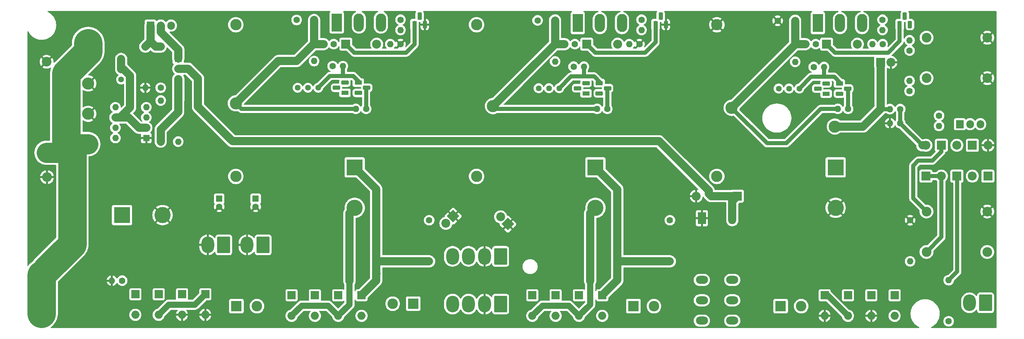
<source format=gbr>
%TF.GenerationSoftware,KiCad,Pcbnew,8.0.2+dfsg-1*%
%TF.CreationDate,2024-05-13T13:38:19+02:00*%
%TF.ProjectId,OSDEHA_PSU,4f534445-4841-45f5-9053-552e6b696361,rev?*%
%TF.SameCoordinates,Original*%
%TF.FileFunction,Copper,L1,Top*%
%TF.FilePolarity,Positive*%
%FSLAX46Y46*%
G04 Gerber Fmt 4.6, Leading zero omitted, Abs format (unit mm)*
G04 Created by KiCad (PCBNEW 8.0.2+dfsg-1) date 2024-05-13 13:38:19*
%MOMM*%
%LPD*%
G01*
G04 APERTURE LIST*
G04 Aperture macros list*
%AMRoundRect*
0 Rectangle with rounded corners*
0 $1 Rounding radius*
0 $2 $3 $4 $5 $6 $7 $8 $9 X,Y pos of 4 corners*
0 Add a 4 corners polygon primitive as box body*
4,1,4,$2,$3,$4,$5,$6,$7,$8,$9,$2,$3,0*
0 Add four circle primitives for the rounded corners*
1,1,$1+$1,$2,$3*
1,1,$1+$1,$4,$5*
1,1,$1+$1,$6,$7*
1,1,$1+$1,$8,$9*
0 Add four rect primitives between the rounded corners*
20,1,$1+$1,$2,$3,$4,$5,0*
20,1,$1+$1,$4,$5,$6,$7,0*
20,1,$1+$1,$6,$7,$8,$9,0*
20,1,$1+$1,$8,$9,$2,$3,0*%
%AMHorizOval*
0 Thick line with rounded ends*
0 $1 width*
0 $2 $3 position (X,Y) of the first rounded end (center of the circle)*
0 $4 $5 position (X,Y) of the second rounded end (center of the circle)*
0 Add line between two ends*
20,1,$1,$2,$3,$4,$5,0*
0 Add two circle primitives to create the rounded ends*
1,1,$1,$2,$3*
1,1,$1,$4,$5*%
%AMRotRect*
0 Rectangle, with rotation*
0 The origin of the aperture is its center*
0 $1 length*
0 $2 width*
0 $3 Rotation angle, in degrees counterclockwise*
0 Add horizontal line*
21,1,$1,$2,0,0,$3*%
G04 Aperture macros list end*
%TA.AperFunction,ComponentPad*%
%ADD10C,1.600000*%
%TD*%
%TA.AperFunction,ComponentPad*%
%ADD11O,1.600000X1.600000*%
%TD*%
%TA.AperFunction,ComponentPad*%
%ADD12R,3.000000X3.000000*%
%TD*%
%TA.AperFunction,ComponentPad*%
%ADD13C,3.000000*%
%TD*%
%TA.AperFunction,ComponentPad*%
%ADD14R,1.905000X2.000000*%
%TD*%
%TA.AperFunction,ComponentPad*%
%ADD15O,1.905000X2.000000*%
%TD*%
%TA.AperFunction,ComponentPad*%
%ADD16R,4.000000X4.000000*%
%TD*%
%TA.AperFunction,ComponentPad*%
%ADD17C,4.000000*%
%TD*%
%TA.AperFunction,ComponentPad*%
%ADD18C,2.400000*%
%TD*%
%TA.AperFunction,ComponentPad*%
%ADD19O,2.400000X2.400000*%
%TD*%
%TA.AperFunction,ComponentPad*%
%ADD20R,1.800000X1.100000*%
%TD*%
%TA.AperFunction,ComponentPad*%
%ADD21RoundRect,0.275000X-0.625000X0.275000X-0.625000X-0.275000X0.625000X-0.275000X0.625000X0.275000X0*%
%TD*%
%TA.AperFunction,ComponentPad*%
%ADD22RoundRect,0.250000X1.330000X1.800000X-1.330000X1.800000X-1.330000X-1.800000X1.330000X-1.800000X0*%
%TD*%
%TA.AperFunction,ComponentPad*%
%ADD23O,3.160000X4.100000*%
%TD*%
%TA.AperFunction,ComponentPad*%
%ADD24R,2.600000X2.600000*%
%TD*%
%TA.AperFunction,ComponentPad*%
%ADD25C,2.600000*%
%TD*%
%TA.AperFunction,ComponentPad*%
%ADD26R,2.200000X2.200000*%
%TD*%
%TA.AperFunction,ComponentPad*%
%ADD27O,2.200000X2.200000*%
%TD*%
%TA.AperFunction,ComponentPad*%
%ADD28R,2.000000X2.000000*%
%TD*%
%TA.AperFunction,ComponentPad*%
%ADD29O,2.000000X2.000000*%
%TD*%
%TA.AperFunction,ComponentPad*%
%ADD30C,6.400000*%
%TD*%
%TA.AperFunction,ComponentPad*%
%ADD31RoundRect,0.275000X0.625000X-0.275000X0.625000X0.275000X-0.625000X0.275000X-0.625000X-0.275000X0*%
%TD*%
%TA.AperFunction,ComponentPad*%
%ADD32R,1.800000X1.800000*%
%TD*%
%TA.AperFunction,ComponentPad*%
%ADD33O,1.800000X1.800000*%
%TD*%
%TA.AperFunction,ComponentPad*%
%ADD34C,2.800000*%
%TD*%
%TA.AperFunction,ComponentPad*%
%ADD35R,1.600000X1.600000*%
%TD*%
%TA.AperFunction,ComponentPad*%
%ADD36C,1.440000*%
%TD*%
%TA.AperFunction,ComponentPad*%
%ADD37R,1.100000X1.800000*%
%TD*%
%TA.AperFunction,ComponentPad*%
%ADD38RoundRect,0.275000X-0.275000X-0.625000X0.275000X-0.625000X0.275000X0.625000X-0.275000X0.625000X0*%
%TD*%
%TA.AperFunction,ComponentPad*%
%ADD39R,2.500000X4.500000*%
%TD*%
%TA.AperFunction,ComponentPad*%
%ADD40O,2.500000X4.500000*%
%TD*%
%TA.AperFunction,ComponentPad*%
%ADD41O,3.000000X2.000000*%
%TD*%
%TA.AperFunction,ComponentPad*%
%ADD42R,2.000000X3.000000*%
%TD*%
%TA.AperFunction,ComponentPad*%
%ADD43O,2.000000X3.000000*%
%TD*%
%TA.AperFunction,ComponentPad*%
%ADD44RotRect,2.200000X2.200000X225.000000*%
%TD*%
%TA.AperFunction,ComponentPad*%
%ADD45HorizOval,2.200000X0.000000X0.000000X0.000000X0.000000X0*%
%TD*%
%TA.AperFunction,ComponentPad*%
%ADD46RotRect,2.200000X2.200000X135.000000*%
%TD*%
%TA.AperFunction,ComponentPad*%
%ADD47HorizOval,2.200000X0.000000X0.000000X0.000000X0.000000X0*%
%TD*%
%TA.AperFunction,ViaPad*%
%ADD48C,2.000000*%
%TD*%
%TA.AperFunction,ViaPad*%
%ADD49C,3.000000*%
%TD*%
%TA.AperFunction,Conductor*%
%ADD50C,2.000000*%
%TD*%
%TA.AperFunction,Conductor*%
%ADD51C,1.500000*%
%TD*%
%TA.AperFunction,Conductor*%
%ADD52C,1.000000*%
%TD*%
%TA.AperFunction,Conductor*%
%ADD53C,7.000000*%
%TD*%
%TA.AperFunction,Conductor*%
%ADD54C,5.000000*%
%TD*%
G04 APERTURE END LIST*
D10*
%TO.P,R13,1*%
%TO.N,Net-(D8-K)*%
X251674000Y-87582000D03*
D11*
%TO.P,R13,2*%
%TO.N,Net-(C10-Pad1)*%
X251674000Y-85042000D03*
%TD*%
D12*
%TO.P,D11,1,-*%
%TO.N,Earth_Protective*%
X48895000Y-110725000D03*
D13*
%TO.P,D11,2*%
%TO.N,GND*%
X48895000Y-103225000D03*
%TO.P,D11,3*%
X48895000Y-95725000D03*
%TO.P,D11,4,+*%
%TO.N,Earth_Protective*%
X48895000Y-85725000D03*
%TD*%
D10*
%TO.P,R35,1*%
%TO.N,Net-(Q10-B)*%
X185500000Y-79960000D03*
D11*
%TO.P,R35,2*%
%TO.N,Net-(D25-A)*%
X185500000Y-82500000D03*
%TD*%
D10*
%TO.P,R30,1*%
%TO.N,/HV_STABI3/RSET*%
X104664000Y-80010000D03*
D11*
%TO.P,R30,2*%
%TO.N,Net-(R30-Pad2)*%
X104664000Y-90170000D03*
%TD*%
D10*
%TO.P,R26,1*%
%TO.N,Net-(D25-K)*%
X169045000Y-86000000D03*
D11*
%TO.P,R26,2*%
%TO.N,/HV_STABI2/RSET*%
X166505000Y-86000000D03*
%TD*%
D14*
%TO.P,Q2,1,G*%
%TO.N,Net-(Q2-G)*%
X264068000Y-105791000D03*
D15*
%TO.P,Q2,2,A+*%
%TO.N,Net-(D7-K)*%
X266608000Y-105791000D03*
%TO.P,Q2,3,K-*%
%TO.N,Net-(D8-K)*%
X269148000Y-105791000D03*
%TD*%
D16*
%TO.P,C1,1*%
%TO.N,/HV_STABI1/CAP*%
X233426000Y-116473501D03*
D17*
%TO.P,C1,2*%
%TO.N,GND*%
X233426000Y-126473501D03*
%TD*%
D10*
%TO.P,R11,1*%
%TO.N,Net-(D8-K)*%
X258943600Y-103682800D03*
D11*
%TO.P,R11,2*%
%TO.N,Net-(Q2-G)*%
X258943600Y-106222800D03*
%TD*%
D10*
%TO.P,R27,1*%
%TO.N,GND*%
X184995000Y-86000000D03*
D11*
%TO.P,R27,2*%
%TO.N,Net-(D25-A)*%
X182455000Y-86000000D03*
%TD*%
D18*
%TO.P,R15,1*%
%TO.N,Earth_Protective*%
X38735000Y-141732000D03*
D19*
%TO.P,R15,2*%
%TO.N,GND*%
X38735000Y-118872000D03*
%TD*%
D20*
%TO.P,Q3,1,S*%
%TO.N,Net-(Q3-S)*%
X234337400Y-95707200D03*
D21*
%TO.P,Q3,2,G*%
%TO.N,Net-(Q3-G)*%
X236407400Y-96977200D03*
%TO.P,Q3,3,D*%
%TO.N,Net-(Q3-D)*%
X234337400Y-98247200D03*
%TD*%
D22*
%TO.P,J8,1,Pin_1*%
%TO.N,/H*%
X82355000Y-135636000D03*
D23*
%TO.P,J8,2,Pin_2*%
%TO.N,GND*%
X78395000Y-135636000D03*
%TD*%
D24*
%TO.P,J1,1,Pin_1*%
%TO.N,/AC2B+*%
X219837000Y-150782501D03*
D25*
%TO.P,J1,2,Pin_2*%
%TO.N,/AC1B+*%
X224917000Y-150782501D03*
%TD*%
D26*
%TO.P,D9,1,K*%
%TO.N,Net-(D8-A)*%
X267183000Y-111014000D03*
D27*
%TO.P,D9,2,A*%
%TO.N,Net-(D10-K)*%
X267183000Y-118634000D03*
%TD*%
D18*
%TO.P,C5,1*%
%TO.N,Net-(D5-K)*%
X255851000Y-137381000D03*
%TO.P,C5,2*%
%TO.N,/AC1B+*%
X270851000Y-137381000D03*
%TD*%
D10*
%TO.P,R19,1*%
%TO.N,Net-(Q4-G)*%
X228006400Y-91643200D03*
D11*
%TO.P,R19,2*%
%TO.N,Net-(Q3-S)*%
X230546400Y-91643200D03*
%TD*%
D18*
%TO.P,C11,1*%
%TO.N,GND*%
X38608000Y-90350000D03*
%TO.P,C11,2*%
%TO.N,Earth_Protective*%
X38608000Y-112850000D03*
%TD*%
D28*
%TO.P,D14,1,K*%
%TO.N,/HV_STABI1/CAP*%
X236467333Y-148092501D03*
D29*
%TO.P,D14,2,A*%
%TO.N,/HV_STABI1/AC2*%
X236467333Y-153172501D03*
%TD*%
D10*
%TO.P,R12,1*%
%TO.N,Net-(D8-K)*%
X251674000Y-97615000D03*
D11*
%TO.P,R12,2*%
%TO.N,Net-(C9-Pad1)*%
X251674000Y-95075000D03*
%TD*%
D30*
%TO.P,CHASSIS1,1,1*%
%TO.N,Earth_Protective*%
X37388800Y-152654000D03*
%TD*%
D28*
%TO.P,D2,1,K*%
%TO.N,/AC2HTR*%
X72037666Y-147842501D03*
D29*
%TO.P,D2,2,A*%
%TO.N,GND*%
X72037666Y-152922501D03*
%TD*%
D10*
%TO.P,R24,1*%
%TO.N,/HV_STABI2/RSET*%
X164160000Y-80137000D03*
D11*
%TO.P,R24,2*%
%TO.N,Net-(R24-Pad2)*%
X164160000Y-90297000D03*
%TD*%
D28*
%TO.P,D16,1,K*%
%TO.N,/HV_STABI2/CAP*%
X175811000Y-148092501D03*
D29*
%TO.P,D16,2,A*%
%TO.N,/AC1B-*%
X175811000Y-153172501D03*
%TD*%
D10*
%TO.P,R14,1*%
%TO.N,/BIAS*%
X261326000Y-154520000D03*
D11*
%TO.P,R14,2*%
%TO.N,Net-(D8-K)*%
X261326000Y-144360000D03*
%TD*%
D20*
%TO.P,Q12,1,S*%
%TO.N,Net-(Q11-D)*%
X112282000Y-98044000D03*
D31*
%TO.P,Q12,2,G*%
%TO.N,Net-(Q12-G)*%
X110212000Y-96774000D03*
%TO.P,Q12,3,D*%
%TO.N,/HV_STABI3/CAP*%
X112282000Y-95504000D03*
%TD*%
D32*
%TO.P,Q1,1,E*%
%TO.N,/H*%
X71126000Y-89535000D03*
D33*
%TO.P,Q1,2,C*%
%TO.N,Net-(D6-K)*%
X71126000Y-92075000D03*
%TO.P,Q1,3,B*%
%TO.N,Net-(Q1-B)*%
X71126000Y-94615000D03*
%TD*%
D28*
%TO.P,D19,1,K*%
%TO.N,/HV_STABI2/AC2*%
X158539000Y-148092501D03*
D29*
%TO.P,D19,2,A*%
%TO.N,/B-*%
X158539000Y-153172501D03*
%TD*%
D34*
%TO.P,C12,1*%
%TO.N,/HV_STABI1/RSET*%
X204089000Y-118699000D03*
%TO.P,C12,2*%
%TO.N,GND*%
X204089000Y-81199000D03*
%TD*%
D28*
%TO.P,D18,1,K*%
%TO.N,/HV_STABI2/CAP*%
X164296333Y-148092501D03*
D29*
%TO.P,D18,2,A*%
%TO.N,/HV_STABI2/AC2*%
X164296333Y-153172501D03*
%TD*%
D35*
%TO.P,C8,1*%
%TO.N,Net-(U2-THR)*%
X81225000Y-124214000D03*
D10*
%TO.P,C8,2*%
%TO.N,GND*%
X81225000Y-126214000D03*
%TD*%
D24*
%TO.P,J4,1,Pin_1*%
%TO.N,/AC2HTR*%
X85471000Y-150782501D03*
D25*
%TO.P,J4,2,Pin_2*%
%TO.N,/AC1HTR*%
X90551000Y-150782501D03*
%TD*%
D10*
%TO.P,R9,1*%
%TO.N,Net-(Q1-B)*%
X66802000Y-110109000D03*
D11*
%TO.P,R9,2*%
%TO.N,/H*%
X66802000Y-99949000D03*
%TD*%
D18*
%TO.P,C10,1*%
%TO.N,Net-(C10-Pad1)*%
X255858000Y-84407000D03*
%TO.P,C10,2*%
%TO.N,GND*%
X270858000Y-84407000D03*
%TD*%
D10*
%TO.P,R6,1*%
%TO.N,Net-(D5-A)*%
X249377200Y-105562400D03*
D11*
%TO.P,R6,2*%
%TO.N,GND*%
X246837200Y-105562400D03*
%TD*%
D10*
%TO.P,R21,1*%
%TO.N,/B+*%
X245045000Y-86000000D03*
D11*
%TO.P,R21,2*%
%TO.N,Net-(D24-A)*%
X242505000Y-86000000D03*
%TD*%
D36*
%TO.P,RV4,1,1*%
%TO.N,Net-(Q11-S)*%
X105680000Y-96774000D03*
%TO.P,RV4,2,2*%
%TO.N,Net-(R30-Pad2)*%
X103140000Y-96774000D03*
%TO.P,RV4,3,3*%
X100600000Y-96774000D03*
%TD*%
D10*
%TO.P,R16,1*%
%TO.N,GND*%
X251815600Y-129537200D03*
D11*
%TO.P,R16,2*%
%TO.N,/HV_STABI1/CAP*%
X251815600Y-139697200D03*
%TD*%
D26*
%TO.P,D5,1,K*%
%TO.N,Net-(D5-K)*%
X255708000Y-118634000D03*
D27*
%TO.P,D5,2,A*%
%TO.N,Net-(D5-A)*%
X255708000Y-111014000D03*
%TD*%
D10*
%TO.P,R18,1*%
%TO.N,/HV_STABI1/RSET*%
X223434400Y-80213200D03*
D11*
%TO.P,R18,2*%
%TO.N,Net-(R18-Pad2)*%
X223434400Y-90373200D03*
%TD*%
D20*
%TO.P,Q11,1,S*%
%TO.N,Net-(Q11-S)*%
X115567000Y-95504000D03*
D21*
%TO.P,Q11,2,G*%
%TO.N,Net-(Q11-G)*%
X117637000Y-96774000D03*
%TO.P,Q11,3,D*%
%TO.N,Net-(Q11-D)*%
X115567000Y-98044000D03*
%TD*%
D22*
%TO.P,J5,1,Pin_1*%
%TO.N,/BIAS*%
X270441000Y-149960000D03*
D23*
%TO.P,J5,2,Pin_2*%
X266481000Y-149960000D03*
%TD*%
D10*
%TO.P,R5,1*%
%TO.N,Net-(D5-A)*%
X249377200Y-102057200D03*
D11*
%TO.P,R5,2*%
%TO.N,/B+*%
X246837200Y-102057200D03*
%TD*%
D28*
%TO.P,D12,1,K*%
%TO.N,/HV_STABI1/CAP*%
X247982000Y-148092501D03*
D29*
%TO.P,D12,2,A*%
%TO.N,/AC1B+*%
X247982000Y-153172501D03*
%TD*%
D37*
%TO.P,Q14,1,C*%
%TO.N,Net-(D26-K)*%
X129460000Y-81170000D03*
D38*
%TO.P,Q14,2,B*%
%TO.N,Net-(Q14-B)*%
X130730000Y-79100000D03*
%TO.P,Q14,3,E*%
%TO.N,GND*%
X132000000Y-81170000D03*
%TD*%
D28*
%TO.P,D22,1,K*%
%TO.N,/HV_STABI3/CAP*%
X104860333Y-148092501D03*
D29*
%TO.P,D22,2,A*%
%TO.N,/AC2B2-*%
X104860333Y-153172501D03*
%TD*%
D10*
%TO.P,R23,1*%
%TO.N,Net-(Q7-G)*%
X177045000Y-102000000D03*
D11*
%TO.P,R23,2*%
%TO.N,/HV_STABI2/RSET*%
X174505000Y-102000000D03*
%TD*%
D10*
%TO.P,R17,1*%
%TO.N,Net-(Q3-G)*%
X236500000Y-102000000D03*
D11*
%TO.P,R17,2*%
%TO.N,/HV_STABI1/RSET*%
X233960000Y-102000000D03*
%TD*%
D26*
%TO.P,D8,1,K*%
%TO.N,Net-(D8-K)*%
X263358000Y-118634000D03*
D27*
%TO.P,D8,2,A*%
%TO.N,Net-(D8-A)*%
X263358000Y-111014000D03*
%TD*%
D10*
%TO.P,R28,1*%
%TO.N,/B2-*%
X133070600Y-129537200D03*
D11*
%TO.P,R28,2*%
%TO.N,/HV_STABI3/CAP*%
X133070600Y-139697200D03*
%TD*%
D18*
%TO.P,C6,1*%
%TO.N,Net-(D7-K)*%
X255851000Y-127381000D03*
%TO.P,C6,2*%
%TO.N,GND*%
X270851000Y-127381000D03*
%TD*%
D16*
%TO.P,C2,1*%
%TO.N,/HV_STABI2/CAP*%
X174114800Y-116471301D03*
D17*
%TO.P,C2,2*%
%TO.N,/B-*%
X174114800Y-126471301D03*
%TD*%
D10*
%TO.P,R2,1*%
%TO.N,/B-*%
X159842000Y-80137000D03*
D11*
%TO.P,R2,2*%
%TO.N,/HV_STABI2/RSET*%
X159842000Y-90297000D03*
%TD*%
D20*
%TO.P,Q4,1,S*%
%TO.N,Net-(Q3-D)*%
X231073400Y-98247200D03*
D31*
%TO.P,Q4,2,G*%
%TO.N,Net-(Q4-G)*%
X229003400Y-96977200D03*
%TO.P,Q4,3,D*%
%TO.N,/HV_STABI1/CAP*%
X231073400Y-95707200D03*
%TD*%
D28*
%TO.P,D20,1,K*%
%TO.N,/HV_STABI3/CAP*%
X116375000Y-148092501D03*
D29*
%TO.P,D20,2,A*%
%TO.N,/AC1B2-*%
X116375000Y-153172501D03*
%TD*%
D10*
%TO.P,R7,1*%
%TO.N,Net-(U1-ADJ)*%
X62992000Y-86614000D03*
D11*
%TO.P,R7,2*%
%TO.N,GND*%
X62992000Y-96774000D03*
%TD*%
D16*
%TO.P,C4,1*%
%TO.N,Net-(D3-K)*%
X57243630Y-128270000D03*
D17*
%TO.P,C4,2*%
%TO.N,GND*%
X67243630Y-128270000D03*
%TD*%
D24*
%TO.P,J2,1,Pin_1*%
%TO.N,/AC1B-*%
X183487000Y-150782501D03*
D25*
%TO.P,J2,2,Pin_2*%
%TO.N,/AC2B-*%
X188567000Y-150782501D03*
%TD*%
D39*
%TO.P,Q5,1,G*%
%TO.N,Net-(D24-K)*%
X229033400Y-80772000D03*
D40*
%TO.P,Q5,2,D*%
%TO.N,/HV_STABI1/CAP*%
X234483400Y-80772000D03*
%TO.P,Q5,3,S*%
%TO.N,Net-(D24-A)*%
X239933400Y-80772000D03*
%TD*%
D20*
%TO.P,Q7,1,S*%
%TO.N,Net-(Q7-S)*%
X175063000Y-95631000D03*
D21*
%TO.P,Q7,2,G*%
%TO.N,Net-(Q7-G)*%
X177133000Y-96901000D03*
%TO.P,Q7,3,D*%
%TO.N,Net-(Q7-D)*%
X175063000Y-98171000D03*
%TD*%
D37*
%TO.P,Q10,1,C*%
%TO.N,Net-(D25-K)*%
X188960000Y-81170000D03*
D38*
%TO.P,Q10,2,B*%
%TO.N,Net-(Q10-B)*%
X190230000Y-79100000D03*
%TO.P,Q10,3,E*%
%TO.N,GND*%
X191500000Y-81170000D03*
%TD*%
D28*
%TO.P,D23,1,K*%
%TO.N,/AC2B2-*%
X99103000Y-148092501D03*
D29*
%TO.P,D23,2,A*%
%TO.N,/B2-*%
X99103000Y-153172501D03*
%TD*%
D28*
%TO.P,D21,1,K*%
%TO.N,/AC1B2-*%
X110617666Y-148092501D03*
D29*
%TO.P,D21,2,A*%
%TO.N,/B2-*%
X110617666Y-153172501D03*
%TD*%
D14*
%TO.P,U1,1,ADJ*%
%TO.N,Net-(U1-ADJ)*%
X64262000Y-81407000D03*
D15*
%TO.P,U1,2,VO*%
%TO.N,/H*%
X66802000Y-81407000D03*
%TO.P,U1,3,VI*%
%TO.N,Net-(D3-K)*%
X69342000Y-81407000D03*
%TD*%
D26*
%TO.P,D10,1,K*%
%TO.N,Net-(D10-K)*%
X271008000Y-118634000D03*
D27*
%TO.P,D10,2,A*%
%TO.N,GND*%
X271008000Y-111014000D03*
%TD*%
D35*
%TO.P,U2,1,GND*%
%TO.N,GND*%
X63236000Y-109210000D03*
D11*
%TO.P,U2,2,TR*%
%TO.N,Net-(U2-THR)*%
X63236000Y-106670000D03*
%TO.P,U2,3,Q*%
%TO.N,Net-(U2-Q)*%
X63236000Y-104130000D03*
%TO.P,U2,4,R*%
%TO.N,/H*%
X63236000Y-101590000D03*
%TO.P,U2,5,CV*%
%TO.N,unconnected-(U2-CV-Pad5)*%
X55616000Y-101590000D03*
%TO.P,U2,6,THR*%
%TO.N,Net-(U2-THR)*%
X55616000Y-104130000D03*
%TO.P,U2,7,DIS*%
%TO.N,unconnected-(U2-DIS-Pad7)*%
X55616000Y-106670000D03*
%TO.P,U2,8,VCC*%
%TO.N,/H*%
X55616000Y-109210000D03*
%TD*%
D10*
%TO.P,R3,1*%
%TO.N,/B2-*%
X100346000Y-80010000D03*
D11*
%TO.P,R3,2*%
%TO.N,/HV_STABI3/RSET*%
X100346000Y-90170000D03*
%TD*%
D10*
%TO.P,R22,1*%
%TO.N,/B-*%
X192506600Y-129537200D03*
D11*
%TO.P,R22,2*%
%TO.N,/HV_STABI2/CAP*%
X192506600Y-139697200D03*
%TD*%
D10*
%TO.P,R10,1*%
%TO.N,Net-(Q1-B)*%
X71120000Y-99949000D03*
D11*
%TO.P,R10,2*%
%TO.N,Net-(U2-Q)*%
X71120000Y-110109000D03*
%TD*%
D39*
%TO.P,Q9,1,G*%
%TO.N,Net-(D25-K)*%
X169759000Y-80772000D03*
D40*
%TO.P,Q9,2,D*%
%TO.N,/HV_STABI2/CAP*%
X175209000Y-80772000D03*
%TO.P,Q9,3,S*%
%TO.N,Net-(D25-A)*%
X180659000Y-80772000D03*
%TD*%
D18*
%TO.P,C9,1*%
%TO.N,Net-(C9-Pad1)*%
X255858000Y-94407000D03*
%TO.P,C9,2*%
%TO.N,GND*%
X270858000Y-94407000D03*
%TD*%
D22*
%TO.P,J7,1,Pin_1*%
%TO.N,/B+*%
X150720000Y-150272501D03*
D23*
%TO.P,J7,2,Pin_2*%
%TO.N,GND*%
X146760000Y-150272501D03*
%TO.P,J7,3,Pin_3*%
%TO.N,/B-*%
X142800000Y-150272501D03*
%TO.P,J7,4,Pin_4*%
%TO.N,/B2-*%
X138840000Y-150272501D03*
%TD*%
D10*
%TO.P,R31,1*%
%TO.N,Net-(Q12-G)*%
X109236000Y-91440000D03*
D11*
%TO.P,R31,2*%
%TO.N,Net-(Q11-S)*%
X111776000Y-91440000D03*
%TD*%
D28*
%TO.P,D13,1,K*%
%TO.N,/AC1B+*%
X242224666Y-148092501D03*
D29*
%TO.P,D13,2,A*%
%TO.N,GND*%
X242224666Y-153172501D03*
%TD*%
D10*
%TO.P,R1,1*%
%TO.N,GND*%
X219116400Y-80213200D03*
D11*
%TO.P,R1,2*%
%TO.N,/HV_STABI1/RSET*%
X219116400Y-90373200D03*
%TD*%
D10*
%TO.P,R36,1*%
%TO.N,Net-(Q14-B)*%
X126000000Y-79960000D03*
D11*
%TO.P,R36,2*%
%TO.N,Net-(D26-A)*%
X126000000Y-82500000D03*
%TD*%
D26*
%TO.P,D26,1,K*%
%TO.N,Net-(D26-K)*%
X112500000Y-86000000D03*
D27*
%TO.P,D26,2,A*%
%TO.N,Net-(D26-A)*%
X120120000Y-86000000D03*
%TD*%
D22*
%TO.P,J9,1,Pin_1*%
%TO.N,/H*%
X92075000Y-135636000D03*
D23*
%TO.P,J9,2,Pin_2*%
%TO.N,GND*%
X88115000Y-135636000D03*
%TD*%
D26*
%TO.P,D7,1,K*%
%TO.N,Net-(D7-K)*%
X259533000Y-111014000D03*
D27*
%TO.P,D7,2,A*%
%TO.N,Net-(D5-K)*%
X259533000Y-118634000D03*
%TD*%
D28*
%TO.P,D4,1,K*%
%TO.N,Net-(D3-K)*%
X60523000Y-147842501D03*
D29*
%TO.P,D4,2,A*%
%TO.N,/AC2HTR*%
X60523000Y-152922501D03*
%TD*%
D28*
%TO.P,D3,1,K*%
%TO.N,Net-(D3-K)*%
X66280333Y-147842501D03*
D29*
%TO.P,D3,2,A*%
%TO.N,/AC1HTR*%
X66280333Y-152922501D03*
%TD*%
D10*
%TO.P,R4,1*%
%TO.N,Net-(D3-K)*%
X57280600Y-144475200D03*
D11*
%TO.P,R4,2*%
%TO.N,GND*%
X54740600Y-144475200D03*
%TD*%
D10*
%TO.P,R20,1*%
%TO.N,Net-(D24-K)*%
X228500000Y-86000000D03*
D11*
%TO.P,R20,2*%
%TO.N,/HV_STABI1/RSET*%
X225960000Y-86000000D03*
%TD*%
D10*
%TO.P,R8,1*%
%TO.N,/H*%
X66802000Y-96774000D03*
D11*
%TO.P,R8,2*%
%TO.N,Net-(U1-ADJ)*%
X66802000Y-86614000D03*
%TD*%
D36*
%TO.P,RV2,1,1*%
%TO.N,Net-(Q3-S)*%
X224440400Y-96977200D03*
%TO.P,RV2,2,2*%
%TO.N,Net-(R18-Pad2)*%
X221900400Y-96977200D03*
%TO.P,RV2,3,3*%
X219360400Y-96977200D03*
%TD*%
D39*
%TO.P,Q13,1,G*%
%TO.N,Net-(D26-K)*%
X110263000Y-80645000D03*
D40*
%TO.P,Q13,2,D*%
%TO.N,/HV_STABI3/CAP*%
X115713000Y-80645000D03*
%TO.P,Q13,3,S*%
%TO.N,Net-(D26-A)*%
X121163000Y-80645000D03*
%TD*%
D41*
%TO.P,K1,11*%
%TO.N,/HV_STABI2/AC2*%
X200399000Y-149332501D03*
%TO.P,K1,12*%
%TO.N,unconnected-(K1-Pad12)*%
X200399000Y-144292501D03*
%TO.P,K1,14*%
%TO.N,/AC2B-*%
X200399000Y-154372501D03*
%TO.P,K1,21*%
%TO.N,/HV_STABI1/AC2*%
X207899000Y-149332501D03*
%TO.P,K1,22*%
%TO.N,unconnected-(K1-Pad22)*%
X207899000Y-144292501D03*
%TO.P,K1,24*%
%TO.N,/AC2B+*%
X207899000Y-154372501D03*
D42*
%TO.P,K1,A1*%
%TO.N,GND*%
X200399000Y-129032501D03*
D43*
%TO.P,K1,A2*%
%TO.N,Net-(D6-K)*%
X207899000Y-129032501D03*
%TD*%
D28*
%TO.P,D15,1,K*%
%TO.N,/HV_STABI1/AC2*%
X230710000Y-148092501D03*
D29*
%TO.P,D15,2,A*%
%TO.N,GND*%
X230710000Y-153172501D03*
%TD*%
D44*
%TO.P,D29,1,K*%
%TO.N,GND*%
X139000000Y-128520101D03*
D45*
%TO.P,D29,2,A*%
%TO.N,/B2-*%
X137203949Y-130316152D03*
%TD*%
D24*
%TO.P,J3,1,Pin_1*%
%TO.N,/AC2B2-*%
X129141000Y-150172501D03*
D25*
%TO.P,J3,2,Pin_2*%
%TO.N,/AC1B2-*%
X124061000Y-150172501D03*
%TD*%
D20*
%TO.P,Q8,1,S*%
%TO.N,Net-(Q7-D)*%
X171799000Y-98171000D03*
D31*
%TO.P,Q8,2,G*%
%TO.N,Net-(Q8-G)*%
X169729000Y-96901000D03*
%TO.P,Q8,3,D*%
%TO.N,/HV_STABI2/CAP*%
X171799000Y-95631000D03*
%TD*%
D26*
%TO.P,D24,1,K*%
%TO.N,Net-(D24-K)*%
X231190000Y-86000000D03*
D27*
%TO.P,D24,2,A*%
%TO.N,Net-(D24-A)*%
X238810000Y-86000000D03*
%TD*%
D10*
%TO.P,R25,1*%
%TO.N,Net-(Q8-G)*%
X168732000Y-91567000D03*
D11*
%TO.P,R25,2*%
%TO.N,Net-(Q7-S)*%
X171272000Y-91567000D03*
%TD*%
D35*
%TO.P,C7,1*%
%TO.N,/H*%
X90225000Y-124214000D03*
D10*
%TO.P,C7,2*%
%TO.N,GND*%
X90225000Y-126214000D03*
%TD*%
D26*
%TO.P,D27,1,K*%
%TO.N,/B+*%
X244531766Y-90500000D03*
D27*
%TO.P,D27,2,A*%
%TO.N,GND*%
X247071766Y-90500000D03*
%TD*%
D10*
%TO.P,R32,1*%
%TO.N,Net-(D26-K)*%
X109500000Y-86000000D03*
D11*
%TO.P,R32,2*%
%TO.N,/HV_STABI3/RSET*%
X106960000Y-86000000D03*
%TD*%
D10*
%TO.P,R33,1*%
%TO.N,GND*%
X126000000Y-86000000D03*
D11*
%TO.P,R33,2*%
%TO.N,Net-(D26-A)*%
X123460000Y-86000000D03*
%TD*%
D36*
%TO.P,RV3,1,1*%
%TO.N,Net-(Q7-S)*%
X165176000Y-96901000D03*
%TO.P,RV3,2,2*%
%TO.N,Net-(R24-Pad2)*%
X162636000Y-96901000D03*
%TO.P,RV3,3,3*%
X160096000Y-96901000D03*
%TD*%
D37*
%TO.P,Q6,1,C*%
%TO.N,Net-(D24-K)*%
X249230000Y-81170000D03*
D38*
%TO.P,Q6,2,B*%
%TO.N,Net-(Q6-B)*%
X250500000Y-79100000D03*
%TO.P,Q6,3,E*%
%TO.N,/B+*%
X251770000Y-81170000D03*
%TD*%
D26*
%TO.P,D6,1,K*%
%TO.N,Net-(D6-K)*%
X209169000Y-123571000D03*
D27*
%TO.P,D6,2,A*%
%TO.N,GND*%
X199009000Y-123571000D03*
%TD*%
D10*
%TO.P,R29,1*%
%TO.N,Net-(Q11-G)*%
X117500000Y-102000000D03*
D11*
%TO.P,R29,2*%
%TO.N,/HV_STABI3/RSET*%
X114960000Y-102000000D03*
%TD*%
D36*
%TO.P,RV1,1,1*%
%TO.N,Net-(U2-THR)*%
X57023000Y-89662000D03*
%TO.P,RV1,2,2*%
X57023000Y-92202000D03*
%TO.P,RV1,3,3*%
%TO.N,/H*%
X57023000Y-94742000D03*
%TD*%
D16*
%TO.P,C3,1*%
%TO.N,/HV_STABI3/CAP*%
X114681000Y-116473501D03*
D17*
%TO.P,C3,2*%
%TO.N,/B2-*%
X114681000Y-126473501D03*
%TD*%
D26*
%TO.P,D25,1,K*%
%TO.N,Net-(D25-K)*%
X172000000Y-86000000D03*
D27*
%TO.P,D25,2,A*%
%TO.N,Net-(D25-A)*%
X179620000Y-86000000D03*
%TD*%
D34*
%TO.P,C13,1*%
%TO.N,/HV_STABI2/RSET*%
X144777800Y-118696800D03*
%TO.P,C13,2*%
%TO.N,/B-*%
X144777800Y-81196800D03*
%TD*%
D46*
%TO.P,D28,1,K*%
%TO.N,GND*%
X152500000Y-130500000D03*
D47*
%TO.P,D28,2,A*%
%TO.N,/B-*%
X150703949Y-128703949D03*
%TD*%
D10*
%TO.P,R34,1*%
%TO.N,Net-(Q6-B)*%
X245000000Y-79960000D03*
D11*
%TO.P,R34,2*%
%TO.N,Net-(D24-A)*%
X245000000Y-82500000D03*
%TD*%
D28*
%TO.P,D1,1,K*%
%TO.N,/AC1HTR*%
X77795000Y-147842501D03*
D29*
%TO.P,D1,2,A*%
%TO.N,GND*%
X77795000Y-152922501D03*
%TD*%
D22*
%TO.P,J6,1,Pin_1*%
%TO.N,/B+*%
X150720000Y-138461501D03*
D23*
%TO.P,J6,2,Pin_2*%
%TO.N,GND*%
X146760000Y-138461501D03*
%TO.P,J6,3,Pin_3*%
%TO.N,/B-*%
X142800000Y-138461501D03*
%TO.P,J6,4,Pin_4*%
%TO.N,/B2-*%
X138840000Y-138461501D03*
%TD*%
D28*
%TO.P,D17,1,K*%
%TO.N,/AC1B-*%
X170053666Y-148092501D03*
D29*
%TO.P,D17,2,A*%
%TO.N,/B-*%
X170053666Y-153172501D03*
%TD*%
D34*
%TO.P,C14,1*%
%TO.N,/HV_STABI3/RSET*%
X85344000Y-118699000D03*
%TO.P,C14,2*%
%TO.N,/B2-*%
X85344000Y-81199000D03*
%TD*%
D48*
%TO.N,GND*%
X250334532Y-110055268D03*
X252654915Y-105304581D03*
D49*
%TO.N,/HV_STABI2/RSET*%
X148819500Y-101319500D03*
%TO.N,/HV_STABI1/RSET*%
X207744800Y-101744800D03*
%TO.N,/HV_STABI3/RSET*%
X85344000Y-100634800D03*
%TO.N,/B+*%
X233222800Y-106375200D03*
%TD*%
D50*
%TO.N,/HV_STABI2/CAP*%
X179527200Y-144376301D02*
X179527200Y-139496800D01*
X179527200Y-139496800D02*
X179527200Y-129997200D01*
X179527200Y-129997200D02*
X179527200Y-121883701D01*
X175811000Y-148092501D02*
X179527200Y-144376301D01*
X192506600Y-139697200D02*
X179727600Y-139697200D01*
X179727600Y-139697200D02*
X179527200Y-139496800D01*
X179527200Y-121883701D02*
X174117000Y-116473501D01*
%TO.N,/B-*%
X174117000Y-126473501D02*
X172821600Y-127768901D01*
D51*
X170053666Y-153172501D02*
X167553666Y-150672501D01*
D50*
X172821600Y-127768901D02*
X172821600Y-144627600D01*
D51*
X167553666Y-150672501D02*
X161039000Y-150672501D01*
X161039000Y-150672501D02*
X158539000Y-153172501D01*
X170053666Y-153172501D02*
X172821600Y-150404567D01*
X172821600Y-150404567D02*
X172821600Y-144627600D01*
D50*
%TO.N,/HV_STABI3/CAP*%
X119989600Y-139598400D02*
X119989600Y-142646400D01*
X114681000Y-116473501D02*
X119989600Y-121782101D01*
X119989600Y-142646400D02*
X119989600Y-144477901D01*
X120040400Y-142697200D02*
X119989600Y-142646400D01*
X119989600Y-130048000D02*
X119989600Y-139598400D01*
X119989600Y-144477901D02*
X116375000Y-148092501D01*
X133070600Y-139697200D02*
X120088400Y-139697200D01*
X119989600Y-121782101D02*
X119989600Y-130048000D01*
X120088400Y-139697200D02*
X119989600Y-139598400D01*
D51*
%TO.N,/B2-*%
X108117666Y-150672501D02*
X110617666Y-153172501D01*
X101603000Y-150672501D02*
X108117666Y-150672501D01*
X99103000Y-153172501D02*
X101603000Y-150672501D01*
D50*
X113397967Y-127770767D02*
X113397967Y-144629466D01*
D51*
X110630033Y-153174367D02*
X113397967Y-150406433D01*
X113397967Y-150406433D02*
X113397967Y-144629466D01*
D50*
X114693367Y-126475367D02*
X113397967Y-127770767D01*
%TO.N,Net-(D6-K)*%
X76000000Y-101500000D02*
X84500000Y-110000000D01*
X73575000Y-92075000D02*
X76000000Y-94500000D01*
X207899000Y-129032501D02*
X207899000Y-124841000D01*
X202109000Y-122286937D02*
X202109000Y-122994044D01*
X189822063Y-110000000D02*
X202109000Y-122286937D01*
X84500000Y-110000000D02*
X189822063Y-110000000D01*
X76000000Y-94500000D02*
X76000000Y-101500000D01*
X202685956Y-123571000D02*
X209169000Y-123571000D01*
X202109000Y-122994044D02*
X202685956Y-123571000D01*
X207899000Y-124841000D02*
X209169000Y-123571000D01*
X71126000Y-92075000D02*
X73575000Y-92075000D01*
D52*
%TO.N,Net-(D7-K)*%
X259533000Y-112577000D02*
X257302000Y-114808000D01*
X257302000Y-114808000D02*
X253796800Y-114808000D01*
X253796800Y-114808000D02*
X252577600Y-116027200D01*
X259533000Y-111014000D02*
X259533000Y-112577000D01*
X252577600Y-116027200D02*
X252577600Y-124107600D01*
X252577600Y-124107600D02*
X255851000Y-127381000D01*
D50*
%TO.N,/H*%
X71126000Y-87331200D02*
X71126000Y-89535000D01*
X66802000Y-83007200D02*
X71126000Y-87331200D01*
X66802000Y-81407000D02*
X66802000Y-83007200D01*
%TO.N,Net-(U2-THR)*%
X59243000Y-93822445D02*
X57622555Y-92202000D01*
X56747370Y-104130000D02*
X59243000Y-101634370D01*
X57023000Y-92202000D02*
X57023000Y-89662000D01*
X63236000Y-106670000D02*
X61408692Y-106670000D01*
X58868692Y-104130000D02*
X55616000Y-104130000D01*
X61408692Y-106670000D02*
X58868692Y-104130000D01*
X55616000Y-104130000D02*
X56747370Y-104130000D01*
X59243000Y-101634370D02*
X59243000Y-93822445D01*
X57622555Y-92202000D02*
X57023000Y-92202000D01*
D53*
%TO.N,Earth_Protective*%
X44958000Y-113358000D02*
X44958000Y-135509000D01*
D54*
X43688000Y-112088000D02*
X44450000Y-112850000D01*
D53*
X44450000Y-112850000D02*
X44958000Y-113358000D01*
X43484800Y-93268800D02*
X43484800Y-111884800D01*
X48895000Y-85725000D02*
X48895000Y-87858600D01*
D50*
X38862000Y-141859000D02*
X38735000Y-141732000D01*
X37388800Y-143078200D02*
X38735000Y-141732000D01*
D53*
X38735000Y-141732000D02*
X44958000Y-135509000D01*
X37388800Y-152654000D02*
X37388800Y-143078200D01*
D54*
X44450000Y-110236000D02*
X44450000Y-112850000D01*
D53*
X43484800Y-111884800D02*
X43688000Y-112088000D01*
D54*
X38608000Y-112850000D02*
X44450000Y-112850000D01*
D53*
X48895000Y-87858600D02*
X43484800Y-93268800D01*
D50*
X44939000Y-110725000D02*
X44450000Y-110236000D01*
D54*
X48895000Y-110725000D02*
X44939000Y-110725000D01*
D50*
%TO.N,/HV_STABI2/RSET*%
X164160000Y-84937600D02*
X164160000Y-85979000D01*
D52*
X174505000Y-102000000D02*
X150000000Y-102000000D01*
D50*
X164160000Y-80137000D02*
X164160000Y-84937600D01*
X149069500Y-101069500D02*
X159842000Y-90297000D01*
X164181000Y-86000000D02*
X164160000Y-85979000D01*
D52*
X150000000Y-102000000D02*
X149069500Y-101069500D01*
D50*
X166505000Y-86000000D02*
X164181000Y-86000000D01*
X148819500Y-101319500D02*
X149069500Y-101069500D01*
X164160000Y-85979000D02*
X159842000Y-90297000D01*
%TO.N,/HV_STABI1/RSET*%
X207744800Y-101744800D02*
X219116400Y-90373200D01*
X225960000Y-86000000D02*
X223489600Y-86000000D01*
D52*
X216500000Y-110500000D02*
X221250000Y-110500000D01*
D50*
X223489600Y-86000000D02*
X223434400Y-86055200D01*
X223434400Y-86055200D02*
X219116400Y-90373200D01*
D52*
X229750000Y-102000000D02*
X233960000Y-102000000D01*
X221250000Y-110500000D02*
X229750000Y-102000000D01*
X207744800Y-101744800D02*
X216500000Y-110500000D01*
D50*
X223434400Y-80213200D02*
X223434400Y-86055200D01*
D52*
%TO.N,/HV_STABI3/RSET*%
X114960000Y-102000000D02*
X86709200Y-102000000D01*
D50*
X85344000Y-100634800D02*
X95808800Y-90170000D01*
X95808800Y-90170000D02*
X100346000Y-90170000D01*
D52*
X86709200Y-102000000D02*
X85344000Y-100634800D01*
D50*
X107000000Y-86000000D02*
X104812000Y-86000000D01*
X104812000Y-86000000D02*
X104664000Y-85852000D01*
X104664000Y-85852000D02*
X100346000Y-90170000D01*
X104664000Y-80010000D02*
X104664000Y-85852000D01*
D52*
%TO.N,Net-(D5-A)*%
X249377200Y-102057200D02*
X249377200Y-105562400D01*
X254828800Y-111014000D02*
X249377200Y-105562400D01*
D50*
X255708000Y-111014000D02*
X254828800Y-111014000D01*
D52*
%TO.N,Net-(D5-K)*%
X255708000Y-118634000D02*
X259533000Y-118634000D01*
X259533000Y-133699000D02*
X255851000Y-137381000D01*
X259533000Y-118634000D02*
X259533000Y-133699000D01*
%TO.N,Net-(D8-K)*%
X263448800Y-118724800D02*
X263448800Y-142237200D01*
X263448800Y-142237200D02*
X261326000Y-144360000D01*
D50*
X263358000Y-118634000D02*
X263448800Y-118724800D01*
D51*
%TO.N,/HV_STABI1/AC2*%
X231387333Y-148092501D02*
X236467333Y-153172501D01*
X230710000Y-148092501D02*
X231387333Y-148092501D01*
D52*
%TO.N,Net-(Q3-S)*%
X233087400Y-94057200D02*
X230500000Y-94057200D01*
X234737400Y-95707200D02*
X233087400Y-94057200D01*
X227360400Y-94057200D02*
X224440400Y-96977200D01*
X230546400Y-94010800D02*
X230500000Y-94057200D01*
X230500000Y-94057200D02*
X227360400Y-94057200D01*
X230546400Y-91643200D02*
X230546400Y-94010800D01*
%TO.N,Net-(Q3-G)*%
X236500000Y-97469800D02*
X236007400Y-96977200D01*
X236500000Y-102000000D02*
X236500000Y-97469800D01*
%TO.N,Net-(Q7-S)*%
X168096000Y-93981000D02*
X165176000Y-96901000D01*
X171272000Y-91567000D02*
X171272000Y-93709000D01*
X171272000Y-93709000D02*
X171000000Y-93981000D01*
X175463000Y-95631000D02*
X173813000Y-93981000D01*
X171000000Y-93981000D02*
X168096000Y-93981000D01*
X173813000Y-93981000D02*
X171000000Y-93981000D01*
%TO.N,Net-(Q7-G)*%
X177045000Y-97213000D02*
X176733000Y-96901000D01*
X177045000Y-102000000D02*
X177045000Y-97213000D01*
D50*
%TO.N,Net-(Q1-B)*%
X66802000Y-110109000D02*
X66802000Y-107086400D01*
X66802000Y-107086400D02*
X71120000Y-102768400D01*
X71126000Y-99943000D02*
X71120000Y-99949000D01*
X71126000Y-94615000D02*
X71126000Y-99943000D01*
X71120000Y-102768400D02*
X71120000Y-99949000D01*
D52*
%TO.N,Net-(Q11-G)*%
X117500000Y-97037000D02*
X117237000Y-96774000D01*
X117500000Y-102000000D02*
X117500000Y-97037000D01*
%TO.N,Net-(Q11-S)*%
X111776000Y-93578000D02*
X111500000Y-93854000D01*
X115967000Y-95504000D02*
X114317000Y-93854000D01*
X111776000Y-91440000D02*
X111776000Y-93578000D01*
X108600000Y-93854000D02*
X105680000Y-96774000D01*
X111500000Y-93854000D02*
X108600000Y-93854000D01*
X114317000Y-93854000D02*
X111500000Y-93854000D01*
%TO.N,Net-(D24-K)*%
X231190000Y-86000000D02*
X233290000Y-88100000D01*
X233290000Y-88100000D02*
X240000000Y-88100000D01*
X246400000Y-88100000D02*
X249230000Y-85270000D01*
X240000000Y-88100000D02*
X246400000Y-88100000D01*
X249230000Y-85270000D02*
X249230000Y-80770000D01*
D50*
%TO.N,Net-(U1-ADJ)*%
X66802000Y-86614000D02*
X65532000Y-86614000D01*
X64262000Y-85344000D02*
X62992000Y-86614000D01*
X64262000Y-81407000D02*
X64262000Y-85344000D01*
X65532000Y-86614000D02*
X64262000Y-85344000D01*
D52*
%TO.N,Net-(D25-K)*%
X174100000Y-88100000D02*
X172000000Y-86000000D01*
X188960000Y-80770000D02*
X188960000Y-85540000D01*
X186400000Y-88100000D02*
X174100000Y-88100000D01*
X188960000Y-85540000D02*
X186400000Y-88100000D01*
%TO.N,Net-(D26-K)*%
X114600000Y-88100000D02*
X112500000Y-86000000D01*
X129460000Y-80770000D02*
X129460000Y-86040000D01*
X129460000Y-86040000D02*
X127400000Y-88100000D01*
X127400000Y-88100000D02*
X114600000Y-88100000D01*
D50*
%TO.N,/B+*%
X244531766Y-102000000D02*
X240156566Y-106375200D01*
X240156566Y-106375200D02*
X233222800Y-106375200D01*
X244531766Y-90500000D02*
X244531766Y-102000000D01*
D52*
X246837200Y-102057200D02*
X244588966Y-102057200D01*
X244588966Y-102057200D02*
X244531766Y-102000000D01*
D50*
%TO.N,/AC1B+*%
X224917000Y-150782501D02*
X225027000Y-150672501D01*
D51*
%TO.N,/AC1HTR*%
X75215000Y-150422501D02*
X77795000Y-147842501D01*
X66280333Y-152922501D02*
X68780333Y-150422501D01*
X68780333Y-150422501D02*
X75215000Y-150422501D01*
%TD*%
%TA.AperFunction,Conductor*%
%TO.N,GND*%
G36*
X108634985Y-77845285D02*
G01*
X108680740Y-77898089D01*
X108690684Y-77967247D01*
X108661659Y-78030803D01*
X108655627Y-78037281D01*
X108655452Y-78037455D01*
X108569206Y-78152664D01*
X108569202Y-78152671D01*
X108518908Y-78287517D01*
X108512501Y-78347116D01*
X108512501Y-78347123D01*
X108512500Y-78347135D01*
X108512500Y-82942870D01*
X108512501Y-82942876D01*
X108518908Y-83002483D01*
X108569202Y-83137328D01*
X108569206Y-83137335D01*
X108655452Y-83252544D01*
X108655455Y-83252547D01*
X108770664Y-83338793D01*
X108770671Y-83338797D01*
X108905517Y-83389091D01*
X108905516Y-83389091D01*
X108912444Y-83389835D01*
X108965127Y-83395500D01*
X111560872Y-83395499D01*
X111620483Y-83389091D01*
X111755331Y-83338796D01*
X111870546Y-83252546D01*
X111956796Y-83137331D01*
X112007091Y-83002483D01*
X112013500Y-82942873D01*
X112013499Y-78347128D01*
X112007091Y-78287517D01*
X111988931Y-78238828D01*
X111956797Y-78152671D01*
X111956793Y-78152664D01*
X111870547Y-78037455D01*
X111870373Y-78037281D01*
X111870254Y-78037064D01*
X111865232Y-78030355D01*
X111866196Y-78029632D01*
X111836888Y-77975958D01*
X111841872Y-77906266D01*
X111883744Y-77850333D01*
X111949208Y-77825916D01*
X111958054Y-77825600D01*
X114907753Y-77825600D01*
X114974792Y-77845285D01*
X115020547Y-77898089D01*
X115030491Y-77967247D01*
X115001466Y-78030803D01*
X114955205Y-78064161D01*
X114937123Y-78071650D01*
X114937109Y-78071657D01*
X114738382Y-78186392D01*
X114556338Y-78326081D01*
X114394081Y-78488338D01*
X114254392Y-78670382D01*
X114139657Y-78869109D01*
X114139650Y-78869123D01*
X114051842Y-79081112D01*
X114030842Y-79159487D01*
X113992452Y-79302762D01*
X113991099Y-79313039D01*
X113962500Y-79530258D01*
X113962500Y-81759741D01*
X113975666Y-81859740D01*
X113992452Y-81987238D01*
X114027455Y-82117872D01*
X114051842Y-82208887D01*
X114139650Y-82420876D01*
X114139657Y-82420890D01*
X114205896Y-82535620D01*
X114217571Y-82555842D01*
X114254392Y-82619617D01*
X114394081Y-82801661D01*
X114394089Y-82801670D01*
X114556330Y-82963911D01*
X114556338Y-82963918D01*
X114738382Y-83103607D01*
X114738385Y-83103608D01*
X114738388Y-83103611D01*
X114937112Y-83218344D01*
X114937117Y-83218346D01*
X114937123Y-83218349D01*
X115006590Y-83247123D01*
X115149113Y-83306158D01*
X115370762Y-83365548D01*
X115586918Y-83394006D01*
X115598250Y-83395498D01*
X115598266Y-83395500D01*
X115598273Y-83395500D01*
X115827727Y-83395500D01*
X115827734Y-83395500D01*
X116055238Y-83365548D01*
X116276887Y-83306158D01*
X116488888Y-83218344D01*
X116687612Y-83103611D01*
X116869661Y-82963919D01*
X116869665Y-82963914D01*
X116869670Y-82963911D01*
X117031911Y-82801670D01*
X117031914Y-82801665D01*
X117031919Y-82801661D01*
X117171611Y-82619612D01*
X117286344Y-82420888D01*
X117374158Y-82208887D01*
X117433548Y-81987238D01*
X117463500Y-81759734D01*
X117463500Y-79530266D01*
X117433548Y-79302762D01*
X117374158Y-79081113D01*
X117323972Y-78959953D01*
X117286349Y-78869123D01*
X117286346Y-78869117D01*
X117286344Y-78869112D01*
X117171611Y-78670388D01*
X117171608Y-78670385D01*
X117171607Y-78670382D01*
X117070764Y-78538962D01*
X117031919Y-78488339D01*
X117031918Y-78488338D01*
X117031911Y-78488330D01*
X116869670Y-78326089D01*
X116869661Y-78326081D01*
X116687617Y-78186392D01*
X116629210Y-78152671D01*
X116489595Y-78072064D01*
X116488890Y-78071657D01*
X116488876Y-78071650D01*
X116470795Y-78064161D01*
X116416391Y-78020320D01*
X116394326Y-77954026D01*
X116411605Y-77886327D01*
X116462742Y-77838716D01*
X116518247Y-77825600D01*
X120357753Y-77825600D01*
X120424792Y-77845285D01*
X120470547Y-77898089D01*
X120480491Y-77967247D01*
X120451466Y-78030803D01*
X120405205Y-78064161D01*
X120387123Y-78071650D01*
X120387109Y-78071657D01*
X120188382Y-78186392D01*
X120006338Y-78326081D01*
X119844081Y-78488338D01*
X119704392Y-78670382D01*
X119589657Y-78869109D01*
X119589650Y-78869123D01*
X119501842Y-79081112D01*
X119480842Y-79159487D01*
X119442452Y-79302762D01*
X119441099Y-79313039D01*
X119412500Y-79530258D01*
X119412500Y-81759741D01*
X119425666Y-81859740D01*
X119442452Y-81987238D01*
X119477455Y-82117872D01*
X119501842Y-82208887D01*
X119589650Y-82420876D01*
X119589657Y-82420890D01*
X119655896Y-82535620D01*
X119667571Y-82555842D01*
X119704392Y-82619617D01*
X119844081Y-82801661D01*
X119844089Y-82801670D01*
X120006330Y-82963911D01*
X120006338Y-82963918D01*
X120188382Y-83103607D01*
X120188385Y-83103608D01*
X120188388Y-83103611D01*
X120387112Y-83218344D01*
X120387117Y-83218346D01*
X120387123Y-83218349D01*
X120456590Y-83247123D01*
X120599113Y-83306158D01*
X120820762Y-83365548D01*
X121036918Y-83394006D01*
X121048250Y-83395498D01*
X121048266Y-83395500D01*
X121048273Y-83395500D01*
X121277727Y-83395500D01*
X121277734Y-83395500D01*
X121505238Y-83365548D01*
X121726887Y-83306158D01*
X121938888Y-83218344D01*
X122137612Y-83103611D01*
X122319661Y-82963919D01*
X122319665Y-82963914D01*
X122319670Y-82963911D01*
X122481911Y-82801670D01*
X122481914Y-82801665D01*
X122481919Y-82801661D01*
X122621611Y-82619612D01*
X122736344Y-82420888D01*
X122824158Y-82208887D01*
X122883548Y-81987238D01*
X122913500Y-81759734D01*
X122913500Y-79959998D01*
X124694532Y-79959998D01*
X124694532Y-79960001D01*
X124714364Y-80186686D01*
X124714366Y-80186697D01*
X124773258Y-80406488D01*
X124773261Y-80406497D01*
X124869431Y-80612732D01*
X124869432Y-80612734D01*
X124999954Y-80799141D01*
X125160858Y-80960045D01*
X125160861Y-80960047D01*
X125347266Y-81090568D01*
X125405275Y-81117618D01*
X125457714Y-81163791D01*
X125476866Y-81230984D01*
X125456650Y-81297865D01*
X125405275Y-81342381D01*
X125403229Y-81343336D01*
X125347267Y-81369431D01*
X125347265Y-81369432D01*
X125160858Y-81499954D01*
X124999954Y-81660858D01*
X124869432Y-81847265D01*
X124869431Y-81847267D01*
X124773261Y-82053502D01*
X124773258Y-82053511D01*
X124714366Y-82273302D01*
X124714364Y-82273313D01*
X124694532Y-82499998D01*
X124694532Y-82500001D01*
X124714364Y-82726686D01*
X124714366Y-82726697D01*
X124773258Y-82946488D01*
X124773261Y-82946497D01*
X124869431Y-83152732D01*
X124869432Y-83152734D01*
X124999954Y-83339141D01*
X125160858Y-83500045D01*
X125160861Y-83500047D01*
X125347266Y-83630568D01*
X125553504Y-83726739D01*
X125773308Y-83785635D01*
X125935230Y-83799801D01*
X125999998Y-83805468D01*
X126000000Y-83805468D01*
X126000002Y-83805468D01*
X126056673Y-83800509D01*
X126226692Y-83785635D01*
X126446496Y-83726739D01*
X126652734Y-83630568D01*
X126839139Y-83500047D01*
X127000047Y-83339139D01*
X127130568Y-83152734D01*
X127226739Y-82946496D01*
X127285635Y-82726692D01*
X127304777Y-82507897D01*
X127305468Y-82500001D01*
X127305468Y-82499998D01*
X127297135Y-82404753D01*
X127285635Y-82273308D01*
X127226739Y-82053504D01*
X127130568Y-81847266D01*
X127000047Y-81660861D01*
X127000045Y-81660858D01*
X126839141Y-81499954D01*
X126652734Y-81369432D01*
X126652728Y-81369429D01*
X126596771Y-81343336D01*
X126594724Y-81342381D01*
X126542285Y-81296210D01*
X126523133Y-81229017D01*
X126543348Y-81162135D01*
X126594725Y-81117618D01*
X126652734Y-81090568D01*
X126839139Y-80960047D01*
X127000047Y-80799139D01*
X127130568Y-80612734D01*
X127226739Y-80406496D01*
X127285635Y-80186692D01*
X127305468Y-79960000D01*
X127285635Y-79733308D01*
X127226739Y-79513504D01*
X127130568Y-79307266D01*
X127000047Y-79120861D01*
X127000045Y-79120858D01*
X126839141Y-78959954D01*
X126652734Y-78829432D01*
X126652732Y-78829431D01*
X126446497Y-78733261D01*
X126446488Y-78733258D01*
X126226697Y-78674366D01*
X126226693Y-78674365D01*
X126226692Y-78674365D01*
X126226691Y-78674364D01*
X126226686Y-78674364D01*
X126000002Y-78654532D01*
X125999998Y-78654532D01*
X125773313Y-78674364D01*
X125773302Y-78674366D01*
X125553511Y-78733258D01*
X125553502Y-78733261D01*
X125347267Y-78829431D01*
X125347265Y-78829432D01*
X125160858Y-78959954D01*
X124999954Y-79120858D01*
X124869432Y-79307265D01*
X124869431Y-79307267D01*
X124773261Y-79513502D01*
X124773258Y-79513511D01*
X124714366Y-79733302D01*
X124714364Y-79733313D01*
X124694532Y-79959998D01*
X122913500Y-79959998D01*
X122913500Y-79530266D01*
X122883548Y-79302762D01*
X122824158Y-79081113D01*
X122773972Y-78959953D01*
X122736349Y-78869123D01*
X122736346Y-78869117D01*
X122736344Y-78869112D01*
X122621611Y-78670388D01*
X122621608Y-78670385D01*
X122621607Y-78670382D01*
X122520764Y-78538962D01*
X122481919Y-78488339D01*
X122481918Y-78488338D01*
X122481911Y-78488330D01*
X122319670Y-78326089D01*
X122319661Y-78326081D01*
X122137617Y-78186392D01*
X122079210Y-78152671D01*
X121939595Y-78072064D01*
X121938890Y-78071657D01*
X121938876Y-78071650D01*
X121920795Y-78064161D01*
X121866391Y-78020320D01*
X121844326Y-77954026D01*
X121861605Y-77886327D01*
X121912742Y-77838716D01*
X121968247Y-77825600D01*
X129722801Y-77825600D01*
X129789840Y-77845285D01*
X129835595Y-77898089D01*
X129845539Y-77967247D01*
X129827795Y-78015571D01*
X129751878Y-78136392D01*
X129694159Y-78301341D01*
X129694157Y-78301351D01*
X129679500Y-78431441D01*
X129679500Y-79645500D01*
X129659815Y-79712539D01*
X129607011Y-79758294D01*
X129555500Y-79769500D01*
X128862129Y-79769500D01*
X128862123Y-79769501D01*
X128802516Y-79775908D01*
X128667671Y-79826202D01*
X128667664Y-79826206D01*
X128552455Y-79912452D01*
X128552452Y-79912455D01*
X128466206Y-80027664D01*
X128466202Y-80027671D01*
X128415908Y-80162517D01*
X128409501Y-80222116D01*
X128409500Y-80222135D01*
X128409500Y-82117870D01*
X128409501Y-82117876D01*
X128415908Y-82177483D01*
X128451682Y-82273395D01*
X128459500Y-82316728D01*
X128459500Y-85574218D01*
X128439815Y-85641257D01*
X128423181Y-85661899D01*
X127363124Y-86721955D01*
X127301801Y-86755440D01*
X127232109Y-86750456D01*
X127176176Y-86708584D01*
X127151759Y-86643120D01*
X127163061Y-86581869D01*
X127226266Y-86446326D01*
X127226269Y-86446317D01*
X127285139Y-86226610D01*
X127285141Y-86226599D01*
X127304966Y-86000002D01*
X127304966Y-85999997D01*
X127285141Y-85773400D01*
X127285139Y-85773389D01*
X127226269Y-85553682D01*
X127226264Y-85553668D01*
X127130136Y-85347521D01*
X127130132Y-85347513D01*
X127079025Y-85274526D01*
X126400000Y-85953552D01*
X126400000Y-85947339D01*
X126372741Y-85845606D01*
X126320080Y-85754394D01*
X126245606Y-85679920D01*
X126154394Y-85627259D01*
X126052661Y-85600000D01*
X126046448Y-85600000D01*
X126725472Y-84920974D01*
X126652478Y-84869863D01*
X126446331Y-84773735D01*
X126446317Y-84773730D01*
X126226610Y-84714860D01*
X126226599Y-84714858D01*
X126000002Y-84695034D01*
X125999998Y-84695034D01*
X125773400Y-84714858D01*
X125773389Y-84714860D01*
X125553682Y-84773730D01*
X125553673Y-84773734D01*
X125347516Y-84869866D01*
X125347512Y-84869868D01*
X125274526Y-84920973D01*
X125274526Y-84920974D01*
X125953553Y-85600000D01*
X125947339Y-85600000D01*
X125845606Y-85627259D01*
X125754394Y-85679920D01*
X125679920Y-85754394D01*
X125627259Y-85845606D01*
X125600000Y-85947339D01*
X125600000Y-85953552D01*
X124920974Y-85274526D01*
X124920973Y-85274526D01*
X124869868Y-85347512D01*
X124869868Y-85347513D01*
X124842657Y-85405867D01*
X124796484Y-85458306D01*
X124729290Y-85477457D01*
X124662409Y-85457241D01*
X124617893Y-85405865D01*
X124616061Y-85401937D01*
X124590568Y-85347266D01*
X124472826Y-85179111D01*
X124460045Y-85160858D01*
X124299141Y-84999954D01*
X124112734Y-84869432D01*
X124112732Y-84869431D01*
X123906497Y-84773261D01*
X123906488Y-84773258D01*
X123686697Y-84714366D01*
X123686693Y-84714365D01*
X123686692Y-84714365D01*
X123686691Y-84714364D01*
X123686686Y-84714364D01*
X123460002Y-84694532D01*
X123459998Y-84694532D01*
X123233313Y-84714364D01*
X123233302Y-84714366D01*
X123013511Y-84773258D01*
X123013502Y-84773261D01*
X122807267Y-84869431D01*
X122807265Y-84869432D01*
X122620858Y-84999954D01*
X122459954Y-85160858D01*
X122329432Y-85347265D01*
X122329431Y-85347267D01*
X122233261Y-85553502D01*
X122233258Y-85553511D01*
X122174366Y-85773302D01*
X122174364Y-85773313D01*
X122154532Y-85999998D01*
X122154532Y-86000001D01*
X122174364Y-86226686D01*
X122174366Y-86226697D01*
X122233258Y-86446488D01*
X122233261Y-86446497D01*
X122329431Y-86652732D01*
X122329432Y-86652734D01*
X122459954Y-86839141D01*
X122508632Y-86887819D01*
X122542117Y-86949142D01*
X122537133Y-87018834D01*
X122495261Y-87074767D01*
X122429797Y-87099184D01*
X122420951Y-87099500D01*
X121544755Y-87099500D01*
X121477716Y-87079815D01*
X121431961Y-87027011D01*
X121422017Y-86957853D01*
X121439028Y-86910710D01*
X121550466Y-86728859D01*
X121571623Y-86677782D01*
X121646873Y-86496111D01*
X121705683Y-86251148D01*
X121725449Y-86000000D01*
X121705683Y-85748852D01*
X121646873Y-85503889D01*
X121635680Y-85476866D01*
X121550466Y-85271140D01*
X121418839Y-85056346D01*
X121418838Y-85056343D01*
X121341772Y-84966111D01*
X121255224Y-84864776D01*
X121106964Y-84738150D01*
X121063656Y-84701161D01*
X121063653Y-84701160D01*
X120848859Y-84569533D01*
X120616110Y-84473126D01*
X120371151Y-84414317D01*
X120120000Y-84394551D01*
X119868848Y-84414317D01*
X119623889Y-84473126D01*
X119391140Y-84569533D01*
X119176346Y-84701160D01*
X119176343Y-84701161D01*
X118984776Y-84864776D01*
X118821161Y-85056343D01*
X118821160Y-85056346D01*
X118689533Y-85271140D01*
X118593126Y-85503889D01*
X118534317Y-85748848D01*
X118514551Y-86000000D01*
X118534317Y-86251151D01*
X118593126Y-86496110D01*
X118689533Y-86728859D01*
X118800972Y-86910710D01*
X118819217Y-86978156D01*
X118798101Y-87044758D01*
X118744329Y-87089372D01*
X118695245Y-87099500D01*
X115065783Y-87099500D01*
X114998744Y-87079815D01*
X114978102Y-87063181D01*
X114136818Y-86221897D01*
X114103333Y-86160574D01*
X114100499Y-86134216D01*
X114100499Y-84852129D01*
X114100498Y-84852123D01*
X114100497Y-84852116D01*
X114094091Y-84792517D01*
X114087085Y-84773734D01*
X114043797Y-84657671D01*
X114043793Y-84657664D01*
X113957547Y-84542455D01*
X113957544Y-84542452D01*
X113842335Y-84456206D01*
X113842328Y-84456202D01*
X113707482Y-84405908D01*
X113707483Y-84405908D01*
X113647883Y-84399501D01*
X113647881Y-84399500D01*
X113647873Y-84399500D01*
X113647864Y-84399500D01*
X111352129Y-84399500D01*
X111352123Y-84399501D01*
X111292516Y-84405908D01*
X111157671Y-84456202D01*
X111157664Y-84456206D01*
X111042455Y-84542452D01*
X111042452Y-84542455D01*
X110956206Y-84657664D01*
X110956202Y-84657671D01*
X110905908Y-84792517D01*
X110899501Y-84852116D01*
X110899501Y-84852123D01*
X110899500Y-84852135D01*
X110899500Y-85364665D01*
X110879815Y-85431704D01*
X110827011Y-85477459D01*
X110757853Y-85487403D01*
X110694297Y-85458378D01*
X110663118Y-85417070D01*
X110657618Y-85405275D01*
X110630568Y-85347266D01*
X110512826Y-85179111D01*
X110500045Y-85160858D01*
X110339141Y-84999954D01*
X110152734Y-84869432D01*
X110152732Y-84869431D01*
X109946497Y-84773261D01*
X109946488Y-84773258D01*
X109726697Y-84714366D01*
X109726693Y-84714365D01*
X109726692Y-84714365D01*
X109726691Y-84714364D01*
X109726686Y-84714364D01*
X109500002Y-84694532D01*
X109499998Y-84694532D01*
X109273313Y-84714364D01*
X109273302Y-84714366D01*
X109053511Y-84773258D01*
X109053502Y-84773261D01*
X108847267Y-84869431D01*
X108847265Y-84869432D01*
X108660858Y-84999954D01*
X108499954Y-85160858D01*
X108474564Y-85197119D01*
X108419986Y-85240743D01*
X108350488Y-85247935D01*
X108288134Y-85216412D01*
X108272672Y-85198880D01*
X108245803Y-85161898D01*
X108144517Y-85022490D01*
X107977510Y-84855483D01*
X107786433Y-84716657D01*
X107781933Y-84714364D01*
X107575996Y-84609433D01*
X107351368Y-84536446D01*
X107118097Y-84499500D01*
X107118092Y-84499500D01*
X106288500Y-84499500D01*
X106221461Y-84479815D01*
X106175706Y-84427011D01*
X106164500Y-84375500D01*
X106164500Y-79891902D01*
X106127553Y-79658631D01*
X106070898Y-79484266D01*
X106054568Y-79434008D01*
X106054566Y-79434005D01*
X106054566Y-79434003D01*
X105983305Y-79294147D01*
X105947343Y-79223567D01*
X105808517Y-79032490D01*
X105641510Y-78865483D01*
X105450433Y-78726657D01*
X105423041Y-78712700D01*
X105239996Y-78619433D01*
X105015368Y-78546446D01*
X104782097Y-78509500D01*
X104782092Y-78509500D01*
X104545908Y-78509500D01*
X104545903Y-78509500D01*
X104312631Y-78546446D01*
X104088003Y-78619433D01*
X103877566Y-78726657D01*
X103780223Y-78797382D01*
X103686490Y-78865483D01*
X103686488Y-78865485D01*
X103686487Y-78865485D01*
X103519485Y-79032487D01*
X103519485Y-79032488D01*
X103519483Y-79032490D01*
X103482737Y-79083066D01*
X103380657Y-79223566D01*
X103273433Y-79434003D01*
X103200446Y-79658631D01*
X103163500Y-79891902D01*
X103163500Y-85179111D01*
X103143815Y-85246150D01*
X103127181Y-85266792D01*
X99760792Y-88633181D01*
X99699469Y-88666666D01*
X99673111Y-88669500D01*
X95690703Y-88669500D01*
X95457431Y-88706446D01*
X95232803Y-88779433D01*
X95022365Y-88886657D01*
X94831288Y-89025484D01*
X94831287Y-89025485D01*
X85251318Y-98605453D01*
X85189995Y-98638938D01*
X85172484Y-98641456D01*
X85058570Y-98649604D01*
X85058563Y-98649605D01*
X84778962Y-98710428D01*
X84510833Y-98810435D01*
X84259690Y-98947570D01*
X84259682Y-98947575D01*
X84030612Y-99119054D01*
X84030594Y-99119070D01*
X83828270Y-99321394D01*
X83828254Y-99321412D01*
X83656775Y-99550482D01*
X83656770Y-99550490D01*
X83519635Y-99801633D01*
X83419628Y-100069762D01*
X83358804Y-100349366D01*
X83338390Y-100634798D01*
X83338390Y-100634801D01*
X83358804Y-100920233D01*
X83419628Y-101199837D01*
X83419630Y-101199843D01*
X83419631Y-101199846D01*
X83517587Y-101462475D01*
X83519635Y-101467966D01*
X83656770Y-101719109D01*
X83656775Y-101719117D01*
X83828254Y-101948187D01*
X83828270Y-101948205D01*
X84030594Y-102150529D01*
X84030612Y-102150545D01*
X84259682Y-102322024D01*
X84259690Y-102322029D01*
X84510833Y-102459164D01*
X84510832Y-102459164D01*
X84510836Y-102459165D01*
X84510839Y-102459167D01*
X84778954Y-102559169D01*
X84778960Y-102559170D01*
X84778962Y-102559171D01*
X85058566Y-102619995D01*
X85058568Y-102619995D01*
X85058572Y-102619996D01*
X85312220Y-102638137D01*
X85343999Y-102640410D01*
X85344000Y-102640410D01*
X85344001Y-102640410D01*
X85367822Y-102638706D01*
X85629428Y-102619996D01*
X85797221Y-102583494D01*
X85866909Y-102588478D01*
X85911258Y-102616979D01*
X85932060Y-102637781D01*
X85932061Y-102637782D01*
X86004207Y-102709928D01*
X86071419Y-102777140D01*
X86212560Y-102871447D01*
X86235286Y-102886632D01*
X86341945Y-102930811D01*
X86417364Y-102962051D01*
X86605275Y-102999429D01*
X86610654Y-103000499D01*
X86610657Y-103000500D01*
X86610659Y-103000500D01*
X86807740Y-103000500D01*
X114082412Y-103000500D01*
X114149451Y-103020185D01*
X114153523Y-103022917D01*
X114307266Y-103130568D01*
X114513504Y-103226739D01*
X114733308Y-103285635D01*
X114895230Y-103299801D01*
X114959998Y-103305468D01*
X114960000Y-103305468D01*
X114960002Y-103305468D01*
X115016673Y-103300509D01*
X115186692Y-103285635D01*
X115406496Y-103226739D01*
X115612734Y-103130568D01*
X115799139Y-103000047D01*
X115960047Y-102839139D01*
X116090568Y-102652734D01*
X116117618Y-102594724D01*
X116163790Y-102542285D01*
X116230983Y-102523133D01*
X116297865Y-102543348D01*
X116342381Y-102594724D01*
X116350381Y-102611880D01*
X116369429Y-102652728D01*
X116369432Y-102652734D01*
X116499954Y-102839141D01*
X116660858Y-103000045D01*
X116661508Y-103000500D01*
X116847266Y-103130568D01*
X117053504Y-103226739D01*
X117273308Y-103285635D01*
X117435230Y-103299801D01*
X117499998Y-103305468D01*
X117500000Y-103305468D01*
X117500002Y-103305468D01*
X117556673Y-103300509D01*
X117726692Y-103285635D01*
X117946496Y-103226739D01*
X118152734Y-103130568D01*
X118339139Y-103000047D01*
X118500047Y-102839139D01*
X118630568Y-102652734D01*
X118726739Y-102446496D01*
X118785635Y-102226692D01*
X118805468Y-102000000D01*
X118785635Y-101773308D01*
X118736518Y-101590000D01*
X118726741Y-101553511D01*
X118726738Y-101553502D01*
X118630568Y-101347266D01*
X118540096Y-101218057D01*
X118522924Y-101193532D01*
X118500597Y-101127326D01*
X118500500Y-101122410D01*
X118500500Y-97875132D01*
X118520185Y-97808093D01*
X118572989Y-97762338D01*
X118583519Y-97758101D01*
X118600606Y-97752122D01*
X118748576Y-97659147D01*
X118872147Y-97535576D01*
X118965122Y-97387606D01*
X119022841Y-97222657D01*
X119037500Y-97092552D01*
X119037500Y-96455448D01*
X119023085Y-96327511D01*
X119022842Y-96325351D01*
X119022841Y-96325349D01*
X119022841Y-96325343D01*
X118965122Y-96160394D01*
X118872147Y-96012424D01*
X118748576Y-95888853D01*
X118600606Y-95795878D01*
X118600605Y-95795877D01*
X118600604Y-95795877D01*
X118435658Y-95738159D01*
X118435648Y-95738157D01*
X118305558Y-95723500D01*
X118305552Y-95723500D01*
X117091500Y-95723500D01*
X117024461Y-95703815D01*
X116978706Y-95651011D01*
X116967500Y-95599500D01*
X116967500Y-95395470D01*
X116967499Y-95395456D01*
X116967499Y-94906129D01*
X116967498Y-94906123D01*
X116965984Y-94892041D01*
X116961091Y-94846517D01*
X116943612Y-94799654D01*
X116910797Y-94711671D01*
X116910793Y-94711664D01*
X116824547Y-94596455D01*
X116824544Y-94596452D01*
X116709335Y-94510206D01*
X116709328Y-94510202D01*
X116574482Y-94459908D01*
X116574483Y-94459908D01*
X116514883Y-94453501D01*
X116514881Y-94453500D01*
X116514873Y-94453500D01*
X116514865Y-94453500D01*
X116382782Y-94453500D01*
X116315743Y-94433815D01*
X116295101Y-94417181D01*
X115101209Y-93223289D01*
X115101206Y-93223285D01*
X115101206Y-93223286D01*
X115094139Y-93216219D01*
X115094139Y-93216218D01*
X114954782Y-93076861D01*
X114954781Y-93076860D01*
X114954780Y-93076859D01*
X114790920Y-92967371D01*
X114790911Y-92967366D01*
X114709592Y-92933683D01*
X114662165Y-92914038D01*
X114608836Y-92891949D01*
X114608832Y-92891948D01*
X114608828Y-92891946D01*
X114512188Y-92872724D01*
X114415544Y-92853500D01*
X114415541Y-92853500D01*
X112900500Y-92853500D01*
X112833461Y-92833815D01*
X112787706Y-92781011D01*
X112776500Y-92729500D01*
X112776500Y-92317588D01*
X112796185Y-92250549D01*
X112798925Y-92246465D01*
X112817642Y-92219734D01*
X112906568Y-92092734D01*
X113002739Y-91886496D01*
X113061635Y-91666692D01*
X113080301Y-91453342D01*
X113081468Y-91440001D01*
X113081468Y-91439998D01*
X113073656Y-91350710D01*
X113061635Y-91213308D01*
X113002739Y-90993504D01*
X112906568Y-90787266D01*
X112786989Y-90616488D01*
X112776045Y-90600858D01*
X112615141Y-90439954D01*
X112428734Y-90309432D01*
X112428732Y-90309431D01*
X112222497Y-90213261D01*
X112222488Y-90213258D01*
X112002697Y-90154366D01*
X112002693Y-90154365D01*
X112002692Y-90154365D01*
X112002691Y-90154364D01*
X112002686Y-90154364D01*
X111776002Y-90134532D01*
X111775998Y-90134532D01*
X111549313Y-90154364D01*
X111549302Y-90154366D01*
X111329511Y-90213258D01*
X111329502Y-90213261D01*
X111123267Y-90309431D01*
X111123265Y-90309432D01*
X110936858Y-90439954D01*
X110775954Y-90600858D01*
X110645432Y-90787265D01*
X110645431Y-90787267D01*
X110618382Y-90845275D01*
X110572209Y-90897714D01*
X110505016Y-90916866D01*
X110438135Y-90896650D01*
X110393618Y-90845275D01*
X110366568Y-90787266D01*
X110246989Y-90616488D01*
X110236045Y-90600858D01*
X110075141Y-90439954D01*
X109888734Y-90309432D01*
X109888732Y-90309431D01*
X109682497Y-90213261D01*
X109682488Y-90213258D01*
X109462697Y-90154366D01*
X109462693Y-90154365D01*
X109462692Y-90154365D01*
X109462691Y-90154364D01*
X109462686Y-90154364D01*
X109236002Y-90134532D01*
X109235998Y-90134532D01*
X109009313Y-90154364D01*
X109009302Y-90154366D01*
X108789511Y-90213258D01*
X108789502Y-90213261D01*
X108583267Y-90309431D01*
X108583265Y-90309432D01*
X108396858Y-90439954D01*
X108235954Y-90600858D01*
X108105432Y-90787265D01*
X108105431Y-90787267D01*
X108009261Y-90993502D01*
X108009258Y-90993511D01*
X107950366Y-91213302D01*
X107950364Y-91213313D01*
X107930532Y-91439998D01*
X107930532Y-91440001D01*
X107950364Y-91666686D01*
X107950366Y-91666697D01*
X108009258Y-91886488D01*
X108009261Y-91886497D01*
X108105431Y-92092732D01*
X108105432Y-92092734D01*
X108235954Y-92279141D01*
X108396858Y-92440045D01*
X108396861Y-92440047D01*
X108583266Y-92570568D01*
X108680583Y-92615948D01*
X108683090Y-92617117D01*
X108735529Y-92663290D01*
X108754681Y-92730483D01*
X108734465Y-92797364D01*
X108681299Y-92842699D01*
X108630685Y-92853499D01*
X108501457Y-92853499D01*
X108308172Y-92891946D01*
X108308164Y-92891948D01*
X108126088Y-92967366D01*
X108126079Y-92967371D01*
X107962219Y-93076859D01*
X107962215Y-93076862D01*
X105496723Y-95542355D01*
X105441135Y-95574449D01*
X105260977Y-95622721D01*
X105260968Y-95622725D01*
X105067421Y-95712977D01*
X104892478Y-95835472D01*
X104741472Y-95986478D01*
X104618977Y-96161421D01*
X104528725Y-96354968D01*
X104526870Y-96360064D01*
X104524749Y-96359292D01*
X104493406Y-96410710D01*
X104430558Y-96441237D01*
X104361183Y-96432939D01*
X104307307Y-96388452D01*
X104294169Y-96359685D01*
X104293130Y-96360064D01*
X104291279Y-96354983D01*
X104291276Y-96354970D01*
X104201021Y-96161419D01*
X104095251Y-96010362D01*
X104078527Y-95986478D01*
X103927521Y-95835472D01*
X103752578Y-95712977D01*
X103752579Y-95712977D01*
X103619691Y-95651011D01*
X103559030Y-95622724D01*
X103559026Y-95622723D01*
X103559022Y-95622721D01*
X103352752Y-95567452D01*
X103352748Y-95567451D01*
X103352747Y-95567451D01*
X103352746Y-95567450D01*
X103352741Y-95567450D01*
X103140002Y-95548838D01*
X103139998Y-95548838D01*
X102927258Y-95567450D01*
X102927247Y-95567452D01*
X102720977Y-95622721D01*
X102720968Y-95622725D01*
X102527421Y-95712977D01*
X102352478Y-95835472D01*
X102201472Y-95986478D01*
X102078977Y-96161421D01*
X101988725Y-96354968D01*
X101986870Y-96360064D01*
X101984749Y-96359292D01*
X101953406Y-96410710D01*
X101890558Y-96441237D01*
X101821183Y-96432939D01*
X101767307Y-96388452D01*
X101754169Y-96359685D01*
X101753130Y-96360064D01*
X101751279Y-96354983D01*
X101751276Y-96354970D01*
X101661021Y-96161419D01*
X101555251Y-96010362D01*
X101538527Y-95986478D01*
X101387521Y-95835472D01*
X101212578Y-95712977D01*
X101212579Y-95712977D01*
X101079691Y-95651011D01*
X101019030Y-95622724D01*
X101019026Y-95622723D01*
X101019022Y-95622721D01*
X100812752Y-95567452D01*
X100812748Y-95567451D01*
X100812747Y-95567451D01*
X100812746Y-95567450D01*
X100812741Y-95567450D01*
X100600002Y-95548838D01*
X100599998Y-95548838D01*
X100387258Y-95567450D01*
X100387247Y-95567452D01*
X100180977Y-95622721D01*
X100180968Y-95622725D01*
X99987421Y-95712977D01*
X99812478Y-95835472D01*
X99661472Y-95986478D01*
X99538977Y-96161421D01*
X99448725Y-96354968D01*
X99448721Y-96354977D01*
X99393452Y-96561247D01*
X99393450Y-96561258D01*
X99374838Y-96773998D01*
X99374838Y-96774001D01*
X99393450Y-96986741D01*
X99393452Y-96986752D01*
X99448721Y-97193022D01*
X99448723Y-97193026D01*
X99448724Y-97193030D01*
X99462540Y-97222658D01*
X99538977Y-97386578D01*
X99538978Y-97386580D01*
X99538979Y-97386581D01*
X99542434Y-97391515D01*
X99661472Y-97561521D01*
X99812478Y-97712527D01*
X99812481Y-97712529D01*
X99987419Y-97835021D01*
X99987421Y-97835022D01*
X99987420Y-97835022D01*
X100024776Y-97852441D01*
X100180970Y-97925276D01*
X100180976Y-97925277D01*
X100180977Y-97925278D01*
X100206755Y-97932185D01*
X100387253Y-97980549D01*
X100539215Y-97993844D01*
X100599998Y-97999162D01*
X100600000Y-97999162D01*
X100600002Y-97999162D01*
X100653186Y-97994508D01*
X100812747Y-97980549D01*
X101019030Y-97925276D01*
X101212581Y-97835021D01*
X101387519Y-97712529D01*
X101538529Y-97561519D01*
X101661021Y-97386581D01*
X101751276Y-97193030D01*
X101751280Y-97193013D01*
X101753130Y-97187936D01*
X101755253Y-97188709D01*
X101786576Y-97137305D01*
X101849419Y-97106766D01*
X101918796Y-97115050D01*
X101972680Y-97159528D01*
X101985827Y-97188315D01*
X101986870Y-97187936D01*
X101988722Y-97193022D01*
X101988724Y-97193030D01*
X102002540Y-97222658D01*
X102078977Y-97386578D01*
X102078978Y-97386580D01*
X102078979Y-97386581D01*
X102082434Y-97391515D01*
X102201472Y-97561521D01*
X102352478Y-97712527D01*
X102352481Y-97712529D01*
X102527419Y-97835021D01*
X102527421Y-97835022D01*
X102527420Y-97835022D01*
X102564776Y-97852441D01*
X102720970Y-97925276D01*
X102720976Y-97925277D01*
X102720977Y-97925278D01*
X102746755Y-97932185D01*
X102927253Y-97980549D01*
X103079215Y-97993844D01*
X103139998Y-97999162D01*
X103140000Y-97999162D01*
X103140002Y-97999162D01*
X103193186Y-97994508D01*
X103352747Y-97980549D01*
X103559030Y-97925276D01*
X103752581Y-97835021D01*
X103927519Y-97712529D01*
X104078529Y-97561519D01*
X104201021Y-97386581D01*
X104291276Y-97193030D01*
X104291280Y-97193013D01*
X104293130Y-97187936D01*
X104295253Y-97188709D01*
X104326576Y-97137305D01*
X104389419Y-97106766D01*
X104458796Y-97115050D01*
X104512680Y-97159528D01*
X104525827Y-97188315D01*
X104526870Y-97187936D01*
X104528722Y-97193022D01*
X104528724Y-97193030D01*
X104542540Y-97222658D01*
X104618977Y-97386578D01*
X104618978Y-97386580D01*
X104618979Y-97386581D01*
X104622434Y-97391515D01*
X104741472Y-97561521D01*
X104892478Y-97712527D01*
X104892481Y-97712529D01*
X105067419Y-97835021D01*
X105067421Y-97835022D01*
X105067420Y-97835022D01*
X105104776Y-97852441D01*
X105260970Y-97925276D01*
X105260976Y-97925277D01*
X105260977Y-97925278D01*
X105286755Y-97932185D01*
X105467253Y-97980549D01*
X105619215Y-97993844D01*
X105679998Y-97999162D01*
X105680000Y-97999162D01*
X105680002Y-97999162D01*
X105733186Y-97994508D01*
X105892747Y-97980549D01*
X106099030Y-97925276D01*
X106292581Y-97835021D01*
X106467519Y-97712529D01*
X106618529Y-97561519D01*
X106741021Y-97386581D01*
X106831276Y-97193030D01*
X106879552Y-97012858D01*
X106911643Y-96957275D01*
X108978102Y-94890819D01*
X109039425Y-94857334D01*
X109065783Y-94854500D01*
X110791676Y-94854500D01*
X110858715Y-94874185D01*
X110904470Y-94926989D01*
X110914414Y-94996147D01*
X110908717Y-95019455D01*
X110896159Y-95055341D01*
X110896157Y-95055351D01*
X110881500Y-95185441D01*
X110881500Y-95599500D01*
X110861815Y-95666539D01*
X110809011Y-95712294D01*
X110757500Y-95723500D01*
X109543441Y-95723500D01*
X109413351Y-95738157D01*
X109413341Y-95738159D01*
X109248395Y-95795877D01*
X109100423Y-95888853D01*
X108976853Y-96012423D01*
X108883877Y-96160395D01*
X108826159Y-96325341D01*
X108826157Y-96325351D01*
X108811500Y-96455441D01*
X108811500Y-97092558D01*
X108826157Y-97222648D01*
X108826159Y-97222658D01*
X108883497Y-97386517D01*
X108883878Y-97387606D01*
X108976853Y-97535576D01*
X109100424Y-97659147D01*
X109248394Y-97752122D01*
X109413343Y-97809841D01*
X109413349Y-97809841D01*
X109413351Y-97809842D01*
X109454750Y-97814506D01*
X109543442Y-97824499D01*
X109543445Y-97824500D01*
X110757500Y-97824500D01*
X110824539Y-97844185D01*
X110870294Y-97896989D01*
X110881500Y-97948500D01*
X110881500Y-98641870D01*
X110881501Y-98641876D01*
X110887908Y-98701483D01*
X110938202Y-98836328D01*
X110938206Y-98836335D01*
X111024452Y-98951544D01*
X111024455Y-98951547D01*
X111139664Y-99037793D01*
X111139671Y-99037797D01*
X111274517Y-99088091D01*
X111274516Y-99088091D01*
X111281444Y-99088835D01*
X111334127Y-99094500D01*
X113229872Y-99094499D01*
X113289483Y-99088091D01*
X113424331Y-99037796D01*
X113539546Y-98951546D01*
X113625796Y-98836331D01*
X113676091Y-98701483D01*
X113682500Y-98641873D01*
X113682499Y-97446128D01*
X113676091Y-97386517D01*
X113667218Y-97362728D01*
X113625797Y-97251671D01*
X113625793Y-97251664D01*
X113539547Y-97136455D01*
X113539544Y-97136452D01*
X113424335Y-97050206D01*
X113424328Y-97050202D01*
X113289482Y-96999908D01*
X113289483Y-96999908D01*
X113229883Y-96993501D01*
X113229881Y-96993500D01*
X113229873Y-96993500D01*
X113229865Y-96993500D01*
X111736500Y-96993500D01*
X111669461Y-96973815D01*
X111623706Y-96921011D01*
X111612500Y-96869500D01*
X111612500Y-96678500D01*
X111632185Y-96611461D01*
X111684989Y-96565706D01*
X111736500Y-96554500D01*
X112950555Y-96554500D01*
X112950556Y-96554499D01*
X113080657Y-96539841D01*
X113245606Y-96482122D01*
X113393576Y-96389147D01*
X113517147Y-96265576D01*
X113610122Y-96117606D01*
X113667841Y-95952657D01*
X113682500Y-95822552D01*
X113682500Y-95185448D01*
X113670856Y-95082101D01*
X113667842Y-95055351D01*
X113667841Y-95055349D01*
X113667841Y-95055343D01*
X113655282Y-95019454D01*
X113651721Y-94949676D01*
X113686449Y-94889049D01*
X113748442Y-94856821D01*
X113772324Y-94854500D01*
X113851218Y-94854500D01*
X113918257Y-94874185D01*
X113938899Y-94890819D01*
X114130181Y-95082101D01*
X114163666Y-95143424D01*
X114166500Y-95169782D01*
X114166500Y-96101870D01*
X114166501Y-96101876D01*
X114172908Y-96161483D01*
X114223202Y-96296328D01*
X114223206Y-96296335D01*
X114309452Y-96411544D01*
X114309455Y-96411547D01*
X114424664Y-96497793D01*
X114424671Y-96497797D01*
X114559517Y-96548091D01*
X114559516Y-96548091D01*
X114566444Y-96548835D01*
X114619127Y-96554500D01*
X116112500Y-96554499D01*
X116179539Y-96574184D01*
X116225294Y-96626987D01*
X116236500Y-96678499D01*
X116236500Y-96869500D01*
X116216815Y-96936539D01*
X116164011Y-96982294D01*
X116112500Y-96993500D01*
X114898441Y-96993500D01*
X114768351Y-97008157D01*
X114768341Y-97008159D01*
X114603395Y-97065877D01*
X114455423Y-97158853D01*
X114331853Y-97282423D01*
X114238877Y-97430395D01*
X114181159Y-97595341D01*
X114181157Y-97595351D01*
X114166500Y-97725441D01*
X114166500Y-98362558D01*
X114181157Y-98492648D01*
X114181159Y-98492658D01*
X114233376Y-98641883D01*
X114238878Y-98657606D01*
X114331853Y-98805576D01*
X114455424Y-98929147D01*
X114603394Y-99022122D01*
X114768343Y-99079841D01*
X114768349Y-99079841D01*
X114768351Y-99079842D01*
X114772381Y-99080296D01*
X114898442Y-99094499D01*
X114898445Y-99094500D01*
X114898448Y-99094500D01*
X116235555Y-99094500D01*
X116235555Y-99094499D01*
X116361617Y-99080296D01*
X116430438Y-99092350D01*
X116481818Y-99139699D01*
X116499500Y-99203516D01*
X116499500Y-101122410D01*
X116479815Y-101189449D01*
X116477076Y-101193532D01*
X116369431Y-101347267D01*
X116361954Y-101363302D01*
X116342760Y-101404465D01*
X116342382Y-101405275D01*
X116296209Y-101457714D01*
X116229016Y-101476866D01*
X116162135Y-101456650D01*
X116117618Y-101405275D01*
X116117241Y-101404466D01*
X116090568Y-101347266D01*
X115960047Y-101160861D01*
X115960045Y-101160858D01*
X115799141Y-100999954D01*
X115612734Y-100869432D01*
X115612732Y-100869431D01*
X115406497Y-100773261D01*
X115406488Y-100773258D01*
X115186697Y-100714366D01*
X115186693Y-100714365D01*
X115186692Y-100714365D01*
X115186691Y-100714364D01*
X115186686Y-100714364D01*
X114960002Y-100694532D01*
X114959998Y-100694532D01*
X114733313Y-100714364D01*
X114733302Y-100714366D01*
X114513511Y-100773258D01*
X114513502Y-100773261D01*
X114307267Y-100869431D01*
X114307265Y-100869432D01*
X114153535Y-100977075D01*
X114087329Y-100999402D01*
X114082412Y-100999500D01*
X87456711Y-100999500D01*
X87389672Y-100979815D01*
X87343917Y-100927011D01*
X87333027Y-100866655D01*
X87337342Y-100806313D01*
X87361758Y-100740851D01*
X87373338Y-100727487D01*
X96394008Y-91706819D01*
X96455331Y-91673334D01*
X96481689Y-91670500D01*
X100464097Y-91670500D01*
X100697368Y-91633553D01*
X100793037Y-91602468D01*
X100921992Y-91560568D01*
X101132434Y-91453343D01*
X101323510Y-91314517D01*
X102468029Y-90169998D01*
X103358532Y-90169998D01*
X103358532Y-90170001D01*
X103378364Y-90396686D01*
X103378366Y-90396697D01*
X103437258Y-90616488D01*
X103437261Y-90616497D01*
X103533431Y-90822732D01*
X103533432Y-90822734D01*
X103663954Y-91009141D01*
X103824858Y-91170045D01*
X103824861Y-91170047D01*
X104011266Y-91300568D01*
X104217504Y-91396739D01*
X104437308Y-91455635D01*
X104599230Y-91469801D01*
X104663998Y-91475468D01*
X104664000Y-91475468D01*
X104664002Y-91475468D01*
X104720673Y-91470509D01*
X104890692Y-91455635D01*
X105110496Y-91396739D01*
X105316734Y-91300568D01*
X105503139Y-91170047D01*
X105664047Y-91009139D01*
X105794568Y-90822734D01*
X105890739Y-90616496D01*
X105949635Y-90396692D01*
X105969468Y-90170000D01*
X105949635Y-89943308D01*
X105890739Y-89723504D01*
X105794568Y-89517266D01*
X105678938Y-89352128D01*
X105664045Y-89330858D01*
X105503141Y-89169954D01*
X105316734Y-89039432D01*
X105316732Y-89039431D01*
X105110497Y-88943261D01*
X105110488Y-88943258D01*
X104890697Y-88884366D01*
X104890693Y-88884365D01*
X104890692Y-88884365D01*
X104890691Y-88884364D01*
X104890686Y-88884364D01*
X104664002Y-88864532D01*
X104663998Y-88864532D01*
X104437313Y-88884364D01*
X104437302Y-88884366D01*
X104217511Y-88943258D01*
X104217502Y-88943261D01*
X104011267Y-89039431D01*
X104011265Y-89039432D01*
X103824858Y-89169954D01*
X103663954Y-89330858D01*
X103533432Y-89517265D01*
X103533431Y-89517267D01*
X103437261Y-89723502D01*
X103437258Y-89723511D01*
X103378366Y-89943302D01*
X103378364Y-89943313D01*
X103358532Y-90169998D01*
X102468029Y-90169998D01*
X105101208Y-87536819D01*
X105162531Y-87503334D01*
X105188889Y-87500500D01*
X107118097Y-87500500D01*
X107351368Y-87463553D01*
X107575992Y-87390568D01*
X107786433Y-87283343D01*
X107977510Y-87144517D01*
X108144517Y-86977510D01*
X108272672Y-86801119D01*
X108328002Y-86758454D01*
X108397615Y-86752475D01*
X108459410Y-86785081D01*
X108474565Y-86802881D01*
X108489495Y-86824204D01*
X108499956Y-86839143D01*
X108660858Y-87000045D01*
X108660861Y-87000047D01*
X108847266Y-87130568D01*
X109053504Y-87226739D01*
X109273308Y-87285635D01*
X109435230Y-87299801D01*
X109499998Y-87305468D01*
X109500000Y-87305468D01*
X109500002Y-87305468D01*
X109556673Y-87300509D01*
X109726692Y-87285635D01*
X109946496Y-87226739D01*
X110152734Y-87130568D01*
X110339139Y-87000047D01*
X110500047Y-86839139D01*
X110630568Y-86652734D01*
X110663120Y-86582924D01*
X110709289Y-86530490D01*
X110776483Y-86511337D01*
X110843364Y-86531552D01*
X110888699Y-86584717D01*
X110899500Y-86635333D01*
X110899500Y-87147870D01*
X110899501Y-87147876D01*
X110905908Y-87207483D01*
X110956202Y-87342328D01*
X110956206Y-87342335D01*
X111042452Y-87457544D01*
X111042455Y-87457547D01*
X111157664Y-87543793D01*
X111157671Y-87543797D01*
X111292517Y-87594091D01*
X111292516Y-87594091D01*
X111299444Y-87594835D01*
X111352127Y-87600500D01*
X112634216Y-87600499D01*
X112701255Y-87620184D01*
X112721897Y-87636818D01*
X113822860Y-88737781D01*
X113822861Y-88737782D01*
X113893817Y-88808738D01*
X113962219Y-88877140D01*
X114106587Y-88973603D01*
X114126086Y-88986632D01*
X114232745Y-89030811D01*
X114308164Y-89062051D01*
X114436426Y-89087564D01*
X114501454Y-89100499D01*
X114501457Y-89100500D01*
X114501459Y-89100500D01*
X127498542Y-89100500D01*
X127517870Y-89096655D01*
X127595188Y-89081275D01*
X127691836Y-89062051D01*
X127753649Y-89036447D01*
X127873914Y-88986632D01*
X128037782Y-88877139D01*
X128177139Y-88737782D01*
X128177141Y-88737779D01*
X128184206Y-88730714D01*
X128184209Y-88730710D01*
X130097778Y-86817141D01*
X130097782Y-86817139D01*
X130237139Y-86677782D01*
X130346632Y-86513914D01*
X130412788Y-86354199D01*
X130422051Y-86331836D01*
X130424390Y-86320080D01*
X130452694Y-86177784D01*
X130452694Y-86177781D01*
X130458186Y-86150176D01*
X130460500Y-86138541D01*
X130460500Y-82316728D01*
X130468318Y-82273394D01*
X130504091Y-82177483D01*
X130510500Y-82117873D01*
X130510500Y-81838530D01*
X130950000Y-81838530D01*
X130964648Y-81968539D01*
X131022330Y-82133386D01*
X131115246Y-82281262D01*
X131238737Y-82404753D01*
X131386613Y-82497669D01*
X131551460Y-82555351D01*
X131681469Y-82569999D01*
X131681473Y-82570000D01*
X131750000Y-82570000D01*
X132250000Y-82570000D01*
X132318527Y-82570000D01*
X132318530Y-82569999D01*
X132448539Y-82555351D01*
X132613386Y-82497669D01*
X132761262Y-82404753D01*
X132884753Y-82281262D01*
X132977669Y-82133386D01*
X133035351Y-81968539D01*
X133049999Y-81838530D01*
X133050000Y-81838526D01*
X133050000Y-81420000D01*
X132250000Y-81420000D01*
X132250000Y-82570000D01*
X131750000Y-82570000D01*
X131750000Y-81420000D01*
X130950000Y-81420000D01*
X130950000Y-81838530D01*
X130510500Y-81838530D01*
X130510499Y-81196798D01*
X142872445Y-81196798D01*
X142872445Y-81196801D01*
X142891839Y-81467960D01*
X142891840Y-81467967D01*
X142947645Y-81724500D01*
X142949625Y-81733601D01*
X143011316Y-81899000D01*
X143044630Y-81988319D01*
X143174909Y-82226907D01*
X143174910Y-82226908D01*
X143174913Y-82226913D01*
X143337829Y-82444542D01*
X143337833Y-82444546D01*
X143337838Y-82444552D01*
X143530047Y-82636761D01*
X143530053Y-82636766D01*
X143530058Y-82636771D01*
X143747687Y-82799687D01*
X143747691Y-82799689D01*
X143747692Y-82799690D01*
X143986281Y-82929969D01*
X143986280Y-82929969D01*
X143986284Y-82929970D01*
X143986287Y-82929972D01*
X144240999Y-83024975D01*
X144506640Y-83082761D01*
X144758405Y-83100767D01*
X144777799Y-83102155D01*
X144777800Y-83102155D01*
X144777801Y-83102155D01*
X144795900Y-83100860D01*
X145048960Y-83082761D01*
X145314601Y-83024975D01*
X145569313Y-82929972D01*
X145569317Y-82929969D01*
X145569319Y-82929969D01*
X145710283Y-82852997D01*
X145807913Y-82799687D01*
X146025542Y-82636771D01*
X146217771Y-82444542D01*
X146380687Y-82226913D01*
X146497899Y-82012255D01*
X146510969Y-81988319D01*
X146510969Y-81988317D01*
X146510972Y-81988313D01*
X146605975Y-81733601D01*
X146663761Y-81467960D01*
X146683155Y-81196800D01*
X146682435Y-81186739D01*
X146670735Y-81023152D01*
X146663761Y-80925640D01*
X146605975Y-80659999D01*
X146510972Y-80405287D01*
X146510970Y-80405284D01*
X146510969Y-80405280D01*
X146380690Y-80166692D01*
X146380689Y-80166691D01*
X146380687Y-80166687D01*
X146358462Y-80136998D01*
X158536532Y-80136998D01*
X158536532Y-80137001D01*
X158556364Y-80363686D01*
X158556366Y-80363697D01*
X158615258Y-80583488D01*
X158615261Y-80583497D01*
X158711431Y-80789732D01*
X158711432Y-80789734D01*
X158841954Y-80976141D01*
X159002858Y-81137045D01*
X159014219Y-81145000D01*
X159189266Y-81267568D01*
X159395504Y-81363739D01*
X159395509Y-81363740D01*
X159395511Y-81363741D01*
X159448415Y-81377916D01*
X159615308Y-81422635D01*
X159777230Y-81436801D01*
X159841998Y-81442468D01*
X159842000Y-81442468D01*
X159842002Y-81442468D01*
X159898673Y-81437509D01*
X160068692Y-81422635D01*
X160288496Y-81363739D01*
X160494734Y-81267568D01*
X160681139Y-81137047D01*
X160842047Y-80976139D01*
X160972568Y-80789734D01*
X161068739Y-80583496D01*
X161127635Y-80363692D01*
X161147468Y-80137000D01*
X161145662Y-80116363D01*
X161139809Y-80049454D01*
X161127635Y-79910308D01*
X161068739Y-79690504D01*
X160972568Y-79484266D01*
X160842047Y-79297861D01*
X160842045Y-79297858D01*
X160681141Y-79136954D01*
X160494734Y-79006432D01*
X160494732Y-79006431D01*
X160288497Y-78910261D01*
X160288488Y-78910258D01*
X160068697Y-78851366D01*
X160068693Y-78851365D01*
X160068692Y-78851365D01*
X160068691Y-78851364D01*
X160068686Y-78851364D01*
X159842002Y-78831532D01*
X159841998Y-78831532D01*
X159615313Y-78851364D01*
X159615302Y-78851366D01*
X159395511Y-78910258D01*
X159395502Y-78910261D01*
X159189267Y-79006431D01*
X159189265Y-79006432D01*
X159002858Y-79136954D01*
X158841954Y-79297858D01*
X158711432Y-79484265D01*
X158711431Y-79484267D01*
X158615261Y-79690502D01*
X158615258Y-79690511D01*
X158556366Y-79910302D01*
X158556364Y-79910313D01*
X158536532Y-80136998D01*
X146358462Y-80136998D01*
X146217771Y-79949058D01*
X146217766Y-79949053D01*
X146217761Y-79949047D01*
X146025552Y-79756838D01*
X146025546Y-79756833D01*
X146025542Y-79756829D01*
X145807913Y-79593913D01*
X145807908Y-79593910D01*
X145807907Y-79593909D01*
X145569318Y-79463630D01*
X145569319Y-79463630D01*
X145489899Y-79434008D01*
X145314601Y-79368625D01*
X145314594Y-79368623D01*
X145314593Y-79368623D01*
X145048967Y-79310840D01*
X145048960Y-79310839D01*
X144777801Y-79291445D01*
X144777799Y-79291445D01*
X144506639Y-79310839D01*
X144506632Y-79310840D01*
X144241006Y-79368623D01*
X144241002Y-79368624D01*
X144240999Y-79368625D01*
X144113643Y-79416126D01*
X143986280Y-79463630D01*
X143747692Y-79593909D01*
X143747691Y-79593910D01*
X143530059Y-79756828D01*
X143530047Y-79756838D01*
X143337838Y-79949047D01*
X143337828Y-79949059D01*
X143174910Y-80166691D01*
X143174909Y-80166692D01*
X143044630Y-80405280D01*
X143024666Y-80458806D01*
X142949625Y-80659999D01*
X142949624Y-80660002D01*
X142949623Y-80660006D01*
X142891840Y-80925632D01*
X142891839Y-80925639D01*
X142872445Y-81196798D01*
X130510499Y-81196798D01*
X130510499Y-80624499D01*
X130530184Y-80557461D01*
X130582987Y-80511706D01*
X130634499Y-80500500D01*
X130826000Y-80500500D01*
X130893039Y-80520185D01*
X130938794Y-80572989D01*
X130950000Y-80624500D01*
X130950000Y-80920000D01*
X131653590Y-80920000D01*
X131699925Y-81000255D01*
X131769745Y-81070075D01*
X131855255Y-81119444D01*
X131950630Y-81145000D01*
X132049370Y-81145000D01*
X132144745Y-81119444D01*
X132230255Y-81070075D01*
X132300075Y-81000255D01*
X132346410Y-80920000D01*
X133050000Y-80920000D01*
X133050000Y-80501473D01*
X133049999Y-80501469D01*
X133035351Y-80371460D01*
X132977669Y-80206613D01*
X132884753Y-80058737D01*
X132761262Y-79935246D01*
X132613386Y-79842330D01*
X132448539Y-79784648D01*
X132318530Y-79770000D01*
X132250000Y-79770000D01*
X132250000Y-80489670D01*
X132230255Y-80469925D01*
X132144745Y-80420556D01*
X132049370Y-80395000D01*
X131950630Y-80395000D01*
X131855255Y-80420556D01*
X131769745Y-80469925D01*
X131750000Y-80489670D01*
X131750000Y-79964994D01*
X131756958Y-79924041D01*
X131765841Y-79898657D01*
X131780500Y-79768552D01*
X131780500Y-78431448D01*
X131765841Y-78301343D01*
X131708122Y-78136394D01*
X131692067Y-78110842D01*
X131632205Y-78015571D01*
X131613205Y-77948335D01*
X131633573Y-77881500D01*
X131686841Y-77836286D01*
X131737199Y-77825600D01*
X168256640Y-77825600D01*
X168323679Y-77845285D01*
X168369434Y-77898089D01*
X168379378Y-77967247D01*
X168350353Y-78030803D01*
X168299973Y-78065782D01*
X168266671Y-78078202D01*
X168266664Y-78078206D01*
X168151455Y-78164452D01*
X168151452Y-78164455D01*
X168065206Y-78279664D01*
X168065202Y-78279671D01*
X168014908Y-78414517D01*
X168008501Y-78474116D01*
X168008501Y-78474123D01*
X168008500Y-78474135D01*
X168008500Y-83069870D01*
X168008501Y-83069876D01*
X168014908Y-83129483D01*
X168065202Y-83264328D01*
X168065206Y-83264335D01*
X168151452Y-83379544D01*
X168151455Y-83379547D01*
X168266664Y-83465793D01*
X168266671Y-83465797D01*
X168401517Y-83516091D01*
X168401516Y-83516091D01*
X168408444Y-83516835D01*
X168461127Y-83522500D01*
X171056872Y-83522499D01*
X171116483Y-83516091D01*
X171251331Y-83465796D01*
X171366546Y-83379546D01*
X171452796Y-83264331D01*
X171503091Y-83129483D01*
X171509500Y-83069873D01*
X171509499Y-78474128D01*
X171503091Y-78414517D01*
X171452796Y-78279669D01*
X171452795Y-78279668D01*
X171452793Y-78279664D01*
X171366547Y-78164455D01*
X171366544Y-78164452D01*
X171251335Y-78078206D01*
X171251328Y-78078202D01*
X171218027Y-78065782D01*
X171162093Y-78023911D01*
X171137676Y-77958447D01*
X171152528Y-77890174D01*
X171201933Y-77840768D01*
X171261360Y-77825600D01*
X174767781Y-77825600D01*
X174834820Y-77845285D01*
X174880575Y-77898089D01*
X174890519Y-77967247D01*
X174861494Y-78030803D01*
X174802716Y-78068577D01*
X174799922Y-78069361D01*
X174691983Y-78098283D01*
X174645112Y-78110842D01*
X174433123Y-78198650D01*
X174433109Y-78198657D01*
X174234382Y-78313392D01*
X174052338Y-78453081D01*
X173890081Y-78615338D01*
X173750392Y-78797382D01*
X173635657Y-78996109D01*
X173635650Y-78996123D01*
X173547842Y-79208112D01*
X173523795Y-79297858D01*
X173489255Y-79426767D01*
X173488453Y-79429759D01*
X173488451Y-79429770D01*
X173458500Y-79657258D01*
X173458500Y-81886741D01*
X173475025Y-82012255D01*
X173488452Y-82114238D01*
X173533290Y-82281576D01*
X173547842Y-82335887D01*
X173635650Y-82547876D01*
X173635657Y-82547890D01*
X173750392Y-82746617D01*
X173890081Y-82928661D01*
X173890089Y-82928670D01*
X174052330Y-83090911D01*
X174052338Y-83090918D01*
X174052339Y-83090919D01*
X174069195Y-83103853D01*
X174234382Y-83230607D01*
X174234385Y-83230608D01*
X174234388Y-83230611D01*
X174433112Y-83345344D01*
X174433117Y-83345346D01*
X174433123Y-83345349D01*
X174515678Y-83379544D01*
X174645113Y-83433158D01*
X174866762Y-83492548D01*
X175083312Y-83521057D01*
X175094250Y-83522498D01*
X175094266Y-83522500D01*
X175094273Y-83522500D01*
X175323727Y-83522500D01*
X175323734Y-83522500D01*
X175551238Y-83492548D01*
X175772887Y-83433158D01*
X175984888Y-83345344D01*
X176183612Y-83230611D01*
X176365661Y-83090919D01*
X176365665Y-83090914D01*
X176365670Y-83090911D01*
X176527911Y-82928670D01*
X176527914Y-82928665D01*
X176527919Y-82928661D01*
X176667611Y-82746612D01*
X176782344Y-82547888D01*
X176783443Y-82545236D01*
X176798909Y-82507897D01*
X176870158Y-82335887D01*
X176929548Y-82114238D01*
X176959500Y-81886734D01*
X176959500Y-79657266D01*
X176929548Y-79429762D01*
X176870158Y-79208113D01*
X176820190Y-79087480D01*
X176782349Y-78996123D01*
X176782346Y-78996117D01*
X176782344Y-78996112D01*
X176667611Y-78797388D01*
X176667608Y-78797385D01*
X176667607Y-78797382D01*
X176557993Y-78654532D01*
X176527919Y-78615339D01*
X176527918Y-78615338D01*
X176527911Y-78615330D01*
X176365670Y-78453089D01*
X176365661Y-78453081D01*
X176183617Y-78313392D01*
X176162761Y-78301351D01*
X175984888Y-78198656D01*
X175984876Y-78198650D01*
X175772887Y-78110842D01*
X175618124Y-78069373D01*
X175558465Y-78033010D01*
X175527936Y-77970163D01*
X175536231Y-77900788D01*
X175580716Y-77846910D01*
X175647268Y-77825635D01*
X175650219Y-77825600D01*
X180217781Y-77825600D01*
X180284820Y-77845285D01*
X180330575Y-77898089D01*
X180340519Y-77967247D01*
X180311494Y-78030803D01*
X180252716Y-78068577D01*
X180249922Y-78069361D01*
X180141983Y-78098283D01*
X180095112Y-78110842D01*
X179883123Y-78198650D01*
X179883109Y-78198657D01*
X179684382Y-78313392D01*
X179502338Y-78453081D01*
X179340081Y-78615338D01*
X179200392Y-78797382D01*
X179085657Y-78996109D01*
X179085650Y-78996123D01*
X178997842Y-79208112D01*
X178973795Y-79297858D01*
X178939255Y-79426767D01*
X178938453Y-79429759D01*
X178938451Y-79429770D01*
X178908500Y-79657258D01*
X178908500Y-81886741D01*
X178925025Y-82012255D01*
X178938452Y-82114238D01*
X178983290Y-82281576D01*
X178997842Y-82335887D01*
X179085650Y-82547876D01*
X179085657Y-82547890D01*
X179200392Y-82746617D01*
X179340081Y-82928661D01*
X179340089Y-82928670D01*
X179502330Y-83090911D01*
X179502338Y-83090918D01*
X179502339Y-83090919D01*
X179519195Y-83103853D01*
X179684382Y-83230607D01*
X179684385Y-83230608D01*
X179684388Y-83230611D01*
X179883112Y-83345344D01*
X179883117Y-83345346D01*
X179883123Y-83345349D01*
X179965678Y-83379544D01*
X180095113Y-83433158D01*
X180316762Y-83492548D01*
X180533312Y-83521057D01*
X180544250Y-83522498D01*
X180544266Y-83522500D01*
X180544273Y-83522500D01*
X180773727Y-83522500D01*
X180773734Y-83522500D01*
X181001238Y-83492548D01*
X181222887Y-83433158D01*
X181434888Y-83345344D01*
X181633612Y-83230611D01*
X181815661Y-83090919D01*
X181815665Y-83090914D01*
X181815670Y-83090911D01*
X181977911Y-82928670D01*
X181977914Y-82928665D01*
X181977919Y-82928661D01*
X182117611Y-82746612D01*
X182232344Y-82547888D01*
X182233443Y-82545236D01*
X182248909Y-82507897D01*
X182320158Y-82335887D01*
X182379548Y-82114238D01*
X182409500Y-81886734D01*
X182409500Y-79959998D01*
X184194532Y-79959998D01*
X184194532Y-79960001D01*
X184214364Y-80186686D01*
X184214366Y-80186697D01*
X184273258Y-80406488D01*
X184273261Y-80406497D01*
X184369431Y-80612732D01*
X184369432Y-80612734D01*
X184499954Y-80799141D01*
X184660858Y-80960045D01*
X184660861Y-80960047D01*
X184847266Y-81090568D01*
X184905275Y-81117618D01*
X184957714Y-81163791D01*
X184976866Y-81230984D01*
X184956650Y-81297865D01*
X184905275Y-81342381D01*
X184903229Y-81343336D01*
X184847267Y-81369431D01*
X184847265Y-81369432D01*
X184660858Y-81499954D01*
X184499954Y-81660858D01*
X184369432Y-81847265D01*
X184369431Y-81847267D01*
X184273261Y-82053502D01*
X184273258Y-82053511D01*
X184214366Y-82273302D01*
X184214364Y-82273313D01*
X184194532Y-82499998D01*
X184194532Y-82500001D01*
X184214364Y-82726686D01*
X184214366Y-82726697D01*
X184273258Y-82946488D01*
X184273261Y-82946497D01*
X184369431Y-83152732D01*
X184369432Y-83152734D01*
X184499954Y-83339141D01*
X184660858Y-83500045D01*
X184660861Y-83500047D01*
X184847266Y-83630568D01*
X185053504Y-83726739D01*
X185273308Y-83785635D01*
X185435230Y-83799801D01*
X185499998Y-83805468D01*
X185500000Y-83805468D01*
X185500002Y-83805468D01*
X185556673Y-83800509D01*
X185726692Y-83785635D01*
X185946496Y-83726739D01*
X186152734Y-83630568D01*
X186339139Y-83500047D01*
X186500047Y-83339139D01*
X186630568Y-83152734D01*
X186726739Y-82946496D01*
X186785635Y-82726692D01*
X186804777Y-82507897D01*
X186805468Y-82500001D01*
X186805468Y-82499998D01*
X186797135Y-82404753D01*
X186785635Y-82273308D01*
X186726739Y-82053504D01*
X186630568Y-81847266D01*
X186500047Y-81660861D01*
X186500045Y-81660858D01*
X186339141Y-81499954D01*
X186152734Y-81369432D01*
X186152728Y-81369429D01*
X186096771Y-81343336D01*
X186094724Y-81342381D01*
X186042285Y-81296210D01*
X186023133Y-81229017D01*
X186043348Y-81162135D01*
X186094725Y-81117618D01*
X186152734Y-81090568D01*
X186339139Y-80960047D01*
X186500047Y-80799139D01*
X186630568Y-80612734D01*
X186726739Y-80406496D01*
X186785635Y-80186692D01*
X186805468Y-79960000D01*
X186785635Y-79733308D01*
X186726739Y-79513504D01*
X186630568Y-79307266D01*
X186500047Y-79120861D01*
X186500045Y-79120858D01*
X186339141Y-78959954D01*
X186152734Y-78829432D01*
X186152732Y-78829431D01*
X185946497Y-78733261D01*
X185946488Y-78733258D01*
X185726697Y-78674366D01*
X185726693Y-78674365D01*
X185726692Y-78674365D01*
X185726691Y-78674364D01*
X185726686Y-78674364D01*
X185500002Y-78654532D01*
X185499998Y-78654532D01*
X185273313Y-78674364D01*
X185273302Y-78674366D01*
X185053511Y-78733258D01*
X185053502Y-78733261D01*
X184847267Y-78829431D01*
X184847265Y-78829432D01*
X184660858Y-78959954D01*
X184499954Y-79120858D01*
X184369432Y-79307265D01*
X184369431Y-79307267D01*
X184273261Y-79513502D01*
X184273258Y-79513511D01*
X184214366Y-79733302D01*
X184214364Y-79733313D01*
X184194532Y-79959998D01*
X182409500Y-79959998D01*
X182409500Y-79657266D01*
X182379548Y-79429762D01*
X182320158Y-79208113D01*
X182270190Y-79087480D01*
X182232349Y-78996123D01*
X182232346Y-78996117D01*
X182232344Y-78996112D01*
X182117611Y-78797388D01*
X182117608Y-78797385D01*
X182117607Y-78797382D01*
X182007993Y-78654532D01*
X181977919Y-78615339D01*
X181977918Y-78615338D01*
X181977911Y-78615330D01*
X181815670Y-78453089D01*
X181815661Y-78453081D01*
X181633617Y-78313392D01*
X181612761Y-78301351D01*
X181434888Y-78198656D01*
X181434876Y-78198650D01*
X181222887Y-78110842D01*
X181068124Y-78069373D01*
X181008465Y-78033010D01*
X180977936Y-77970163D01*
X180986231Y-77900788D01*
X181030716Y-77846910D01*
X181097268Y-77825635D01*
X181100219Y-77825600D01*
X189222801Y-77825600D01*
X189289840Y-77845285D01*
X189335595Y-77898089D01*
X189345539Y-77967247D01*
X189327795Y-78015571D01*
X189251878Y-78136392D01*
X189194159Y-78301341D01*
X189194157Y-78301351D01*
X189179500Y-78431441D01*
X189179500Y-79645500D01*
X189159815Y-79712539D01*
X189107011Y-79758294D01*
X189055500Y-79769500D01*
X188362129Y-79769500D01*
X188362123Y-79769501D01*
X188302516Y-79775908D01*
X188167671Y-79826202D01*
X188167664Y-79826206D01*
X188052455Y-79912452D01*
X188052452Y-79912455D01*
X187966206Y-80027664D01*
X187966202Y-80027671D01*
X187915908Y-80162517D01*
X187909501Y-80222116D01*
X187909500Y-80222135D01*
X187909500Y-82117870D01*
X187909501Y-82117876D01*
X187915908Y-82177483D01*
X187951682Y-82273395D01*
X187959500Y-82316728D01*
X187959500Y-85074217D01*
X187939815Y-85141256D01*
X187923181Y-85161898D01*
X186353755Y-86731324D01*
X186292432Y-86764809D01*
X186222740Y-86759825D01*
X186166807Y-86717953D01*
X186142390Y-86652489D01*
X186153692Y-86591238D01*
X186221266Y-86446326D01*
X186221269Y-86446317D01*
X186280139Y-86226610D01*
X186280141Y-86226599D01*
X186299966Y-86000002D01*
X186299966Y-85999997D01*
X186280141Y-85773400D01*
X186280139Y-85773389D01*
X186221269Y-85553682D01*
X186221264Y-85553668D01*
X186125136Y-85347521D01*
X186125132Y-85347513D01*
X186074025Y-85274526D01*
X185395000Y-85953552D01*
X185395000Y-85947339D01*
X185367741Y-85845606D01*
X185315080Y-85754394D01*
X185240606Y-85679920D01*
X185149394Y-85627259D01*
X185047661Y-85600000D01*
X185041448Y-85600000D01*
X185720472Y-84920974D01*
X185647478Y-84869863D01*
X185441331Y-84773735D01*
X185441317Y-84773730D01*
X185221610Y-84714860D01*
X185221599Y-84714858D01*
X184995002Y-84695034D01*
X184994998Y-84695034D01*
X184768400Y-84714858D01*
X184768389Y-84714860D01*
X184548682Y-84773730D01*
X184548673Y-84773734D01*
X184342516Y-84869866D01*
X184342512Y-84869868D01*
X184269526Y-84920973D01*
X184269526Y-84920974D01*
X184948553Y-85600000D01*
X184942339Y-85600000D01*
X184840606Y-85627259D01*
X184749394Y-85679920D01*
X184674920Y-85754394D01*
X184622259Y-85845606D01*
X184595000Y-85947339D01*
X184595000Y-85953552D01*
X183915974Y-85274526D01*
X183915973Y-85274526D01*
X183864868Y-85347512D01*
X183864868Y-85347513D01*
X183837657Y-85405867D01*
X183791484Y-85458306D01*
X183724290Y-85477457D01*
X183657409Y-85457241D01*
X183612893Y-85405865D01*
X183611061Y-85401937D01*
X183585568Y-85347266D01*
X183467826Y-85179111D01*
X183455045Y-85160858D01*
X183294141Y-84999954D01*
X183107734Y-84869432D01*
X183107732Y-84869431D01*
X182901497Y-84773261D01*
X182901488Y-84773258D01*
X182681697Y-84714366D01*
X182681693Y-84714365D01*
X182681692Y-84714365D01*
X182681691Y-84714364D01*
X182681686Y-84714364D01*
X182455002Y-84694532D01*
X182454998Y-84694532D01*
X182228313Y-84714364D01*
X182228302Y-84714366D01*
X182008511Y-84773258D01*
X182008502Y-84773261D01*
X181802267Y-84869431D01*
X181802265Y-84869432D01*
X181615858Y-84999954D01*
X181454954Y-85160858D01*
X181324432Y-85347265D01*
X181324430Y-85347268D01*
X181315141Y-85367190D01*
X181268968Y-85419628D01*
X181201774Y-85438779D01*
X181134893Y-85418562D01*
X181089560Y-85365396D01*
X181088199Y-85362236D01*
X181050466Y-85271140D01*
X180918839Y-85056346D01*
X180918838Y-85056343D01*
X180841772Y-84966111D01*
X180755224Y-84864776D01*
X180606964Y-84738150D01*
X180563656Y-84701161D01*
X180563653Y-84701160D01*
X180348859Y-84569533D01*
X180116110Y-84473126D01*
X179871151Y-84414317D01*
X179620000Y-84394551D01*
X179368848Y-84414317D01*
X179123889Y-84473126D01*
X178891140Y-84569533D01*
X178676346Y-84701160D01*
X178676343Y-84701161D01*
X178484776Y-84864776D01*
X178321161Y-85056343D01*
X178321160Y-85056346D01*
X178189533Y-85271140D01*
X178093126Y-85503889D01*
X178034317Y-85748848D01*
X178014551Y-86000000D01*
X178034317Y-86251151D01*
X178093126Y-86496110D01*
X178189533Y-86728859D01*
X178300972Y-86910710D01*
X178319217Y-86978156D01*
X178298101Y-87044758D01*
X178244329Y-87089372D01*
X178195245Y-87099500D01*
X174565783Y-87099500D01*
X174498744Y-87079815D01*
X174478102Y-87063181D01*
X173636818Y-86221897D01*
X173603333Y-86160574D01*
X173600499Y-86134216D01*
X173600499Y-84852129D01*
X173600498Y-84852123D01*
X173600497Y-84852116D01*
X173594091Y-84792517D01*
X173587085Y-84773734D01*
X173543797Y-84657671D01*
X173543793Y-84657664D01*
X173457547Y-84542455D01*
X173457544Y-84542452D01*
X173342335Y-84456206D01*
X173342328Y-84456202D01*
X173207482Y-84405908D01*
X173207483Y-84405908D01*
X173147883Y-84399501D01*
X173147881Y-84399500D01*
X173147873Y-84399500D01*
X173147864Y-84399500D01*
X170852129Y-84399500D01*
X170852123Y-84399501D01*
X170792516Y-84405908D01*
X170657671Y-84456202D01*
X170657664Y-84456206D01*
X170542455Y-84542452D01*
X170542452Y-84542455D01*
X170456206Y-84657664D01*
X170456202Y-84657671D01*
X170405908Y-84792517D01*
X170399501Y-84852116D01*
X170399501Y-84852123D01*
X170399500Y-84852135D01*
X170399500Y-85273797D01*
X170379815Y-85340836D01*
X170327011Y-85386591D01*
X170257853Y-85396535D01*
X170194297Y-85367510D01*
X170173925Y-85344920D01*
X170171065Y-85340836D01*
X170057826Y-85179111D01*
X170045045Y-85160858D01*
X169884141Y-84999954D01*
X169697734Y-84869432D01*
X169697732Y-84869431D01*
X169491497Y-84773261D01*
X169491488Y-84773258D01*
X169271697Y-84714366D01*
X169271693Y-84714365D01*
X169271692Y-84714365D01*
X169271691Y-84714364D01*
X169271686Y-84714364D01*
X169045002Y-84694532D01*
X169044998Y-84694532D01*
X168818313Y-84714364D01*
X168818302Y-84714366D01*
X168598511Y-84773258D01*
X168598502Y-84773261D01*
X168392267Y-84869431D01*
X168392265Y-84869432D01*
X168205858Y-84999954D01*
X168044956Y-85160856D01*
X167999249Y-85226133D01*
X167944672Y-85269758D01*
X167875173Y-85276950D01*
X167812819Y-85245428D01*
X167791659Y-85217246D01*
X167790888Y-85217719D01*
X167788347Y-85213573D01*
X167777672Y-85198880D01*
X167649517Y-85022490D01*
X167482510Y-84855483D01*
X167291433Y-84716657D01*
X167286933Y-84714364D01*
X167080996Y-84609433D01*
X166856368Y-84536446D01*
X166623097Y-84499500D01*
X166623092Y-84499500D01*
X165784500Y-84499500D01*
X165717461Y-84479815D01*
X165671706Y-84427011D01*
X165660500Y-84375500D01*
X165660500Y-80018902D01*
X165623553Y-79785631D01*
X165561973Y-79596109D01*
X165550568Y-79561008D01*
X165550566Y-79561005D01*
X165550566Y-79561003D01*
X165482168Y-79426766D01*
X165443343Y-79350567D01*
X165304517Y-79159490D01*
X165137510Y-78992483D01*
X164946433Y-78853657D01*
X164941933Y-78851364D01*
X164735996Y-78746433D01*
X164511368Y-78673446D01*
X164278097Y-78636500D01*
X164278092Y-78636500D01*
X164041908Y-78636500D01*
X164041903Y-78636500D01*
X163808631Y-78673446D01*
X163584003Y-78746433D01*
X163373566Y-78853657D01*
X163271163Y-78928058D01*
X163182490Y-78992483D01*
X163182488Y-78992485D01*
X163182487Y-78992485D01*
X163015485Y-79159487D01*
X163015485Y-79159488D01*
X163015483Y-79159490D01*
X162960122Y-79235688D01*
X162876657Y-79350566D01*
X162769433Y-79561003D01*
X162696446Y-79785631D01*
X162659500Y-80018902D01*
X162659500Y-85306110D01*
X162639815Y-85373149D01*
X162623181Y-85393791D01*
X158864490Y-89152482D01*
X148726818Y-99290153D01*
X148665495Y-99323638D01*
X148647984Y-99326156D01*
X148534070Y-99334304D01*
X148534063Y-99334305D01*
X148254462Y-99395128D01*
X147986333Y-99495135D01*
X147735190Y-99632270D01*
X147735182Y-99632275D01*
X147506112Y-99803754D01*
X147506094Y-99803770D01*
X147303770Y-100006094D01*
X147303754Y-100006112D01*
X147132275Y-100235182D01*
X147132270Y-100235190D01*
X146995135Y-100486333D01*
X146895128Y-100754462D01*
X146834304Y-101034066D01*
X146813890Y-101319498D01*
X146813890Y-101319501D01*
X146834304Y-101604933D01*
X146895128Y-101884537D01*
X146895130Y-101884543D01*
X146895131Y-101884546D01*
X146973817Y-102095511D01*
X146995135Y-102152666D01*
X147132270Y-102403809D01*
X147132275Y-102403817D01*
X147303754Y-102632887D01*
X147303770Y-102632905D01*
X147506094Y-102835229D01*
X147506112Y-102835245D01*
X147735182Y-103006724D01*
X147735190Y-103006729D01*
X147986333Y-103143864D01*
X147986332Y-103143864D01*
X147986336Y-103143865D01*
X147986339Y-103143867D01*
X148254454Y-103243869D01*
X148254460Y-103243870D01*
X148254462Y-103243871D01*
X148534066Y-103304695D01*
X148534068Y-103304695D01*
X148534072Y-103304696D01*
X148787720Y-103322837D01*
X148819499Y-103325110D01*
X148819500Y-103325110D01*
X148819501Y-103325110D01*
X148848095Y-103323064D01*
X149104928Y-103304696D01*
X149154355Y-103293944D01*
X149384537Y-103243871D01*
X149384537Y-103243870D01*
X149384546Y-103243869D01*
X149652661Y-103143867D01*
X149740877Y-103095697D01*
X149887440Y-103015668D01*
X149946867Y-103000500D01*
X150098540Y-103000500D01*
X173627412Y-103000500D01*
X173694451Y-103020185D01*
X173698523Y-103022917D01*
X173852266Y-103130568D01*
X174058504Y-103226739D01*
X174278308Y-103285635D01*
X174440230Y-103299801D01*
X174504998Y-103305468D01*
X174505000Y-103305468D01*
X174505002Y-103305468D01*
X174561673Y-103300509D01*
X174731692Y-103285635D01*
X174951496Y-103226739D01*
X175157734Y-103130568D01*
X175344139Y-103000047D01*
X175505047Y-102839139D01*
X175635568Y-102652734D01*
X175662618Y-102594724D01*
X175708790Y-102542285D01*
X175775983Y-102523133D01*
X175842865Y-102543348D01*
X175887381Y-102594724D01*
X175895381Y-102611880D01*
X175914429Y-102652728D01*
X175914432Y-102652734D01*
X176044954Y-102839141D01*
X176205858Y-103000045D01*
X176206508Y-103000500D01*
X176392266Y-103130568D01*
X176598504Y-103226739D01*
X176818308Y-103285635D01*
X176980230Y-103299801D01*
X177044998Y-103305468D01*
X177045000Y-103305468D01*
X177045002Y-103305468D01*
X177101673Y-103300509D01*
X177271692Y-103285635D01*
X177491496Y-103226739D01*
X177697734Y-103130568D01*
X177884139Y-103000047D01*
X178045047Y-102839139D01*
X178175568Y-102652734D01*
X178271739Y-102446496D01*
X178330635Y-102226692D01*
X178350468Y-102000000D01*
X178330635Y-101773308D01*
X178281518Y-101590000D01*
X178271741Y-101553511D01*
X178271738Y-101553502D01*
X178175568Y-101347266D01*
X178085096Y-101218057D01*
X178067924Y-101193532D01*
X178045597Y-101127326D01*
X178045500Y-101122410D01*
X178045500Y-97979766D01*
X178065185Y-97912727D01*
X178103529Y-97874772D01*
X178244573Y-97786149D01*
X178244573Y-97786148D01*
X178244576Y-97786147D01*
X178368147Y-97662576D01*
X178461122Y-97514606D01*
X178518841Y-97349657D01*
X178533500Y-97219552D01*
X178533500Y-96582448D01*
X178522666Y-96486292D01*
X178518842Y-96452351D01*
X178518841Y-96452349D01*
X178518841Y-96452343D01*
X178461122Y-96287394D01*
X178368147Y-96139424D01*
X178244576Y-96015853D01*
X178096606Y-95922878D01*
X178096605Y-95922877D01*
X178096604Y-95922877D01*
X177931658Y-95865159D01*
X177931648Y-95865157D01*
X177801558Y-95850500D01*
X177801552Y-95850500D01*
X176587500Y-95850500D01*
X176520461Y-95830815D01*
X176474706Y-95778011D01*
X176463500Y-95726500D01*
X176463500Y-95522470D01*
X176463499Y-95522456D01*
X176463499Y-95033129D01*
X176463498Y-95033123D01*
X176461807Y-95017394D01*
X176457091Y-94973517D01*
X176450090Y-94954747D01*
X176406797Y-94838671D01*
X176406793Y-94838664D01*
X176320547Y-94723455D01*
X176320544Y-94723452D01*
X176205335Y-94637206D01*
X176205328Y-94637202D01*
X176070482Y-94586908D01*
X176070483Y-94586908D01*
X176010883Y-94580501D01*
X176010881Y-94580500D01*
X176010873Y-94580500D01*
X176010865Y-94580500D01*
X175878782Y-94580500D01*
X175811743Y-94560815D01*
X175791101Y-94544181D01*
X174597209Y-93350289D01*
X174597206Y-93350285D01*
X174597206Y-93350286D01*
X174590139Y-93343219D01*
X174590139Y-93343218D01*
X174450782Y-93203861D01*
X174450781Y-93203860D01*
X174450780Y-93203859D01*
X174286920Y-93094371D01*
X174286911Y-93094366D01*
X174185863Y-93052511D01*
X174158165Y-93041038D01*
X174131500Y-93029993D01*
X174104837Y-93018949D01*
X174104833Y-93018947D01*
X173951422Y-92988433D01*
X173951421Y-92988432D01*
X173930197Y-92984211D01*
X173911542Y-92980500D01*
X173911541Y-92980500D01*
X172396500Y-92980500D01*
X172329461Y-92960815D01*
X172283706Y-92908011D01*
X172272500Y-92856500D01*
X172272500Y-92444588D01*
X172292185Y-92377549D01*
X172294925Y-92373465D01*
X172402568Y-92219734D01*
X172498739Y-92013496D01*
X172557635Y-91793692D01*
X172577468Y-91567000D01*
X172557635Y-91340308D01*
X172498739Y-91120504D01*
X172402568Y-90914266D01*
X172272047Y-90727861D01*
X172272045Y-90727858D01*
X172111141Y-90566954D01*
X171924734Y-90436432D01*
X171924732Y-90436431D01*
X171718497Y-90340261D01*
X171718488Y-90340258D01*
X171498697Y-90281366D01*
X171498693Y-90281365D01*
X171498692Y-90281365D01*
X171498691Y-90281364D01*
X171498686Y-90281364D01*
X171272002Y-90261532D01*
X171271998Y-90261532D01*
X171045313Y-90281364D01*
X171045302Y-90281366D01*
X170825511Y-90340258D01*
X170825502Y-90340261D01*
X170619267Y-90436431D01*
X170619265Y-90436432D01*
X170432858Y-90566954D01*
X170271954Y-90727858D01*
X170141432Y-90914265D01*
X170141431Y-90914267D01*
X170114382Y-90972275D01*
X170068209Y-91024714D01*
X170001016Y-91043866D01*
X169934135Y-91023650D01*
X169889618Y-90972275D01*
X169873949Y-90938673D01*
X169862568Y-90914266D01*
X169732047Y-90727861D01*
X169732045Y-90727858D01*
X169571141Y-90566954D01*
X169384734Y-90436432D01*
X169384732Y-90436431D01*
X169178497Y-90340261D01*
X169178488Y-90340258D01*
X168958697Y-90281366D01*
X168958693Y-90281365D01*
X168958692Y-90281365D01*
X168958691Y-90281364D01*
X168958686Y-90281364D01*
X168732002Y-90261532D01*
X168731998Y-90261532D01*
X168505313Y-90281364D01*
X168505302Y-90281366D01*
X168285511Y-90340258D01*
X168285502Y-90340261D01*
X168079267Y-90436431D01*
X168079265Y-90436432D01*
X167892858Y-90566954D01*
X167731954Y-90727858D01*
X167601432Y-90914265D01*
X167601431Y-90914267D01*
X167505261Y-91120502D01*
X167505258Y-91120511D01*
X167446366Y-91340302D01*
X167446364Y-91340313D01*
X167426532Y-91566998D01*
X167426532Y-91567001D01*
X167446364Y-91793686D01*
X167446366Y-91793697D01*
X167505258Y-92013488D01*
X167505261Y-92013497D01*
X167601431Y-92219732D01*
X167601432Y-92219734D01*
X167731954Y-92406141D01*
X167892858Y-92567045D01*
X167939693Y-92599839D01*
X168079266Y-92697568D01*
X168147744Y-92729500D01*
X168179090Y-92744117D01*
X168231529Y-92790290D01*
X168250681Y-92857483D01*
X168230465Y-92924364D01*
X168177299Y-92969699D01*
X168126685Y-92980499D01*
X167997457Y-92980499D01*
X167804172Y-93018946D01*
X167804164Y-93018948D01*
X167622088Y-93094366D01*
X167622079Y-93094371D01*
X167458219Y-93203859D01*
X167458215Y-93203862D01*
X164992723Y-95669355D01*
X164937135Y-95701449D01*
X164756977Y-95749721D01*
X164756968Y-95749725D01*
X164563421Y-95839977D01*
X164388478Y-95962472D01*
X164237472Y-96113478D01*
X164114977Y-96288421D01*
X164024725Y-96481968D01*
X164022870Y-96487064D01*
X164020749Y-96486292D01*
X163989406Y-96537710D01*
X163926558Y-96568237D01*
X163857183Y-96559939D01*
X163803307Y-96515452D01*
X163790169Y-96486685D01*
X163789130Y-96487064D01*
X163787279Y-96481983D01*
X163787276Y-96481970D01*
X163697021Y-96288419D01*
X163574529Y-96113481D01*
X163574527Y-96113478D01*
X163423521Y-95962472D01*
X163283707Y-95864574D01*
X163248581Y-95839979D01*
X163248580Y-95839978D01*
X163248578Y-95839977D01*
X163248579Y-95839977D01*
X163099910Y-95770652D01*
X163055030Y-95749724D01*
X163055026Y-95749723D01*
X163055022Y-95749721D01*
X162848752Y-95694452D01*
X162848748Y-95694451D01*
X162848747Y-95694451D01*
X162848746Y-95694450D01*
X162848741Y-95694450D01*
X162636002Y-95675838D01*
X162635998Y-95675838D01*
X162423258Y-95694450D01*
X162423247Y-95694452D01*
X162216977Y-95749721D01*
X162216968Y-95749725D01*
X162023421Y-95839977D01*
X161848478Y-95962472D01*
X161697472Y-96113478D01*
X161574977Y-96288421D01*
X161484725Y-96481968D01*
X161482870Y-96487064D01*
X161480749Y-96486292D01*
X161449406Y-96537710D01*
X161386558Y-96568237D01*
X161317183Y-96559939D01*
X161263307Y-96515452D01*
X161250169Y-96486685D01*
X161249130Y-96487064D01*
X161247279Y-96481983D01*
X161247276Y-96481970D01*
X161157021Y-96288419D01*
X161034529Y-96113481D01*
X161034527Y-96113478D01*
X160883521Y-95962472D01*
X160743707Y-95864574D01*
X160708581Y-95839979D01*
X160708580Y-95839978D01*
X160708578Y-95839977D01*
X160708579Y-95839977D01*
X160559910Y-95770652D01*
X160515030Y-95749724D01*
X160515026Y-95749723D01*
X160515022Y-95749721D01*
X160308752Y-95694452D01*
X160308748Y-95694451D01*
X160308747Y-95694451D01*
X160308746Y-95694450D01*
X160308741Y-95694450D01*
X160096002Y-95675838D01*
X160095998Y-95675838D01*
X159883258Y-95694450D01*
X159883247Y-95694452D01*
X159676977Y-95749721D01*
X159676968Y-95749725D01*
X159483421Y-95839977D01*
X159308478Y-95962472D01*
X159157472Y-96113478D01*
X159034977Y-96288421D01*
X158944725Y-96481968D01*
X158944721Y-96481977D01*
X158889452Y-96688247D01*
X158889450Y-96688258D01*
X158870838Y-96900998D01*
X158870838Y-96901001D01*
X158889450Y-97113741D01*
X158889452Y-97113752D01*
X158944721Y-97320022D01*
X158944723Y-97320026D01*
X158944724Y-97320030D01*
X158976560Y-97388302D01*
X159034977Y-97513578D01*
X159157472Y-97688521D01*
X159308478Y-97839527D01*
X159315586Y-97844504D01*
X159483419Y-97962021D01*
X159483421Y-97962022D01*
X159483420Y-97962022D01*
X159523152Y-97980549D01*
X159676970Y-98052276D01*
X159676976Y-98052277D01*
X159676977Y-98052278D01*
X159679194Y-98052872D01*
X159883253Y-98107549D01*
X160035215Y-98120844D01*
X160095998Y-98126162D01*
X160096000Y-98126162D01*
X160096002Y-98126162D01*
X160149186Y-98121508D01*
X160308747Y-98107549D01*
X160515030Y-98052276D01*
X160708581Y-97962021D01*
X160883519Y-97839529D01*
X161034529Y-97688519D01*
X161157021Y-97513581D01*
X161247276Y-97320030D01*
X161247280Y-97320013D01*
X161249130Y-97314936D01*
X161251253Y-97315709D01*
X161282576Y-97264305D01*
X161345419Y-97233766D01*
X161414796Y-97242050D01*
X161468680Y-97286528D01*
X161481827Y-97315315D01*
X161482870Y-97314936D01*
X161484722Y-97320022D01*
X161484724Y-97320030D01*
X161516560Y-97388302D01*
X161574977Y-97513578D01*
X161697472Y-97688521D01*
X161848478Y-97839527D01*
X161855586Y-97844504D01*
X162023419Y-97962021D01*
X162023421Y-97962022D01*
X162023420Y-97962022D01*
X162063152Y-97980549D01*
X162216970Y-98052276D01*
X162216976Y-98052277D01*
X162216977Y-98052278D01*
X162219194Y-98052872D01*
X162423253Y-98107549D01*
X162575215Y-98120844D01*
X162635998Y-98126162D01*
X162636000Y-98126162D01*
X162636002Y-98126162D01*
X162689186Y-98121508D01*
X162848747Y-98107549D01*
X163055030Y-98052276D01*
X163248581Y-97962021D01*
X163423519Y-97839529D01*
X163574529Y-97688519D01*
X163697021Y-97513581D01*
X163787276Y-97320030D01*
X163787280Y-97320013D01*
X163789130Y-97314936D01*
X163791253Y-97315709D01*
X163822576Y-97264305D01*
X163885419Y-97233766D01*
X163954796Y-97242050D01*
X164008680Y-97286528D01*
X164021827Y-97315315D01*
X164022870Y-97314936D01*
X164024722Y-97320022D01*
X164024724Y-97320030D01*
X164056560Y-97388302D01*
X164114977Y-97513578D01*
X164237472Y-97688521D01*
X164388478Y-97839527D01*
X164395586Y-97844504D01*
X164563419Y-97962021D01*
X164563421Y-97962022D01*
X164563420Y-97962022D01*
X164603152Y-97980549D01*
X164756970Y-98052276D01*
X164756976Y-98052277D01*
X164756977Y-98052278D01*
X164759194Y-98052872D01*
X164963253Y-98107549D01*
X165115215Y-98120844D01*
X165175998Y-98126162D01*
X165176000Y-98126162D01*
X165176002Y-98126162D01*
X165229186Y-98121508D01*
X165388747Y-98107549D01*
X165595030Y-98052276D01*
X165788581Y-97962021D01*
X165963519Y-97839529D01*
X166114529Y-97688519D01*
X166237021Y-97513581D01*
X166327276Y-97320030D01*
X166375552Y-97139858D01*
X166407643Y-97084275D01*
X168474102Y-95017819D01*
X168535425Y-94984334D01*
X168561783Y-94981500D01*
X170308676Y-94981500D01*
X170375715Y-95001185D01*
X170421470Y-95053989D01*
X170431414Y-95123147D01*
X170425717Y-95146455D01*
X170413159Y-95182341D01*
X170413157Y-95182351D01*
X170398500Y-95312441D01*
X170398500Y-95726500D01*
X170378815Y-95793539D01*
X170326011Y-95839294D01*
X170274500Y-95850500D01*
X169060441Y-95850500D01*
X168930351Y-95865157D01*
X168930341Y-95865159D01*
X168765395Y-95922877D01*
X168617423Y-96015853D01*
X168493853Y-96139423D01*
X168400877Y-96287395D01*
X168343159Y-96452341D01*
X168343157Y-96452351D01*
X168328500Y-96582441D01*
X168328500Y-97219558D01*
X168343157Y-97349648D01*
X168343159Y-97349658D01*
X168400497Y-97513517D01*
X168400878Y-97514606D01*
X168493853Y-97662576D01*
X168617424Y-97786147D01*
X168765394Y-97879122D01*
X168930343Y-97936841D01*
X168930349Y-97936841D01*
X168930351Y-97936842D01*
X168971750Y-97941506D01*
X169060442Y-97951499D01*
X169060445Y-97951500D01*
X170274500Y-97951500D01*
X170341539Y-97971185D01*
X170387294Y-98023989D01*
X170398500Y-98075500D01*
X170398500Y-98768870D01*
X170398501Y-98768876D01*
X170404908Y-98828483D01*
X170455202Y-98963328D01*
X170455206Y-98963335D01*
X170541452Y-99078544D01*
X170541455Y-99078547D01*
X170656664Y-99164793D01*
X170656671Y-99164797D01*
X170791517Y-99215091D01*
X170791516Y-99215091D01*
X170798444Y-99215835D01*
X170851127Y-99221500D01*
X172746872Y-99221499D01*
X172806483Y-99215091D01*
X172941331Y-99164796D01*
X173056546Y-99078546D01*
X173142796Y-98963331D01*
X173193091Y-98828483D01*
X173199500Y-98768873D01*
X173199499Y-97573128D01*
X173193091Y-97513517D01*
X173182687Y-97485623D01*
X173142797Y-97378671D01*
X173142793Y-97378664D01*
X173056547Y-97263455D01*
X173056544Y-97263452D01*
X172941335Y-97177206D01*
X172941328Y-97177202D01*
X172806482Y-97126908D01*
X172806483Y-97126908D01*
X172746883Y-97120501D01*
X172746881Y-97120500D01*
X172746873Y-97120500D01*
X172746865Y-97120500D01*
X171253500Y-97120500D01*
X171186461Y-97100815D01*
X171140706Y-97048011D01*
X171129500Y-96996500D01*
X171129500Y-96805500D01*
X171149185Y-96738461D01*
X171201989Y-96692706D01*
X171253500Y-96681500D01*
X172467555Y-96681500D01*
X172467556Y-96681499D01*
X172597657Y-96666841D01*
X172762606Y-96609122D01*
X172910576Y-96516147D01*
X173034147Y-96392576D01*
X173127122Y-96244606D01*
X173184841Y-96079657D01*
X173199500Y-95949552D01*
X173199500Y-95312448D01*
X173184841Y-95182343D01*
X173172282Y-95146454D01*
X173168721Y-95076676D01*
X173203449Y-95016049D01*
X173265442Y-94983821D01*
X173289324Y-94981500D01*
X173347218Y-94981500D01*
X173414257Y-95001185D01*
X173434899Y-95017819D01*
X173626181Y-95209101D01*
X173659666Y-95270424D01*
X173662500Y-95296782D01*
X173662500Y-96228870D01*
X173662501Y-96228876D01*
X173668908Y-96288483D01*
X173719202Y-96423328D01*
X173719206Y-96423335D01*
X173805452Y-96538544D01*
X173805455Y-96538547D01*
X173920664Y-96624793D01*
X173920671Y-96624797D01*
X174055517Y-96675091D01*
X174055516Y-96675091D01*
X174062444Y-96675835D01*
X174115127Y-96681500D01*
X175608500Y-96681499D01*
X175675539Y-96701184D01*
X175721294Y-96753987D01*
X175732500Y-96805499D01*
X175732500Y-96996500D01*
X175712815Y-97063539D01*
X175660011Y-97109294D01*
X175608500Y-97120500D01*
X174394441Y-97120500D01*
X174264351Y-97135157D01*
X174264341Y-97135159D01*
X174099395Y-97192877D01*
X173951423Y-97285853D01*
X173827853Y-97409423D01*
X173734877Y-97557395D01*
X173677159Y-97722341D01*
X173677157Y-97722351D01*
X173662500Y-97852441D01*
X173662500Y-98489558D01*
X173677157Y-98619648D01*
X173677159Y-98619658D01*
X173729376Y-98768883D01*
X173734878Y-98784606D01*
X173827853Y-98932576D01*
X173951424Y-99056147D01*
X174099394Y-99149122D01*
X174264343Y-99206841D01*
X174264349Y-99206841D01*
X174264351Y-99206842D01*
X174305750Y-99211506D01*
X174394442Y-99221499D01*
X174394445Y-99221500D01*
X174394448Y-99221500D01*
X175731555Y-99221500D01*
X175731556Y-99221499D01*
X175861657Y-99206841D01*
X175879544Y-99200581D01*
X175949321Y-99197018D01*
X176009949Y-99231745D01*
X176042178Y-99293738D01*
X176044500Y-99317622D01*
X176044500Y-101122410D01*
X176024815Y-101189449D01*
X176022076Y-101193532D01*
X175914431Y-101347267D01*
X175906954Y-101363302D01*
X175887760Y-101404465D01*
X175887382Y-101405275D01*
X175841209Y-101457714D01*
X175774016Y-101476866D01*
X175707135Y-101456650D01*
X175662618Y-101405275D01*
X175662241Y-101404466D01*
X175635568Y-101347266D01*
X175505047Y-101160861D01*
X175505045Y-101160858D01*
X175344141Y-100999954D01*
X175157734Y-100869432D01*
X175157732Y-100869431D01*
X174951497Y-100773261D01*
X174951488Y-100773258D01*
X174731697Y-100714366D01*
X174731693Y-100714365D01*
X174731692Y-100714365D01*
X174731691Y-100714364D01*
X174731686Y-100714364D01*
X174505002Y-100694532D01*
X174504998Y-100694532D01*
X174278313Y-100714364D01*
X174278302Y-100714366D01*
X174058511Y-100773258D01*
X174058502Y-100773261D01*
X173852267Y-100869431D01*
X173852265Y-100869432D01*
X173698535Y-100977075D01*
X173632329Y-100999402D01*
X173627412Y-100999500D01*
X151560889Y-100999500D01*
X151493850Y-100979815D01*
X151448095Y-100927011D01*
X151438151Y-100857853D01*
X151467176Y-100794297D01*
X151473208Y-100787819D01*
X156121604Y-96139423D01*
X160986518Y-91274510D01*
X160986519Y-91274508D01*
X160993579Y-91267448D01*
X160993584Y-91267441D01*
X161964028Y-90296998D01*
X162854532Y-90296998D01*
X162854532Y-90297001D01*
X162874364Y-90523686D01*
X162874366Y-90523697D01*
X162933258Y-90743488D01*
X162933261Y-90743497D01*
X163029431Y-90949732D01*
X163029432Y-90949734D01*
X163159954Y-91136141D01*
X163320858Y-91297045D01*
X163339827Y-91310327D01*
X163507266Y-91427568D01*
X163713504Y-91523739D01*
X163933308Y-91582635D01*
X164095230Y-91596801D01*
X164159998Y-91602468D01*
X164160000Y-91602468D01*
X164160002Y-91602468D01*
X164216673Y-91597509D01*
X164386692Y-91582635D01*
X164606496Y-91523739D01*
X164812734Y-91427568D01*
X164999139Y-91297047D01*
X165160047Y-91136139D01*
X165290568Y-90949734D01*
X165386739Y-90743496D01*
X165445635Y-90523692D01*
X165465468Y-90297000D01*
X165462336Y-90261206D01*
X165458142Y-90213261D01*
X165445635Y-90070308D01*
X165386739Y-89850504D01*
X165290568Y-89644266D01*
X165160047Y-89457861D01*
X165160045Y-89457858D01*
X164999141Y-89296954D01*
X164812734Y-89166432D01*
X164812732Y-89166431D01*
X164606497Y-89070261D01*
X164606488Y-89070258D01*
X164386697Y-89011366D01*
X164386693Y-89011365D01*
X164386692Y-89011365D01*
X164386691Y-89011364D01*
X164386686Y-89011364D01*
X164160002Y-88991532D01*
X164159998Y-88991532D01*
X163933313Y-89011364D01*
X163933302Y-89011366D01*
X163713511Y-89070258D01*
X163713502Y-89070261D01*
X163507267Y-89166431D01*
X163507265Y-89166432D01*
X163320858Y-89296954D01*
X163159954Y-89457858D01*
X163029432Y-89644265D01*
X163029431Y-89644267D01*
X162933261Y-89850502D01*
X162933258Y-89850511D01*
X162874366Y-90070302D01*
X162874364Y-90070313D01*
X162854532Y-90296998D01*
X161964028Y-90296998D01*
X164724208Y-87536819D01*
X164785531Y-87503334D01*
X164811889Y-87500500D01*
X166623097Y-87500500D01*
X166856368Y-87463553D01*
X167080992Y-87390568D01*
X167291433Y-87283343D01*
X167482510Y-87144517D01*
X167649517Y-86977510D01*
X167788343Y-86786433D01*
X167788347Y-86786426D01*
X167790888Y-86782281D01*
X167792393Y-86783203D01*
X167835110Y-86737930D01*
X167902923Y-86721101D01*
X167969069Y-86743606D01*
X167999249Y-86773867D01*
X168044954Y-86839141D01*
X168205858Y-87000045D01*
X168205861Y-87000047D01*
X168392266Y-87130568D01*
X168598504Y-87226739D01*
X168818308Y-87285635D01*
X168980230Y-87299801D01*
X169044998Y-87305468D01*
X169045000Y-87305468D01*
X169045002Y-87305468D01*
X169101673Y-87300509D01*
X169271692Y-87285635D01*
X169491496Y-87226739D01*
X169697734Y-87130568D01*
X169884139Y-87000047D01*
X170045047Y-86839139D01*
X170173928Y-86655075D01*
X170228501Y-86611453D01*
X170297999Y-86604259D01*
X170360354Y-86635781D01*
X170395769Y-86696010D01*
X170399500Y-86726201D01*
X170399500Y-87147870D01*
X170399501Y-87147876D01*
X170405908Y-87207483D01*
X170456202Y-87342328D01*
X170456206Y-87342335D01*
X170542452Y-87457544D01*
X170542455Y-87457547D01*
X170657664Y-87543793D01*
X170657671Y-87543797D01*
X170792517Y-87594091D01*
X170792516Y-87594091D01*
X170799444Y-87594835D01*
X170852127Y-87600500D01*
X172134216Y-87600499D01*
X172201255Y-87620184D01*
X172221897Y-87636818D01*
X173322860Y-88737781D01*
X173322861Y-88737782D01*
X173393817Y-88808738D01*
X173462219Y-88877140D01*
X173606587Y-88973603D01*
X173626086Y-88986632D01*
X173732745Y-89030811D01*
X173808164Y-89062051D01*
X173936426Y-89087564D01*
X174001454Y-89100499D01*
X174001457Y-89100500D01*
X174001459Y-89100500D01*
X186498542Y-89100500D01*
X186517870Y-89096655D01*
X186595188Y-89081275D01*
X186691836Y-89062051D01*
X186753649Y-89036447D01*
X186873914Y-88986632D01*
X187037782Y-88877139D01*
X187177139Y-88737782D01*
X187177139Y-88737780D01*
X187187347Y-88727573D01*
X187187348Y-88727570D01*
X189737140Y-86177781D01*
X189755585Y-86150176D01*
X189768777Y-86130434D01*
X189846631Y-86013916D01*
X189852395Y-86000002D01*
X189895252Y-85896535D01*
X189922052Y-85831835D01*
X189960500Y-85638540D01*
X189960500Y-85441460D01*
X189960500Y-82316728D01*
X189968318Y-82273394D01*
X190004091Y-82177483D01*
X190010500Y-82117873D01*
X190010500Y-81838530D01*
X190450000Y-81838530D01*
X190464648Y-81968539D01*
X190522330Y-82133386D01*
X190615246Y-82281262D01*
X190738737Y-82404753D01*
X190886613Y-82497669D01*
X191051460Y-82555351D01*
X191181469Y-82569999D01*
X191181473Y-82570000D01*
X191250000Y-82570000D01*
X191750000Y-82570000D01*
X191818527Y-82570000D01*
X191818530Y-82569999D01*
X191948539Y-82555351D01*
X192113386Y-82497669D01*
X192261262Y-82404753D01*
X192384753Y-82281262D01*
X192477669Y-82133386D01*
X192535351Y-81968539D01*
X192549999Y-81838530D01*
X192550000Y-81838526D01*
X192550000Y-81420000D01*
X191750000Y-81420000D01*
X191750000Y-82570000D01*
X191250000Y-82570000D01*
X191250000Y-81420000D01*
X190450000Y-81420000D01*
X190450000Y-81838530D01*
X190010500Y-81838530D01*
X190010499Y-81198998D01*
X202184147Y-81198998D01*
X202184147Y-81199001D01*
X202203536Y-81470090D01*
X202203537Y-81470097D01*
X202261305Y-81735654D01*
X202356285Y-81990306D01*
X202356287Y-81990310D01*
X202486532Y-82228835D01*
X202486537Y-82228843D01*
X202580321Y-82354123D01*
X202580322Y-82354124D01*
X203449690Y-81484756D01*
X203468668Y-81530574D01*
X203545274Y-81645224D01*
X203642776Y-81742726D01*
X203757426Y-81819332D01*
X203803242Y-81838309D01*
X202933874Y-82707676D01*
X203059163Y-82801466D01*
X203059164Y-82801467D01*
X203297689Y-82931712D01*
X203297693Y-82931714D01*
X203552345Y-83026694D01*
X203817902Y-83084462D01*
X203817909Y-83084463D01*
X204088999Y-83103853D01*
X204089001Y-83103853D01*
X204360090Y-83084463D01*
X204360097Y-83084462D01*
X204625654Y-83026694D01*
X204880306Y-82931714D01*
X204880310Y-82931712D01*
X205118844Y-82801462D01*
X205244123Y-82707677D01*
X205244124Y-82707676D01*
X204374757Y-81838309D01*
X204420574Y-81819332D01*
X204535224Y-81742726D01*
X204632726Y-81645224D01*
X204709332Y-81530574D01*
X204728309Y-81484757D01*
X205597676Y-82354124D01*
X205597677Y-82354123D01*
X205691462Y-82228844D01*
X205821712Y-81990310D01*
X205821714Y-81990306D01*
X205916694Y-81735654D01*
X205974462Y-81470097D01*
X205974463Y-81470090D01*
X205993853Y-81199001D01*
X205993853Y-81198998D01*
X205974463Y-80927909D01*
X205974462Y-80927902D01*
X205916694Y-80662345D01*
X205821714Y-80407693D01*
X205821712Y-80407689D01*
X205715511Y-80213197D01*
X217811434Y-80213197D01*
X217811434Y-80213202D01*
X217831258Y-80439799D01*
X217831260Y-80439810D01*
X217890130Y-80659517D01*
X217890135Y-80659531D01*
X217986263Y-80865678D01*
X218037374Y-80938672D01*
X218716400Y-80259646D01*
X218716400Y-80265861D01*
X218743659Y-80367594D01*
X218796320Y-80458806D01*
X218870794Y-80533280D01*
X218962006Y-80585941D01*
X219063739Y-80613200D01*
X219069953Y-80613200D01*
X218390926Y-81292225D01*
X218463913Y-81343332D01*
X218463921Y-81343336D01*
X218670068Y-81439464D01*
X218670082Y-81439469D01*
X218889789Y-81498339D01*
X218889800Y-81498341D01*
X219116398Y-81518166D01*
X219116402Y-81518166D01*
X219342999Y-81498341D01*
X219343010Y-81498339D01*
X219562717Y-81439469D01*
X219562731Y-81439464D01*
X219768878Y-81343336D01*
X219841871Y-81292224D01*
X219162847Y-80613200D01*
X219169061Y-80613200D01*
X219270794Y-80585941D01*
X219362006Y-80533280D01*
X219436480Y-80458806D01*
X219489141Y-80367594D01*
X219516400Y-80265861D01*
X219516400Y-80259647D01*
X220195424Y-80938671D01*
X220246536Y-80865678D01*
X220342664Y-80659531D01*
X220342669Y-80659517D01*
X220401539Y-80439810D01*
X220401541Y-80439799D01*
X220421366Y-80213202D01*
X220421366Y-80213197D01*
X220401541Y-79986600D01*
X220401539Y-79986589D01*
X220342669Y-79766882D01*
X220342664Y-79766868D01*
X220246536Y-79560721D01*
X220246532Y-79560713D01*
X220195425Y-79487726D01*
X219516400Y-80166751D01*
X219516400Y-80160539D01*
X219489141Y-80058806D01*
X219436480Y-79967594D01*
X219362006Y-79893120D01*
X219270794Y-79840459D01*
X219169061Y-79813200D01*
X219162848Y-79813200D01*
X219841872Y-79134174D01*
X219768878Y-79083063D01*
X219562731Y-78986935D01*
X219562717Y-78986930D01*
X219343010Y-78928060D01*
X219342999Y-78928058D01*
X219116402Y-78908234D01*
X219116398Y-78908234D01*
X218889800Y-78928058D01*
X218889789Y-78928060D01*
X218670082Y-78986930D01*
X218670073Y-78986934D01*
X218463916Y-79083066D01*
X218463912Y-79083068D01*
X218390926Y-79134173D01*
X218390926Y-79134174D01*
X219069953Y-79813200D01*
X219063739Y-79813200D01*
X218962006Y-79840459D01*
X218870794Y-79893120D01*
X218796320Y-79967594D01*
X218743659Y-80058806D01*
X218716400Y-80160539D01*
X218716400Y-80166752D01*
X218037374Y-79487726D01*
X218037373Y-79487726D01*
X217986268Y-79560712D01*
X217986266Y-79560716D01*
X217890134Y-79766873D01*
X217890130Y-79766882D01*
X217831260Y-79986589D01*
X217831258Y-79986600D01*
X217811434Y-80213197D01*
X205715511Y-80213197D01*
X205691467Y-80169164D01*
X205691466Y-80169163D01*
X205597676Y-80043874D01*
X204728309Y-80913241D01*
X204709332Y-80867426D01*
X204632726Y-80752776D01*
X204535224Y-80655274D01*
X204420574Y-80578668D01*
X204374757Y-80559690D01*
X205244124Y-79690322D01*
X205244123Y-79690321D01*
X205118843Y-79596537D01*
X205118835Y-79596532D01*
X204880310Y-79466287D01*
X204880306Y-79466285D01*
X204625654Y-79371305D01*
X204360097Y-79313537D01*
X204360090Y-79313536D01*
X204089001Y-79294147D01*
X204088999Y-79294147D01*
X203817909Y-79313536D01*
X203817902Y-79313537D01*
X203552345Y-79371305D01*
X203297693Y-79466285D01*
X203297689Y-79466287D01*
X203059164Y-79596532D01*
X203059156Y-79596537D01*
X202933875Y-79690321D01*
X202933874Y-79690322D01*
X203803242Y-80559690D01*
X203757426Y-80578668D01*
X203642776Y-80655274D01*
X203545274Y-80752776D01*
X203468668Y-80867426D01*
X203449690Y-80913242D01*
X202580322Y-80043874D01*
X202580321Y-80043875D01*
X202486537Y-80169156D01*
X202486532Y-80169164D01*
X202356287Y-80407689D01*
X202356285Y-80407693D01*
X202261305Y-80662345D01*
X202203537Y-80927902D01*
X202203536Y-80927909D01*
X202184147Y-81198998D01*
X190010499Y-81198998D01*
X190010499Y-80624499D01*
X190030184Y-80557461D01*
X190082987Y-80511706D01*
X190134499Y-80500500D01*
X190326000Y-80500500D01*
X190393039Y-80520185D01*
X190438794Y-80572989D01*
X190450000Y-80624500D01*
X190450000Y-80920000D01*
X191153590Y-80920000D01*
X191199925Y-81000255D01*
X191269745Y-81070075D01*
X191355255Y-81119444D01*
X191450630Y-81145000D01*
X191549370Y-81145000D01*
X191644745Y-81119444D01*
X191730255Y-81070075D01*
X191800075Y-81000255D01*
X191846410Y-80920000D01*
X192550000Y-80920000D01*
X192550000Y-80501473D01*
X192549999Y-80501469D01*
X192535351Y-80371460D01*
X192477669Y-80206613D01*
X192384753Y-80058737D01*
X192261262Y-79935246D01*
X192113386Y-79842330D01*
X191948539Y-79784648D01*
X191818530Y-79770000D01*
X191750000Y-79770000D01*
X191750000Y-80489670D01*
X191730255Y-80469925D01*
X191644745Y-80420556D01*
X191549370Y-80395000D01*
X191450630Y-80395000D01*
X191355255Y-80420556D01*
X191269745Y-80469925D01*
X191250000Y-80489670D01*
X191250000Y-79964994D01*
X191256958Y-79924041D01*
X191265841Y-79898657D01*
X191280500Y-79768552D01*
X191280500Y-78431448D01*
X191265841Y-78301343D01*
X191208122Y-78136394D01*
X191192067Y-78110842D01*
X191132205Y-78015571D01*
X191113205Y-77948335D01*
X191133573Y-77881500D01*
X191186841Y-77836286D01*
X191237199Y-77825600D01*
X227531040Y-77825600D01*
X227598079Y-77845285D01*
X227643834Y-77898089D01*
X227653778Y-77967247D01*
X227624753Y-78030803D01*
X227574373Y-78065782D01*
X227541071Y-78078202D01*
X227541064Y-78078206D01*
X227425855Y-78164452D01*
X227425852Y-78164455D01*
X227339606Y-78279664D01*
X227339602Y-78279671D01*
X227289308Y-78414517D01*
X227282901Y-78474116D01*
X227282901Y-78474123D01*
X227282900Y-78474135D01*
X227282900Y-83069870D01*
X227282901Y-83069876D01*
X227289308Y-83129483D01*
X227339602Y-83264328D01*
X227339606Y-83264335D01*
X227425852Y-83379544D01*
X227425855Y-83379547D01*
X227541064Y-83465793D01*
X227541071Y-83465797D01*
X227675917Y-83516091D01*
X227675916Y-83516091D01*
X227682844Y-83516835D01*
X227735527Y-83522500D01*
X230331272Y-83522499D01*
X230390883Y-83516091D01*
X230525731Y-83465796D01*
X230640946Y-83379546D01*
X230727196Y-83264331D01*
X230777491Y-83129483D01*
X230783900Y-83069873D01*
X230783899Y-78474128D01*
X230777491Y-78414517D01*
X230727196Y-78279669D01*
X230727195Y-78279668D01*
X230727193Y-78279664D01*
X230640947Y-78164455D01*
X230640944Y-78164452D01*
X230525735Y-78078206D01*
X230525728Y-78078202D01*
X230492427Y-78065782D01*
X230436493Y-78023911D01*
X230412076Y-77958447D01*
X230426928Y-77890174D01*
X230476333Y-77840768D01*
X230535760Y-77825600D01*
X234042181Y-77825600D01*
X234109220Y-77845285D01*
X234154975Y-77898089D01*
X234164919Y-77967247D01*
X234135894Y-78030803D01*
X234077116Y-78068577D01*
X234074322Y-78069361D01*
X233966383Y-78098283D01*
X233919512Y-78110842D01*
X233707523Y-78198650D01*
X233707509Y-78198657D01*
X233508782Y-78313392D01*
X233326738Y-78453081D01*
X233164481Y-78615338D01*
X233024792Y-78797382D01*
X232910057Y-78996109D01*
X232910050Y-78996123D01*
X232822242Y-79208112D01*
X232798195Y-79297858D01*
X232763655Y-79426767D01*
X232762853Y-79429759D01*
X232762851Y-79429770D01*
X232732900Y-79657258D01*
X232732900Y-81886741D01*
X232749425Y-82012255D01*
X232762852Y-82114238D01*
X232807690Y-82281576D01*
X232822242Y-82335887D01*
X232910050Y-82547876D01*
X232910057Y-82547890D01*
X233024792Y-82746617D01*
X233164481Y-82928661D01*
X233164489Y-82928670D01*
X233326730Y-83090911D01*
X233326738Y-83090918D01*
X233326739Y-83090919D01*
X233343595Y-83103853D01*
X233508782Y-83230607D01*
X233508785Y-83230608D01*
X233508788Y-83230611D01*
X233707512Y-83345344D01*
X233707517Y-83345346D01*
X233707523Y-83345349D01*
X233790078Y-83379544D01*
X233919513Y-83433158D01*
X234141162Y-83492548D01*
X234357712Y-83521057D01*
X234368650Y-83522498D01*
X234368666Y-83522500D01*
X234368673Y-83522500D01*
X234598127Y-83522500D01*
X234598134Y-83522500D01*
X234825638Y-83492548D01*
X235047287Y-83433158D01*
X235259288Y-83345344D01*
X235458012Y-83230611D01*
X235640061Y-83090919D01*
X235640065Y-83090914D01*
X235640070Y-83090911D01*
X235802311Y-82928670D01*
X235802314Y-82928665D01*
X235802319Y-82928661D01*
X235942011Y-82746612D01*
X236056744Y-82547888D01*
X236057843Y-82545236D01*
X236073309Y-82507897D01*
X236144558Y-82335887D01*
X236203948Y-82114238D01*
X236233900Y-81886734D01*
X236233900Y-79657266D01*
X236203948Y-79429762D01*
X236144558Y-79208113D01*
X236094590Y-79087480D01*
X236056749Y-78996123D01*
X236056746Y-78996117D01*
X236056744Y-78996112D01*
X235942011Y-78797388D01*
X235942008Y-78797385D01*
X235942007Y-78797382D01*
X235832393Y-78654532D01*
X235802319Y-78615339D01*
X235802318Y-78615338D01*
X235802311Y-78615330D01*
X235640070Y-78453089D01*
X235640061Y-78453081D01*
X235458017Y-78313392D01*
X235437161Y-78301351D01*
X235259288Y-78198656D01*
X235259276Y-78198650D01*
X235047287Y-78110842D01*
X234892524Y-78069373D01*
X234832865Y-78033010D01*
X234802336Y-77970163D01*
X234810631Y-77900788D01*
X234855116Y-77846910D01*
X234921668Y-77825635D01*
X234924619Y-77825600D01*
X239492181Y-77825600D01*
X239559220Y-77845285D01*
X239604975Y-77898089D01*
X239614919Y-77967247D01*
X239585894Y-78030803D01*
X239527116Y-78068577D01*
X239524322Y-78069361D01*
X239416383Y-78098283D01*
X239369512Y-78110842D01*
X239157523Y-78198650D01*
X239157509Y-78198657D01*
X238958782Y-78313392D01*
X238776738Y-78453081D01*
X238614481Y-78615338D01*
X238474792Y-78797382D01*
X238360057Y-78996109D01*
X238360050Y-78996123D01*
X238272242Y-79208112D01*
X238248195Y-79297858D01*
X238213655Y-79426767D01*
X238212853Y-79429759D01*
X238212851Y-79429770D01*
X238182900Y-79657258D01*
X238182900Y-81886741D01*
X238199425Y-82012255D01*
X238212852Y-82114238D01*
X238257690Y-82281576D01*
X238272242Y-82335887D01*
X238360050Y-82547876D01*
X238360057Y-82547890D01*
X238474792Y-82746617D01*
X238614481Y-82928661D01*
X238614489Y-82928670D01*
X238776730Y-83090911D01*
X238776738Y-83090918D01*
X238776739Y-83090919D01*
X238793595Y-83103853D01*
X238958782Y-83230607D01*
X238958785Y-83230608D01*
X238958788Y-83230611D01*
X239157512Y-83345344D01*
X239157517Y-83345346D01*
X239157523Y-83345349D01*
X239240078Y-83379544D01*
X239369513Y-83433158D01*
X239591162Y-83492548D01*
X239807712Y-83521057D01*
X239818650Y-83522498D01*
X239818666Y-83522500D01*
X239818673Y-83522500D01*
X240048127Y-83522500D01*
X240048134Y-83522500D01*
X240275638Y-83492548D01*
X240497287Y-83433158D01*
X240709288Y-83345344D01*
X240908012Y-83230611D01*
X241090061Y-83090919D01*
X241090065Y-83090914D01*
X241090070Y-83090911D01*
X241252311Y-82928670D01*
X241252314Y-82928665D01*
X241252319Y-82928661D01*
X241392011Y-82746612D01*
X241506744Y-82547888D01*
X241507843Y-82545236D01*
X241523309Y-82507897D01*
X241594558Y-82335887D01*
X241653948Y-82114238D01*
X241683900Y-81886734D01*
X241683900Y-79959998D01*
X243694532Y-79959998D01*
X243694532Y-79960001D01*
X243714364Y-80186686D01*
X243714366Y-80186697D01*
X243773258Y-80406488D01*
X243773261Y-80406497D01*
X243869431Y-80612732D01*
X243869432Y-80612734D01*
X243999954Y-80799141D01*
X244160858Y-80960045D01*
X244160861Y-80960047D01*
X244347266Y-81090568D01*
X244405275Y-81117618D01*
X244457714Y-81163791D01*
X244476866Y-81230984D01*
X244456650Y-81297865D01*
X244405275Y-81342381D01*
X244403229Y-81343336D01*
X244347267Y-81369431D01*
X244347265Y-81369432D01*
X244160858Y-81499954D01*
X243999954Y-81660858D01*
X243869432Y-81847265D01*
X243869431Y-81847267D01*
X243773261Y-82053502D01*
X243773258Y-82053511D01*
X243714366Y-82273302D01*
X243714364Y-82273313D01*
X243694532Y-82499998D01*
X243694532Y-82500001D01*
X243714364Y-82726686D01*
X243714366Y-82726697D01*
X243773258Y-82946488D01*
X243773261Y-82946497D01*
X243869431Y-83152732D01*
X243869432Y-83152734D01*
X243999954Y-83339141D01*
X244160858Y-83500045D01*
X244160861Y-83500047D01*
X244347266Y-83630568D01*
X244553504Y-83726739D01*
X244773308Y-83785635D01*
X244935230Y-83799801D01*
X244999998Y-83805468D01*
X245000000Y-83805468D01*
X245000002Y-83805468D01*
X245056673Y-83800509D01*
X245226692Y-83785635D01*
X245446496Y-83726739D01*
X245652734Y-83630568D01*
X245839139Y-83500047D01*
X246000047Y-83339139D01*
X246130568Y-83152734D01*
X246226739Y-82946496D01*
X246285635Y-82726692D01*
X246304777Y-82507897D01*
X246305468Y-82500001D01*
X246305468Y-82499998D01*
X246297135Y-82404753D01*
X246285635Y-82273308D01*
X246226739Y-82053504D01*
X246130568Y-81847266D01*
X246000047Y-81660861D01*
X246000045Y-81660858D01*
X245839141Y-81499954D01*
X245652734Y-81369432D01*
X245652728Y-81369429D01*
X245596771Y-81343336D01*
X245594724Y-81342381D01*
X245542285Y-81296210D01*
X245523133Y-81229017D01*
X245543348Y-81162135D01*
X245594725Y-81117618D01*
X245652734Y-81090568D01*
X245839139Y-80960047D01*
X246000047Y-80799139D01*
X246130568Y-80612734D01*
X246226739Y-80406496D01*
X246285635Y-80186692D01*
X246305468Y-79960000D01*
X246285635Y-79733308D01*
X246226739Y-79513504D01*
X246130568Y-79307266D01*
X246000047Y-79120861D01*
X246000045Y-79120858D01*
X245839141Y-78959954D01*
X245652734Y-78829432D01*
X245652732Y-78829431D01*
X245446497Y-78733261D01*
X245446488Y-78733258D01*
X245226697Y-78674366D01*
X245226693Y-78674365D01*
X245226692Y-78674365D01*
X245226691Y-78674364D01*
X245226686Y-78674364D01*
X245000002Y-78654532D01*
X244999998Y-78654532D01*
X244773313Y-78674364D01*
X244773302Y-78674366D01*
X244553511Y-78733258D01*
X244553502Y-78733261D01*
X244347267Y-78829431D01*
X244347265Y-78829432D01*
X244160858Y-78959954D01*
X243999954Y-79120858D01*
X243869432Y-79307265D01*
X243869431Y-79307267D01*
X243773261Y-79513502D01*
X243773258Y-79513511D01*
X243714366Y-79733302D01*
X243714364Y-79733313D01*
X243694532Y-79959998D01*
X241683900Y-79959998D01*
X241683900Y-79657266D01*
X241653948Y-79429762D01*
X241594558Y-79208113D01*
X241544590Y-79087480D01*
X241506749Y-78996123D01*
X241506746Y-78996117D01*
X241506744Y-78996112D01*
X241392011Y-78797388D01*
X241392008Y-78797385D01*
X241392007Y-78797382D01*
X241282393Y-78654532D01*
X241252319Y-78615339D01*
X241252318Y-78615338D01*
X241252311Y-78615330D01*
X241090070Y-78453089D01*
X241090061Y-78453081D01*
X240908017Y-78313392D01*
X240887161Y-78301351D01*
X240709288Y-78198656D01*
X240709276Y-78198650D01*
X240497287Y-78110842D01*
X240342524Y-78069373D01*
X240282865Y-78033010D01*
X240252336Y-77970163D01*
X240260631Y-77900788D01*
X240305116Y-77846910D01*
X240371668Y-77825635D01*
X240374619Y-77825600D01*
X249492801Y-77825600D01*
X249559840Y-77845285D01*
X249605595Y-77898089D01*
X249615539Y-77967247D01*
X249597795Y-78015571D01*
X249521878Y-78136392D01*
X249464159Y-78301341D01*
X249464157Y-78301351D01*
X249449500Y-78431441D01*
X249449500Y-79645500D01*
X249429815Y-79712539D01*
X249377011Y-79758294D01*
X249325500Y-79769500D01*
X248632129Y-79769500D01*
X248632123Y-79769501D01*
X248572516Y-79775908D01*
X248437671Y-79826202D01*
X248437664Y-79826206D01*
X248322455Y-79912452D01*
X248322452Y-79912455D01*
X248236206Y-80027664D01*
X248236202Y-80027671D01*
X248185908Y-80162517D01*
X248179501Y-80222116D01*
X248179500Y-80222135D01*
X248179500Y-82117870D01*
X248179501Y-82117876D01*
X248185908Y-82177483D01*
X248221682Y-82273395D01*
X248229500Y-82316728D01*
X248229500Y-84804217D01*
X248209815Y-84871256D01*
X248193181Y-84891898D01*
X246448476Y-86636603D01*
X246387153Y-86670088D01*
X246317461Y-86665104D01*
X246261528Y-86623232D01*
X246237111Y-86557768D01*
X246248412Y-86496520D01*
X246271739Y-86446496D01*
X246330635Y-86226692D01*
X246350468Y-86000000D01*
X246330635Y-85773308D01*
X246271739Y-85553504D01*
X246175568Y-85347266D01*
X246057826Y-85179111D01*
X246045045Y-85160858D01*
X245884141Y-84999954D01*
X245697734Y-84869432D01*
X245697732Y-84869431D01*
X245491497Y-84773261D01*
X245491488Y-84773258D01*
X245271697Y-84714366D01*
X245271693Y-84714365D01*
X245271692Y-84714365D01*
X245271691Y-84714364D01*
X245271686Y-84714364D01*
X245045002Y-84694532D01*
X245044998Y-84694532D01*
X244818313Y-84714364D01*
X244818302Y-84714366D01*
X244598511Y-84773258D01*
X244598502Y-84773261D01*
X244392267Y-84869431D01*
X244392265Y-84869432D01*
X244205858Y-84999954D01*
X244044954Y-85160858D01*
X243914432Y-85347265D01*
X243914431Y-85347267D01*
X243905847Y-85365676D01*
X243888939Y-85401937D01*
X243887382Y-85405275D01*
X243841209Y-85457714D01*
X243774016Y-85476866D01*
X243707135Y-85456650D01*
X243662618Y-85405275D01*
X243635568Y-85347266D01*
X243517826Y-85179111D01*
X243505045Y-85160858D01*
X243344141Y-84999954D01*
X243157734Y-84869432D01*
X243157732Y-84869431D01*
X242951497Y-84773261D01*
X242951488Y-84773258D01*
X242731697Y-84714366D01*
X242731693Y-84714365D01*
X242731692Y-84714365D01*
X242731691Y-84714364D01*
X242731686Y-84714364D01*
X242505002Y-84694532D01*
X242504998Y-84694532D01*
X242278313Y-84714364D01*
X242278302Y-84714366D01*
X242058511Y-84773258D01*
X242058502Y-84773261D01*
X241852267Y-84869431D01*
X241852265Y-84869432D01*
X241665858Y-84999954D01*
X241504954Y-85160858D01*
X241374432Y-85347265D01*
X241374431Y-85347267D01*
X241278261Y-85553502D01*
X241278258Y-85553511D01*
X241219366Y-85773302D01*
X241219364Y-85773313D01*
X241199532Y-85999998D01*
X241199532Y-86000001D01*
X241219364Y-86226686D01*
X241219366Y-86226697D01*
X241278258Y-86446488D01*
X241278261Y-86446497D01*
X241374431Y-86652732D01*
X241374432Y-86652734D01*
X241504954Y-86839141D01*
X241553632Y-86887819D01*
X241587117Y-86949142D01*
X241582133Y-87018834D01*
X241540261Y-87074767D01*
X241474797Y-87099184D01*
X241465951Y-87099500D01*
X240234755Y-87099500D01*
X240167716Y-87079815D01*
X240121961Y-87027011D01*
X240112017Y-86957853D01*
X240129028Y-86910710D01*
X240240466Y-86728859D01*
X240261623Y-86677782D01*
X240336873Y-86496111D01*
X240395683Y-86251148D01*
X240415449Y-86000000D01*
X240395683Y-85748852D01*
X240336873Y-85503889D01*
X240325680Y-85476866D01*
X240240466Y-85271140D01*
X240108839Y-85056346D01*
X240108838Y-85056343D01*
X240031772Y-84966111D01*
X239945224Y-84864776D01*
X239796964Y-84738150D01*
X239753656Y-84701161D01*
X239753653Y-84701160D01*
X239538859Y-84569533D01*
X239306110Y-84473126D01*
X239061151Y-84414317D01*
X238810000Y-84394551D01*
X238558848Y-84414317D01*
X238313889Y-84473126D01*
X238081140Y-84569533D01*
X237866346Y-84701160D01*
X237866343Y-84701161D01*
X237674776Y-84864776D01*
X237511161Y-85056343D01*
X237511160Y-85056346D01*
X237379533Y-85271140D01*
X237283126Y-85503889D01*
X237224317Y-85748848D01*
X237204551Y-86000000D01*
X237224317Y-86251151D01*
X237283126Y-86496110D01*
X237379533Y-86728859D01*
X237490972Y-86910710D01*
X237509217Y-86978156D01*
X237488101Y-87044758D01*
X237434329Y-87089372D01*
X237385245Y-87099500D01*
X233755783Y-87099500D01*
X233688744Y-87079815D01*
X233668102Y-87063181D01*
X232826818Y-86221897D01*
X232793333Y-86160574D01*
X232790499Y-86134216D01*
X232790499Y-84852129D01*
X232790498Y-84852123D01*
X232790497Y-84852116D01*
X232784091Y-84792517D01*
X232777085Y-84773734D01*
X232733797Y-84657671D01*
X232733793Y-84657664D01*
X232647547Y-84542455D01*
X232647544Y-84542452D01*
X232532335Y-84456206D01*
X232532328Y-84456202D01*
X232397482Y-84405908D01*
X232397483Y-84405908D01*
X232337883Y-84399501D01*
X232337881Y-84399500D01*
X232337873Y-84399500D01*
X232337864Y-84399500D01*
X230042129Y-84399500D01*
X230042123Y-84399501D01*
X229982516Y-84405908D01*
X229847671Y-84456202D01*
X229847664Y-84456206D01*
X229732455Y-84542452D01*
X229732452Y-84542455D01*
X229646206Y-84657664D01*
X229646202Y-84657671D01*
X229595908Y-84792517D01*
X229589501Y-84852116D01*
X229589501Y-84852123D01*
X229589500Y-84852135D01*
X229589500Y-84950951D01*
X229569815Y-85017990D01*
X229517011Y-85063745D01*
X229447853Y-85073689D01*
X229384297Y-85044664D01*
X229377819Y-85038632D01*
X229339141Y-84999954D01*
X229152734Y-84869432D01*
X229152732Y-84869431D01*
X228946497Y-84773261D01*
X228946488Y-84773258D01*
X228726697Y-84714366D01*
X228726693Y-84714365D01*
X228726692Y-84714365D01*
X228726691Y-84714364D01*
X228726686Y-84714364D01*
X228500002Y-84694532D01*
X228499998Y-84694532D01*
X228273313Y-84714364D01*
X228273302Y-84714366D01*
X228053511Y-84773258D01*
X228053502Y-84773261D01*
X227847267Y-84869431D01*
X227847265Y-84869432D01*
X227660858Y-84999954D01*
X227499956Y-85160856D01*
X227454249Y-85226133D01*
X227399672Y-85269758D01*
X227330173Y-85276950D01*
X227267819Y-85245428D01*
X227246659Y-85217246D01*
X227245888Y-85217719D01*
X227243347Y-85213573D01*
X227232672Y-85198880D01*
X227104517Y-85022490D01*
X226937510Y-84855483D01*
X226746433Y-84716657D01*
X226741933Y-84714364D01*
X226535996Y-84609433D01*
X226311368Y-84536446D01*
X226078097Y-84499500D01*
X226078092Y-84499500D01*
X225058900Y-84499500D01*
X224991861Y-84479815D01*
X224946106Y-84427011D01*
X224934900Y-84375500D01*
X224934900Y-80095102D01*
X224897953Y-79861831D01*
X224861556Y-79749815D01*
X224824968Y-79637208D01*
X224824966Y-79637205D01*
X224824966Y-79637203D01*
X224748803Y-79487726D01*
X224717743Y-79426767D01*
X224578917Y-79235690D01*
X224411910Y-79068683D01*
X224220833Y-78929857D01*
X224181724Y-78909930D01*
X224010396Y-78822633D01*
X223785768Y-78749646D01*
X223552497Y-78712700D01*
X223552492Y-78712700D01*
X223316308Y-78712700D01*
X223316303Y-78712700D01*
X223083031Y-78749646D01*
X222858403Y-78822633D01*
X222647966Y-78929857D01*
X222606542Y-78959954D01*
X222456890Y-79068683D01*
X222456888Y-79068685D01*
X222456887Y-79068685D01*
X222289885Y-79235687D01*
X222289885Y-79235688D01*
X222289883Y-79235690D01*
X222233685Y-79313040D01*
X222151057Y-79426766D01*
X222043833Y-79637203D01*
X221970846Y-79861831D01*
X221933900Y-80095102D01*
X221933900Y-85382311D01*
X221914215Y-85449350D01*
X221897581Y-85469992D01*
X218138890Y-89228683D01*
X207652118Y-99715453D01*
X207590795Y-99748938D01*
X207573284Y-99751456D01*
X207459370Y-99759604D01*
X207459363Y-99759605D01*
X207179762Y-99820428D01*
X206911633Y-99920435D01*
X206660490Y-100057570D01*
X206660482Y-100057575D01*
X206431412Y-100229054D01*
X206431394Y-100229070D01*
X206229070Y-100431394D01*
X206229054Y-100431412D01*
X206057575Y-100660482D01*
X206057570Y-100660490D01*
X205920435Y-100911633D01*
X205820428Y-101179762D01*
X205759604Y-101459366D01*
X205739190Y-101744798D01*
X205739190Y-101744801D01*
X205759604Y-102030233D01*
X205820428Y-102309837D01*
X205820430Y-102309843D01*
X205820431Y-102309846D01*
X205874967Y-102456061D01*
X205920435Y-102577966D01*
X206057570Y-102829109D01*
X206057575Y-102829117D01*
X206229054Y-103058187D01*
X206229070Y-103058205D01*
X206431394Y-103260529D01*
X206431412Y-103260545D01*
X206660482Y-103432024D01*
X206660490Y-103432029D01*
X206911633Y-103569164D01*
X206911632Y-103569164D01*
X206911636Y-103569165D01*
X206911639Y-103569167D01*
X207179754Y-103669169D01*
X207179760Y-103669170D01*
X207179762Y-103669171D01*
X207459366Y-103729995D01*
X207459368Y-103729995D01*
X207459372Y-103729996D01*
X207713020Y-103748137D01*
X207744799Y-103750410D01*
X207744800Y-103750410D01*
X207744801Y-103750410D01*
X207768622Y-103748706D01*
X208030228Y-103729996D01*
X208198022Y-103693494D01*
X208267710Y-103698478D01*
X208312059Y-103726979D01*
X215862215Y-111277137D01*
X215862219Y-111277140D01*
X216026079Y-111386628D01*
X216026088Y-111386633D01*
X216039871Y-111392342D01*
X216208165Y-111462052D01*
X216396770Y-111499568D01*
X216401455Y-111500500D01*
X216401458Y-111500501D01*
X216401460Y-111500501D01*
X216604655Y-111500501D01*
X216604675Y-111500500D01*
X221348542Y-111500500D01*
X221367870Y-111496655D01*
X221445188Y-111481275D01*
X221541836Y-111462051D01*
X221595165Y-111439961D01*
X221723914Y-111386632D01*
X221887782Y-111277139D01*
X222027139Y-111137782D01*
X222027139Y-111137780D01*
X222037347Y-111127573D01*
X222037348Y-111127570D01*
X230128102Y-103036819D01*
X230189425Y-103003334D01*
X230215783Y-103000500D01*
X233082412Y-103000500D01*
X233149451Y-103020185D01*
X233153523Y-103022917D01*
X233307266Y-103130568D01*
X233513504Y-103226739D01*
X233733308Y-103285635D01*
X233895230Y-103299801D01*
X233959998Y-103305468D01*
X233960000Y-103305468D01*
X233960002Y-103305468D01*
X234016673Y-103300509D01*
X234186692Y-103285635D01*
X234406496Y-103226739D01*
X234612734Y-103130568D01*
X234799139Y-103000047D01*
X234960047Y-102839139D01*
X235090568Y-102652734D01*
X235117618Y-102594724D01*
X235163790Y-102542285D01*
X235230983Y-102523133D01*
X235297865Y-102543348D01*
X235342381Y-102594724D01*
X235350381Y-102611880D01*
X235369429Y-102652728D01*
X235369432Y-102652734D01*
X235499954Y-102839141D01*
X235660858Y-103000045D01*
X235661508Y-103000500D01*
X235847266Y-103130568D01*
X236053504Y-103226739D01*
X236273308Y-103285635D01*
X236435230Y-103299801D01*
X236499998Y-103305468D01*
X236500000Y-103305468D01*
X236500002Y-103305468D01*
X236556673Y-103300509D01*
X236726692Y-103285635D01*
X236946496Y-103226739D01*
X237152734Y-103130568D01*
X237339139Y-103000047D01*
X237500047Y-102839139D01*
X237630568Y-102652734D01*
X237726739Y-102446496D01*
X237785635Y-102226692D01*
X237805468Y-102000000D01*
X237785635Y-101773308D01*
X237736518Y-101590000D01*
X237726741Y-101553511D01*
X237726738Y-101553502D01*
X237630568Y-101347266D01*
X237540096Y-101218057D01*
X237522924Y-101193532D01*
X237500597Y-101127326D01*
X237500500Y-101122410D01*
X237500500Y-97932185D01*
X237520185Y-97865146D01*
X237536819Y-97844504D01*
X237582782Y-97798541D01*
X237642547Y-97738776D01*
X237735522Y-97590806D01*
X237793241Y-97425857D01*
X237807900Y-97295752D01*
X237807900Y-96658648D01*
X237796166Y-96554500D01*
X237793242Y-96528551D01*
X237793241Y-96528549D01*
X237793241Y-96528543D01*
X237735522Y-96363594D01*
X237642547Y-96215624D01*
X237518976Y-96092053D01*
X237371006Y-95999078D01*
X237371005Y-95999077D01*
X237371004Y-95999077D01*
X237206058Y-95941359D01*
X237206048Y-95941357D01*
X237075958Y-95926700D01*
X237075952Y-95926700D01*
X235861900Y-95926700D01*
X235794861Y-95907015D01*
X235749106Y-95854211D01*
X235737900Y-95802700D01*
X235737900Y-95598670D01*
X235737899Y-95598656D01*
X235737899Y-95109329D01*
X235737898Y-95109323D01*
X235736207Y-95093594D01*
X235731491Y-95049717D01*
X235722272Y-95025000D01*
X235681197Y-94914871D01*
X235681193Y-94914864D01*
X235594947Y-94799655D01*
X235594944Y-94799652D01*
X235479735Y-94713406D01*
X235479728Y-94713402D01*
X235344882Y-94663108D01*
X235344883Y-94663108D01*
X235285283Y-94656701D01*
X235285281Y-94656700D01*
X235285273Y-94656700D01*
X235285265Y-94656700D01*
X235153182Y-94656700D01*
X235086143Y-94637015D01*
X235065501Y-94620381D01*
X233871609Y-93426489D01*
X233871606Y-93426485D01*
X233871606Y-93426486D01*
X233864539Y-93419419D01*
X233864539Y-93419418D01*
X233725182Y-93280061D01*
X233725181Y-93280060D01*
X233725180Y-93280059D01*
X233561320Y-93170571D01*
X233561307Y-93170564D01*
X233425953Y-93114500D01*
X233379236Y-93095149D01*
X233379228Y-93095147D01*
X233242216Y-93067894D01*
X233242215Y-93067893D01*
X233214078Y-93062297D01*
X233185942Y-93056700D01*
X233185941Y-93056700D01*
X231670900Y-93056700D01*
X231603861Y-93037015D01*
X231558106Y-92984211D01*
X231546900Y-92932700D01*
X231546900Y-92520788D01*
X231566585Y-92453749D01*
X231569325Y-92449665D01*
X231572880Y-92444588D01*
X231676968Y-92295934D01*
X231773139Y-92089696D01*
X231832035Y-91869892D01*
X231851459Y-91647872D01*
X231851868Y-91643201D01*
X231851868Y-91643198D01*
X231841417Y-91523741D01*
X231832035Y-91416508D01*
X231773139Y-91196704D01*
X231676968Y-90990466D01*
X231559522Y-90822734D01*
X231546445Y-90804058D01*
X231385541Y-90643154D01*
X231199134Y-90512632D01*
X231199132Y-90512631D01*
X230992897Y-90416461D01*
X230992888Y-90416458D01*
X230773097Y-90357566D01*
X230773093Y-90357565D01*
X230773092Y-90357565D01*
X230773091Y-90357564D01*
X230773086Y-90357564D01*
X230546402Y-90337732D01*
X230546398Y-90337732D01*
X230319713Y-90357564D01*
X230319702Y-90357566D01*
X230099911Y-90416458D01*
X230099902Y-90416461D01*
X229893667Y-90512631D01*
X229893665Y-90512632D01*
X229707258Y-90643154D01*
X229546354Y-90804058D01*
X229415832Y-90990465D01*
X229415831Y-90990467D01*
X229388782Y-91048475D01*
X229342609Y-91100914D01*
X229275416Y-91120066D01*
X229208535Y-91099850D01*
X229164018Y-91048475D01*
X229138411Y-90993561D01*
X229136968Y-90990466D01*
X229019522Y-90822734D01*
X229006445Y-90804058D01*
X228845541Y-90643154D01*
X228659134Y-90512632D01*
X228659132Y-90512631D01*
X228452897Y-90416461D01*
X228452888Y-90416458D01*
X228233097Y-90357566D01*
X228233093Y-90357565D01*
X228233092Y-90357565D01*
X228233091Y-90357564D01*
X228233086Y-90357564D01*
X228006402Y-90337732D01*
X228006398Y-90337732D01*
X227779713Y-90357564D01*
X227779702Y-90357566D01*
X227559911Y-90416458D01*
X227559902Y-90416461D01*
X227353667Y-90512631D01*
X227353665Y-90512632D01*
X227167258Y-90643154D01*
X227006354Y-90804058D01*
X226875832Y-90990465D01*
X226875831Y-90990467D01*
X226779661Y-91196702D01*
X226779658Y-91196711D01*
X226720766Y-91416502D01*
X226720764Y-91416513D01*
X226700932Y-91643198D01*
X226700932Y-91643201D01*
X226720764Y-91869886D01*
X226720766Y-91869897D01*
X226779658Y-92089688D01*
X226779661Y-92089697D01*
X226875831Y-92295932D01*
X226875832Y-92295934D01*
X227006354Y-92482341D01*
X227167258Y-92643245D01*
X227167261Y-92643247D01*
X227353666Y-92773768D01*
X227451976Y-92819611D01*
X227453490Y-92820317D01*
X227505929Y-92866490D01*
X227525081Y-92933683D01*
X227504865Y-93000564D01*
X227451699Y-93045899D01*
X227401085Y-93056699D01*
X227261857Y-93056699D01*
X227068572Y-93095146D01*
X227068564Y-93095148D01*
X226886488Y-93170566D01*
X226886479Y-93170571D01*
X226722619Y-93280059D01*
X226722615Y-93280062D01*
X224257123Y-95745555D01*
X224201535Y-95777649D01*
X224021377Y-95825921D01*
X224021368Y-95825925D01*
X223827821Y-95916177D01*
X223652878Y-96038672D01*
X223501872Y-96189678D01*
X223379377Y-96364621D01*
X223289125Y-96558168D01*
X223287270Y-96563264D01*
X223285149Y-96562492D01*
X223253806Y-96613910D01*
X223190958Y-96644437D01*
X223121583Y-96636139D01*
X223067707Y-96591652D01*
X223054569Y-96562885D01*
X223053530Y-96563264D01*
X223051679Y-96558183D01*
X223051676Y-96558170D01*
X222961421Y-96364619D01*
X222838929Y-96189681D01*
X222838927Y-96189678D01*
X222687921Y-96038672D01*
X222512978Y-95916177D01*
X222512979Y-95916177D01*
X222372133Y-95850500D01*
X222319430Y-95825924D01*
X222319426Y-95825923D01*
X222319422Y-95825921D01*
X222113152Y-95770652D01*
X222113148Y-95770651D01*
X222113147Y-95770651D01*
X222113146Y-95770650D01*
X222113141Y-95770650D01*
X221900402Y-95752038D01*
X221900398Y-95752038D01*
X221687658Y-95770650D01*
X221687647Y-95770652D01*
X221481377Y-95825921D01*
X221481368Y-95825925D01*
X221287821Y-95916177D01*
X221112878Y-96038672D01*
X220961872Y-96189678D01*
X220839377Y-96364621D01*
X220749125Y-96558168D01*
X220747270Y-96563264D01*
X220745149Y-96562492D01*
X220713806Y-96613910D01*
X220650958Y-96644437D01*
X220581583Y-96636139D01*
X220527707Y-96591652D01*
X220514569Y-96562885D01*
X220513530Y-96563264D01*
X220511679Y-96558183D01*
X220511676Y-96558170D01*
X220421421Y-96364619D01*
X220298929Y-96189681D01*
X220298927Y-96189678D01*
X220147921Y-96038672D01*
X219972978Y-95916177D01*
X219972979Y-95916177D01*
X219832133Y-95850500D01*
X219779430Y-95825924D01*
X219779426Y-95825923D01*
X219779422Y-95825921D01*
X219573152Y-95770652D01*
X219573148Y-95770651D01*
X219573147Y-95770651D01*
X219573146Y-95770650D01*
X219573141Y-95770650D01*
X219360402Y-95752038D01*
X219360398Y-95752038D01*
X219147658Y-95770650D01*
X219147647Y-95770652D01*
X218941377Y-95825921D01*
X218941368Y-95825925D01*
X218747821Y-95916177D01*
X218572878Y-96038672D01*
X218421872Y-96189678D01*
X218299377Y-96364621D01*
X218209125Y-96558168D01*
X218209121Y-96558177D01*
X218153852Y-96764447D01*
X218153850Y-96764458D01*
X218135238Y-96977198D01*
X218135238Y-96977201D01*
X218153850Y-97189941D01*
X218153852Y-97189952D01*
X218209121Y-97396222D01*
X218209123Y-97396226D01*
X218209124Y-97396230D01*
X218236466Y-97454864D01*
X218299377Y-97589778D01*
X218421872Y-97764721D01*
X218572878Y-97915727D01*
X218572881Y-97915729D01*
X218747819Y-98038221D01*
X218747821Y-98038222D01*
X218747820Y-98038222D01*
X218793737Y-98059633D01*
X218941370Y-98128476D01*
X219147653Y-98183749D01*
X219299615Y-98197044D01*
X219360398Y-98202362D01*
X219360400Y-98202362D01*
X219360402Y-98202362D01*
X219413586Y-98197708D01*
X219573147Y-98183749D01*
X219779430Y-98128476D01*
X219972981Y-98038221D01*
X220147919Y-97915729D01*
X220298929Y-97764719D01*
X220421421Y-97589781D01*
X220511676Y-97396230D01*
X220511680Y-97396213D01*
X220513530Y-97391136D01*
X220515653Y-97391909D01*
X220546976Y-97340505D01*
X220609819Y-97309966D01*
X220679196Y-97318250D01*
X220733080Y-97362728D01*
X220746227Y-97391515D01*
X220747270Y-97391136D01*
X220749122Y-97396222D01*
X220749124Y-97396230D01*
X220776466Y-97454864D01*
X220839377Y-97589778D01*
X220961872Y-97764721D01*
X221112878Y-97915727D01*
X221112881Y-97915729D01*
X221287819Y-98038221D01*
X221287821Y-98038222D01*
X221287820Y-98038222D01*
X221333737Y-98059633D01*
X221481370Y-98128476D01*
X221687653Y-98183749D01*
X221839615Y-98197044D01*
X221900398Y-98202362D01*
X221900400Y-98202362D01*
X221900402Y-98202362D01*
X221953586Y-98197708D01*
X222113147Y-98183749D01*
X222319430Y-98128476D01*
X222512981Y-98038221D01*
X222687919Y-97915729D01*
X222838929Y-97764719D01*
X222961421Y-97589781D01*
X223051676Y-97396230D01*
X223051680Y-97396213D01*
X223053530Y-97391136D01*
X223055653Y-97391909D01*
X223086976Y-97340505D01*
X223149819Y-97309966D01*
X223219196Y-97318250D01*
X223273080Y-97362728D01*
X223286227Y-97391515D01*
X223287270Y-97391136D01*
X223289122Y-97396222D01*
X223289124Y-97396230D01*
X223316466Y-97454864D01*
X223379377Y-97589778D01*
X223501872Y-97764721D01*
X223652878Y-97915727D01*
X223652881Y-97915729D01*
X223827819Y-98038221D01*
X223827821Y-98038222D01*
X223827820Y-98038222D01*
X223873737Y-98059633D01*
X224021370Y-98128476D01*
X224227653Y-98183749D01*
X224379615Y-98197044D01*
X224440398Y-98202362D01*
X224440400Y-98202362D01*
X224440402Y-98202362D01*
X224493586Y-98197708D01*
X224653147Y-98183749D01*
X224859430Y-98128476D01*
X225052981Y-98038221D01*
X225227919Y-97915729D01*
X225378929Y-97764719D01*
X225501421Y-97589781D01*
X225591676Y-97396230D01*
X225639952Y-97216058D01*
X225672043Y-97160475D01*
X227738502Y-95094019D01*
X227799825Y-95060534D01*
X227826183Y-95057700D01*
X229583076Y-95057700D01*
X229650115Y-95077385D01*
X229695870Y-95130189D01*
X229705814Y-95199347D01*
X229700117Y-95222655D01*
X229687559Y-95258541D01*
X229687557Y-95258551D01*
X229672900Y-95388641D01*
X229672900Y-95802700D01*
X229653215Y-95869739D01*
X229600411Y-95915494D01*
X229548900Y-95926700D01*
X228334841Y-95926700D01*
X228204751Y-95941357D01*
X228204741Y-95941359D01*
X228039795Y-95999077D01*
X227891823Y-96092053D01*
X227768253Y-96215623D01*
X227675277Y-96363595D01*
X227617559Y-96528541D01*
X227617557Y-96528551D01*
X227602900Y-96658641D01*
X227602900Y-97295758D01*
X227617557Y-97425848D01*
X227617559Y-97425858D01*
X227674897Y-97589717D01*
X227675278Y-97590806D01*
X227768253Y-97738776D01*
X227891824Y-97862347D01*
X228039794Y-97955322D01*
X228204743Y-98013041D01*
X228204749Y-98013041D01*
X228204751Y-98013042D01*
X228246150Y-98017706D01*
X228334842Y-98027699D01*
X228334845Y-98027700D01*
X229548900Y-98027700D01*
X229615939Y-98047385D01*
X229661694Y-98100189D01*
X229672900Y-98151700D01*
X229672900Y-98845070D01*
X229672901Y-98845076D01*
X229679308Y-98904683D01*
X229729602Y-99039528D01*
X229729606Y-99039535D01*
X229815852Y-99154744D01*
X229815855Y-99154747D01*
X229931064Y-99240993D01*
X229931071Y-99240997D01*
X230065917Y-99291291D01*
X230065916Y-99291291D01*
X230072844Y-99292035D01*
X230125527Y-99297700D01*
X232021272Y-99297699D01*
X232080883Y-99291291D01*
X232215731Y-99240996D01*
X232330946Y-99154746D01*
X232417196Y-99039531D01*
X232467491Y-98904683D01*
X232473900Y-98845073D01*
X232473899Y-97649328D01*
X232467491Y-97589717D01*
X232455435Y-97557394D01*
X232417197Y-97454871D01*
X232417193Y-97454864D01*
X232330947Y-97339655D01*
X232330944Y-97339652D01*
X232215735Y-97253406D01*
X232215728Y-97253402D01*
X232080882Y-97203108D01*
X232080883Y-97203108D01*
X232021283Y-97196701D01*
X232021281Y-97196700D01*
X232021273Y-97196700D01*
X232021265Y-97196700D01*
X230527900Y-97196700D01*
X230460861Y-97177015D01*
X230415106Y-97124211D01*
X230403900Y-97072700D01*
X230403900Y-96881700D01*
X230423585Y-96814661D01*
X230476389Y-96768906D01*
X230527900Y-96757700D01*
X231741955Y-96757700D01*
X231741956Y-96757699D01*
X231872057Y-96743041D01*
X232037006Y-96685322D01*
X232184976Y-96592347D01*
X232308547Y-96468776D01*
X232401522Y-96320806D01*
X232459241Y-96155857D01*
X232473900Y-96025752D01*
X232473900Y-95388648D01*
X232459241Y-95258543D01*
X232446682Y-95222654D01*
X232443121Y-95152876D01*
X232477849Y-95092249D01*
X232539842Y-95060021D01*
X232563724Y-95057700D01*
X232621618Y-95057700D01*
X232688657Y-95077385D01*
X232709299Y-95094019D01*
X232900581Y-95285301D01*
X232934066Y-95346624D01*
X232936900Y-95372982D01*
X232936900Y-96305070D01*
X232936901Y-96305076D01*
X232943308Y-96364683D01*
X232993602Y-96499528D01*
X232993606Y-96499535D01*
X233079852Y-96614744D01*
X233079855Y-96614747D01*
X233195064Y-96700993D01*
X233195071Y-96700997D01*
X233329917Y-96751291D01*
X233329916Y-96751291D01*
X233336844Y-96752035D01*
X233389527Y-96757700D01*
X234882900Y-96757699D01*
X234949939Y-96777384D01*
X234995694Y-96830187D01*
X235006900Y-96881699D01*
X235006900Y-97072700D01*
X234987215Y-97139739D01*
X234934411Y-97185494D01*
X234882900Y-97196700D01*
X233668841Y-97196700D01*
X233538751Y-97211357D01*
X233538741Y-97211359D01*
X233373795Y-97269077D01*
X233225823Y-97362053D01*
X233102253Y-97485623D01*
X233009277Y-97633595D01*
X232951559Y-97798541D01*
X232951557Y-97798551D01*
X232936900Y-97928641D01*
X232936900Y-98565758D01*
X232951557Y-98695848D01*
X232951559Y-98695858D01*
X233003776Y-98845083D01*
X233009278Y-98860806D01*
X233102253Y-99008776D01*
X233225824Y-99132347D01*
X233373794Y-99225322D01*
X233538743Y-99283041D01*
X233538749Y-99283041D01*
X233538751Y-99283042D01*
X233580150Y-99287706D01*
X233668842Y-99297699D01*
X233668845Y-99297700D01*
X233668848Y-99297700D01*
X235005955Y-99297700D01*
X235005956Y-99297699D01*
X235136057Y-99283041D01*
X235301006Y-99225322D01*
X235309528Y-99219966D01*
X235376765Y-99200967D01*
X235443600Y-99221335D01*
X235488814Y-99274603D01*
X235499500Y-99324961D01*
X235499500Y-101122410D01*
X235479815Y-101189449D01*
X235477076Y-101193532D01*
X235369431Y-101347267D01*
X235361954Y-101363302D01*
X235342760Y-101404465D01*
X235342382Y-101405275D01*
X235296209Y-101457714D01*
X235229016Y-101476866D01*
X235162135Y-101456650D01*
X235117618Y-101405275D01*
X235117241Y-101404466D01*
X235090568Y-101347266D01*
X234960047Y-101160861D01*
X234960045Y-101160858D01*
X234799141Y-100999954D01*
X234612734Y-100869432D01*
X234612732Y-100869431D01*
X234406497Y-100773261D01*
X234406488Y-100773258D01*
X234186697Y-100714366D01*
X234186693Y-100714365D01*
X234186692Y-100714365D01*
X234186691Y-100714364D01*
X234186686Y-100714364D01*
X233960002Y-100694532D01*
X233959998Y-100694532D01*
X233733313Y-100714364D01*
X233733302Y-100714366D01*
X233513511Y-100773258D01*
X233513502Y-100773261D01*
X233307267Y-100869431D01*
X233307265Y-100869432D01*
X233153535Y-100977075D01*
X233087329Y-100999402D01*
X233082412Y-100999500D01*
X229651457Y-100999500D01*
X229568685Y-101015965D01*
X229568684Y-101015965D01*
X229458171Y-101037947D01*
X229458159Y-101037950D01*
X229412894Y-101056699D01*
X229412895Y-101056700D01*
X229276082Y-101113369D01*
X229119406Y-101218056D01*
X229119407Y-101218057D01*
X229112220Y-101222859D01*
X229112216Y-101222862D01*
X220871899Y-109463181D01*
X220810576Y-109496666D01*
X220784218Y-109499500D01*
X216965783Y-109499500D01*
X216898744Y-109479815D01*
X216878102Y-109463181D01*
X213350062Y-105935141D01*
X211530439Y-104115519D01*
X215296700Y-104115519D01*
X215296700Y-104469281D01*
X215305905Y-104562742D01*
X215331373Y-104821329D01*
X215331376Y-104821346D01*
X215400385Y-105168284D01*
X215400388Y-105168295D01*
X215400390Y-105168304D01*
X215400391Y-105168305D01*
X215402649Y-105175750D01*
X215503082Y-105506836D01*
X215638462Y-105833671D01*
X215638464Y-105833676D01*
X215805217Y-106145647D01*
X215805221Y-106145654D01*
X215805224Y-106145659D01*
X215976197Y-106401539D01*
X216001758Y-106439793D01*
X216001768Y-106439807D01*
X216226192Y-106713269D01*
X216476330Y-106963407D01*
X216476335Y-106963411D01*
X216476336Y-106963412D01*
X216749798Y-107187836D01*
X217043941Y-107384376D01*
X217043950Y-107384381D01*
X217043952Y-107384382D01*
X217355923Y-107551135D01*
X217355925Y-107551135D01*
X217355931Y-107551139D01*
X217682765Y-107686518D01*
X218021295Y-107789209D01*
X218021301Y-107789210D01*
X218021304Y-107789211D01*
X218021315Y-107789214D01*
X218238874Y-107832488D01*
X218368260Y-107858225D01*
X218720319Y-107892900D01*
X218720322Y-107892900D01*
X219074078Y-107892900D01*
X219074081Y-107892900D01*
X219426140Y-107858225D01*
X219597879Y-107824063D01*
X219773084Y-107789214D01*
X219773095Y-107789211D01*
X219773095Y-107789210D01*
X219773105Y-107789209D01*
X220111635Y-107686518D01*
X220438469Y-107551139D01*
X220750459Y-107384376D01*
X221044602Y-107187836D01*
X221318064Y-106963412D01*
X221568212Y-106713264D01*
X221792636Y-106439802D01*
X221989176Y-106145659D01*
X222155939Y-105833669D01*
X222291318Y-105506835D01*
X222394009Y-105168305D01*
X222394011Y-105168295D01*
X222394014Y-105168284D01*
X222437071Y-104951817D01*
X222463025Y-104821340D01*
X222497700Y-104469281D01*
X222497700Y-104115519D01*
X222463025Y-103763460D01*
X222421873Y-103556574D01*
X222394014Y-103416515D01*
X222394011Y-103416504D01*
X222394010Y-103416501D01*
X222394009Y-103416495D01*
X222291318Y-103077965D01*
X222155939Y-102751131D01*
X222154061Y-102747618D01*
X221989182Y-102439152D01*
X221989181Y-102439150D01*
X221989176Y-102439141D01*
X221792636Y-102144998D01*
X221568212Y-101871536D01*
X221568211Y-101871535D01*
X221568207Y-101871530D01*
X221318069Y-101621392D01*
X221044607Y-101396968D01*
X221044606Y-101396967D01*
X221044602Y-101396964D01*
X220750459Y-101200424D01*
X220750454Y-101200421D01*
X220750447Y-101200417D01*
X220438476Y-101033664D01*
X220438471Y-101033662D01*
X220437360Y-101033202D01*
X220234188Y-100949045D01*
X220111636Y-100898282D01*
X219773095Y-100795588D01*
X219773084Y-100795585D01*
X219426146Y-100726576D01*
X219426129Y-100726573D01*
X219159900Y-100700352D01*
X219074081Y-100691900D01*
X218720319Y-100691900D01*
X218640948Y-100699717D01*
X218368270Y-100726573D01*
X218368253Y-100726576D01*
X218021315Y-100795585D01*
X218021304Y-100795588D01*
X217682763Y-100898282D01*
X217355928Y-101033662D01*
X217355923Y-101033664D01*
X217043952Y-101200417D01*
X217043934Y-101200428D01*
X216749806Y-101396958D01*
X216749792Y-101396968D01*
X216476330Y-101621392D01*
X216226192Y-101871530D01*
X216001768Y-102144992D01*
X216001758Y-102145006D01*
X215805228Y-102439134D01*
X215805217Y-102439152D01*
X215638464Y-102751123D01*
X215638462Y-102751128D01*
X215503082Y-103077963D01*
X215400388Y-103416504D01*
X215400385Y-103416515D01*
X215331376Y-103763453D01*
X215331373Y-103763470D01*
X215306905Y-104011902D01*
X215296700Y-104115519D01*
X211530439Y-104115519D01*
X209726978Y-102312058D01*
X209693494Y-102250736D01*
X209693494Y-102198023D01*
X209729996Y-102030228D01*
X209738142Y-101916313D01*
X209762558Y-101850852D01*
X209774138Y-101837487D01*
X220260917Y-91350710D01*
X221238429Y-90373198D01*
X222128932Y-90373198D01*
X222128932Y-90373201D01*
X222148764Y-90599886D01*
X222148766Y-90599897D01*
X222207658Y-90819688D01*
X222207661Y-90819697D01*
X222303831Y-91025932D01*
X222303832Y-91025934D01*
X222434354Y-91212341D01*
X222595258Y-91373245D01*
X222595261Y-91373247D01*
X222781666Y-91503768D01*
X222987904Y-91599939D01*
X223207708Y-91658835D01*
X223369630Y-91673001D01*
X223434398Y-91678668D01*
X223434400Y-91678668D01*
X223434402Y-91678668D01*
X223495368Y-91673334D01*
X223661092Y-91658835D01*
X223880896Y-91599939D01*
X224087134Y-91503768D01*
X224273539Y-91373247D01*
X224434447Y-91212339D01*
X224564968Y-91025934D01*
X224661139Y-90819696D01*
X224720035Y-90599892D01*
X224739868Y-90373200D01*
X224720035Y-90146508D01*
X224661139Y-89926704D01*
X224564968Y-89720466D01*
X224434447Y-89534061D01*
X224434445Y-89534058D01*
X224273541Y-89373154D01*
X224087134Y-89242632D01*
X224087132Y-89242631D01*
X223880897Y-89146461D01*
X223880888Y-89146458D01*
X223661097Y-89087566D01*
X223661093Y-89087565D01*
X223661092Y-89087565D01*
X223661091Y-89087564D01*
X223661086Y-89087564D01*
X223434402Y-89067732D01*
X223434398Y-89067732D01*
X223207713Y-89087564D01*
X223207702Y-89087566D01*
X222987911Y-89146458D01*
X222987902Y-89146461D01*
X222781667Y-89242631D01*
X222781665Y-89242632D01*
X222595258Y-89373154D01*
X222434354Y-89534058D01*
X222303832Y-89720465D01*
X222303831Y-89720467D01*
X222207661Y-89926702D01*
X222207658Y-89926711D01*
X222148766Y-90146502D01*
X222148764Y-90146513D01*
X222128932Y-90373198D01*
X221238429Y-90373198D01*
X224074808Y-87536819D01*
X224136131Y-87503334D01*
X224162489Y-87500500D01*
X226078097Y-87500500D01*
X226311368Y-87463553D01*
X226535992Y-87390568D01*
X226746433Y-87283343D01*
X226937510Y-87144517D01*
X227104517Y-86977510D01*
X227243343Y-86786433D01*
X227243347Y-86786426D01*
X227245888Y-86782281D01*
X227247393Y-86783203D01*
X227290110Y-86737930D01*
X227357923Y-86721101D01*
X227424069Y-86743606D01*
X227454249Y-86773867D01*
X227499954Y-86839141D01*
X227660858Y-87000045D01*
X227660861Y-87000047D01*
X227847266Y-87130568D01*
X228053504Y-87226739D01*
X228273308Y-87285635D01*
X228435230Y-87299801D01*
X228499998Y-87305468D01*
X228500000Y-87305468D01*
X228500002Y-87305468D01*
X228556673Y-87300509D01*
X228726692Y-87285635D01*
X228946496Y-87226739D01*
X229152734Y-87130568D01*
X229339139Y-87000047D01*
X229377818Y-86961368D01*
X229439140Y-86927882D01*
X229508832Y-86932866D01*
X229564766Y-86974736D01*
X229589184Y-87040200D01*
X229589500Y-87049047D01*
X229589500Y-87147869D01*
X229589501Y-87147876D01*
X229595908Y-87207483D01*
X229646202Y-87342328D01*
X229646206Y-87342335D01*
X229732452Y-87457544D01*
X229732455Y-87457547D01*
X229847664Y-87543793D01*
X229847671Y-87543797D01*
X229982517Y-87594091D01*
X229982516Y-87594091D01*
X229989444Y-87594835D01*
X230042127Y-87600500D01*
X231324216Y-87600499D01*
X231391255Y-87620184D01*
X231411897Y-87636818D01*
X232512860Y-88737781D01*
X232512861Y-88737782D01*
X232583817Y-88808738D01*
X232652219Y-88877140D01*
X232796587Y-88973603D01*
X232816086Y-88986632D01*
X232922745Y-89030811D01*
X232998164Y-89062051D01*
X233126426Y-89087564D01*
X233191454Y-89100499D01*
X233191457Y-89100500D01*
X233191459Y-89100500D01*
X239901459Y-89100500D01*
X242830699Y-89100500D01*
X242897738Y-89120185D01*
X242943493Y-89172989D01*
X242953437Y-89242147D01*
X242946881Y-89267832D01*
X242937675Y-89292514D01*
X242937674Y-89292516D01*
X242931267Y-89352116D01*
X242931266Y-89352135D01*
X242931266Y-91647870D01*
X242931267Y-91647876D01*
X242937674Y-91707483D01*
X242986428Y-91838198D01*
X242987970Y-91842331D01*
X242995240Y-91852042D01*
X243006532Y-91867126D01*
X243030950Y-91932590D01*
X243031266Y-91941438D01*
X243031266Y-101327111D01*
X243011581Y-101394150D01*
X242994947Y-101414792D01*
X239571358Y-104838381D01*
X239510035Y-104871866D01*
X239483677Y-104874700D01*
X234597823Y-104874700D01*
X234530784Y-104855015D01*
X234523513Y-104849967D01*
X234307117Y-104687975D01*
X234307109Y-104687970D01*
X234055966Y-104550835D01*
X234055967Y-104550835D01*
X233921772Y-104500783D01*
X233787846Y-104450831D01*
X233787843Y-104450830D01*
X233787837Y-104450828D01*
X233508233Y-104390004D01*
X233222801Y-104369590D01*
X233222799Y-104369590D01*
X232937366Y-104390004D01*
X232657762Y-104450828D01*
X232389633Y-104550835D01*
X232138490Y-104687970D01*
X232138482Y-104687975D01*
X231909412Y-104859454D01*
X231909394Y-104859470D01*
X231707070Y-105061794D01*
X231707054Y-105061812D01*
X231535575Y-105290882D01*
X231535570Y-105290890D01*
X231398435Y-105542033D01*
X231298428Y-105810162D01*
X231237604Y-106089766D01*
X231217190Y-106375198D01*
X231217190Y-106375201D01*
X231237604Y-106660633D01*
X231298428Y-106940237D01*
X231298430Y-106940243D01*
X231298431Y-106940246D01*
X231398433Y-107208361D01*
X231398435Y-107208366D01*
X231535570Y-107459509D01*
X231535575Y-107459517D01*
X231707054Y-107688587D01*
X231707070Y-107688605D01*
X231909394Y-107890929D01*
X231909412Y-107890945D01*
X232138482Y-108062424D01*
X232138490Y-108062429D01*
X232389633Y-108199564D01*
X232389632Y-108199564D01*
X232389636Y-108199565D01*
X232389639Y-108199567D01*
X232657754Y-108299569D01*
X232657760Y-108299570D01*
X232657762Y-108299571D01*
X232937366Y-108360395D01*
X232937368Y-108360395D01*
X232937372Y-108360396D01*
X233191020Y-108378537D01*
X233222799Y-108380810D01*
X233222800Y-108380810D01*
X233222801Y-108380810D01*
X233251395Y-108378764D01*
X233508228Y-108360396D01*
X233787846Y-108299569D01*
X234055961Y-108199567D01*
X234307115Y-108062426D01*
X234471970Y-107939017D01*
X234523513Y-107900433D01*
X234588977Y-107876016D01*
X234597823Y-107875700D01*
X240274663Y-107875700D01*
X240507934Y-107838753D01*
X240732558Y-107765768D01*
X240943000Y-107658543D01*
X241134076Y-107519717D01*
X245559774Y-103094019D01*
X245621097Y-103060534D01*
X245647455Y-103057700D01*
X245959612Y-103057700D01*
X246026651Y-103077385D01*
X246030723Y-103080117D01*
X246184466Y-103187768D01*
X246390704Y-103283939D01*
X246390709Y-103283940D01*
X246390711Y-103283941D01*
X246416526Y-103290858D01*
X246610508Y-103342835D01*
X246772430Y-103357001D01*
X246837198Y-103362668D01*
X246837200Y-103362668D01*
X246837202Y-103362668D01*
X246893873Y-103357709D01*
X247063892Y-103342835D01*
X247283696Y-103283939D01*
X247489934Y-103187768D01*
X247676339Y-103057247D01*
X247837247Y-102896339D01*
X247967768Y-102709934D01*
X247994818Y-102651924D01*
X248040990Y-102599485D01*
X248108183Y-102580333D01*
X248175065Y-102600548D01*
X248219581Y-102651924D01*
X248246632Y-102709934D01*
X248352397Y-102860984D01*
X248354275Y-102863665D01*
X248376602Y-102929871D01*
X248376700Y-102934788D01*
X248376700Y-104684810D01*
X248357015Y-104751849D01*
X248354276Y-104755932D01*
X248246632Y-104909665D01*
X248219306Y-104968267D01*
X248173133Y-105020706D01*
X248105939Y-105039857D01*
X248039058Y-105019641D01*
X247994542Y-104968265D01*
X247967335Y-104909920D01*
X247967334Y-104909918D01*
X247836857Y-104723579D01*
X247676020Y-104562742D01*
X247489682Y-104432265D01*
X247283528Y-104336134D01*
X247087200Y-104283527D01*
X247087200Y-105246714D01*
X247082806Y-105242320D01*
X246991594Y-105189659D01*
X246889861Y-105162400D01*
X246784539Y-105162400D01*
X246682806Y-105189659D01*
X246591594Y-105242320D01*
X246587200Y-105246714D01*
X246587200Y-104283527D01*
X246390871Y-104336134D01*
X246184717Y-104432265D01*
X245998379Y-104562742D01*
X245837542Y-104723579D01*
X245707065Y-104909917D01*
X245610934Y-105116073D01*
X245610930Y-105116082D01*
X245558327Y-105312399D01*
X245558328Y-105312400D01*
X246521514Y-105312400D01*
X246517120Y-105316794D01*
X246464459Y-105408006D01*
X246437200Y-105509739D01*
X246437200Y-105615061D01*
X246464459Y-105716794D01*
X246517120Y-105808006D01*
X246521514Y-105812400D01*
X245558328Y-105812400D01*
X245610930Y-106008717D01*
X245610934Y-106008726D01*
X245707065Y-106214882D01*
X245837542Y-106401220D01*
X245998379Y-106562057D01*
X246184717Y-106692534D01*
X246390873Y-106788665D01*
X246390882Y-106788669D01*
X246587199Y-106841272D01*
X246587200Y-106841271D01*
X246587200Y-105878086D01*
X246591594Y-105882480D01*
X246682806Y-105935141D01*
X246784539Y-105962400D01*
X246889861Y-105962400D01*
X246991594Y-105935141D01*
X247082806Y-105882480D01*
X247087200Y-105878086D01*
X247087200Y-106841272D01*
X247283517Y-106788669D01*
X247283526Y-106788665D01*
X247489682Y-106692534D01*
X247676020Y-106562057D01*
X247836857Y-106401220D01*
X247967332Y-106214884D01*
X247994541Y-106156534D01*
X248040713Y-106104095D01*
X248107907Y-106084942D01*
X248174788Y-106105157D01*
X248219305Y-106156532D01*
X248229664Y-106178746D01*
X248246631Y-106215132D01*
X248246632Y-106215134D01*
X248377154Y-106401541D01*
X248538058Y-106562445D01*
X248538061Y-106562447D01*
X248724466Y-106692968D01*
X248930704Y-106789139D01*
X249150508Y-106848035D01*
X249212293Y-106853440D01*
X249277361Y-106878892D01*
X249289166Y-106889287D01*
X253291981Y-110892101D01*
X253325466Y-110953424D01*
X253328300Y-110979782D01*
X253328300Y-111132097D01*
X253365246Y-111365368D01*
X253438233Y-111589996D01*
X253545457Y-111800433D01*
X253684283Y-111991510D01*
X253851290Y-112158517D01*
X254042367Y-112297343D01*
X254072774Y-112312836D01*
X254252803Y-112404566D01*
X254252805Y-112404566D01*
X254252808Y-112404568D01*
X254373212Y-112443689D01*
X254477431Y-112477553D01*
X254710703Y-112514500D01*
X254710708Y-112514500D01*
X255123554Y-112514500D01*
X255171006Y-112523939D01*
X255183653Y-112529177D01*
X255211889Y-112540873D01*
X255456852Y-112599683D01*
X255708000Y-112619449D01*
X255959148Y-112599683D01*
X256204111Y-112540873D01*
X256436859Y-112444466D01*
X256651659Y-112312836D01*
X256843224Y-112149224D01*
X257006836Y-111957659D01*
X257138466Y-111742859D01*
X257234873Y-111510111D01*
X257293683Y-111265148D01*
X257313449Y-111014000D01*
X257293683Y-110762852D01*
X257234873Y-110517889D01*
X257231605Y-110509999D01*
X257138466Y-110285140D01*
X257006839Y-110070346D01*
X257006838Y-110070343D01*
X256969875Y-110027066D01*
X256843224Y-109878776D01*
X256652136Y-109715571D01*
X256651656Y-109715161D01*
X256651653Y-109715160D01*
X256436859Y-109583533D01*
X256204110Y-109487126D01*
X255959151Y-109428317D01*
X255708000Y-109408551D01*
X255456848Y-109428317D01*
X255211898Y-109487124D01*
X255211881Y-109487130D01*
X255171006Y-109504061D01*
X255123554Y-109513500D01*
X254794583Y-109513500D01*
X254727544Y-109493815D01*
X254706902Y-109477181D01*
X250704087Y-105474366D01*
X250670602Y-105413043D01*
X250668240Y-105397492D01*
X250667292Y-105386652D01*
X250662835Y-105335708D01*
X250603939Y-105115904D01*
X250507768Y-104909666D01*
X250400124Y-104755932D01*
X250377797Y-104689726D01*
X250377700Y-104684810D01*
X250377700Y-103682798D01*
X257638132Y-103682798D01*
X257638132Y-103682801D01*
X257657964Y-103909486D01*
X257657966Y-103909497D01*
X257716858Y-104129288D01*
X257716861Y-104129297D01*
X257813031Y-104335532D01*
X257813032Y-104335534D01*
X257943554Y-104521941D01*
X258104458Y-104682845D01*
X258114285Y-104689726D01*
X258290866Y-104813368D01*
X258348875Y-104840418D01*
X258401314Y-104886591D01*
X258420466Y-104953784D01*
X258400250Y-105020665D01*
X258348875Y-105065182D01*
X258290867Y-105092231D01*
X258290865Y-105092232D01*
X258104458Y-105222754D01*
X257943554Y-105383658D01*
X257813032Y-105570065D01*
X257813031Y-105570067D01*
X257716861Y-105776302D01*
X257716858Y-105776311D01*
X257657966Y-105996102D01*
X257657964Y-105996113D01*
X257638132Y-106222798D01*
X257638132Y-106222801D01*
X257657964Y-106449486D01*
X257657966Y-106449497D01*
X257716858Y-106669288D01*
X257716861Y-106669297D01*
X257813031Y-106875532D01*
X257813032Y-106875534D01*
X257943554Y-107061941D01*
X258104458Y-107222845D01*
X258137516Y-107245992D01*
X258290866Y-107353368D01*
X258497104Y-107449539D01*
X258497109Y-107449540D01*
X258497111Y-107449541D01*
X258550015Y-107463716D01*
X258716908Y-107508435D01*
X258878830Y-107522601D01*
X258943598Y-107528268D01*
X258943600Y-107528268D01*
X258943602Y-107528268D01*
X259000273Y-107523309D01*
X259170292Y-107508435D01*
X259390096Y-107449539D01*
X259596334Y-107353368D01*
X259782739Y-107222847D01*
X259943647Y-107061939D01*
X260074168Y-106875534D01*
X260170339Y-106669296D01*
X260229235Y-106449492D01*
X260249068Y-106222800D01*
X260248375Y-106214884D01*
X260239102Y-106108887D01*
X260229235Y-105996108D01*
X260179409Y-105810154D01*
X260170341Y-105776311D01*
X260170338Y-105776302D01*
X260135327Y-105701222D01*
X260074168Y-105570066D01*
X259957363Y-105403250D01*
X259943645Y-105383658D01*
X259782741Y-105222754D01*
X259596334Y-105092232D01*
X259596328Y-105092229D01*
X259538325Y-105065182D01*
X259485885Y-105019010D01*
X259466733Y-104951817D01*
X259486948Y-104884935D01*
X259538325Y-104840418D01*
X259596334Y-104813368D01*
X259696638Y-104743135D01*
X262615000Y-104743135D01*
X262615000Y-106838870D01*
X262615001Y-106838876D01*
X262621408Y-106898483D01*
X262671702Y-107033328D01*
X262671706Y-107033335D01*
X262757952Y-107148544D01*
X262757955Y-107148547D01*
X262873164Y-107234793D01*
X262873171Y-107234797D01*
X263008017Y-107285091D01*
X263008016Y-107285091D01*
X263014944Y-107285835D01*
X263067627Y-107291500D01*
X265068372Y-107291499D01*
X265127983Y-107285091D01*
X265262831Y-107234796D01*
X265378046Y-107148546D01*
X265464296Y-107033331D01*
X265474690Y-107005460D01*
X265516560Y-106949527D01*
X265582023Y-106925108D01*
X265650297Y-106939958D01*
X265663746Y-106948465D01*
X265846462Y-107081217D01*
X265978599Y-107148544D01*
X266050244Y-107185049D01*
X266267751Y-107255721D01*
X266267752Y-107255721D01*
X266267755Y-107255722D01*
X266493646Y-107291500D01*
X266493647Y-107291500D01*
X266722353Y-107291500D01*
X266722354Y-107291500D01*
X266948245Y-107255722D01*
X266948248Y-107255721D01*
X266948249Y-107255721D01*
X267165755Y-107185049D01*
X267165755Y-107185048D01*
X267165758Y-107185048D01*
X267369538Y-107081217D01*
X267554566Y-106946786D01*
X267716286Y-106785066D01*
X267777683Y-106700559D01*
X267833012Y-106657896D01*
X267902625Y-106651917D01*
X267964420Y-106684523D01*
X267978314Y-106700556D01*
X268039714Y-106785066D01*
X268201434Y-106946786D01*
X268386462Y-107081217D01*
X268518599Y-107148544D01*
X268590244Y-107185049D01*
X268807751Y-107255721D01*
X268807752Y-107255721D01*
X268807755Y-107255722D01*
X269033646Y-107291500D01*
X269033647Y-107291500D01*
X269262353Y-107291500D01*
X269262354Y-107291500D01*
X269488245Y-107255722D01*
X269488248Y-107255721D01*
X269488249Y-107255721D01*
X269705755Y-107185049D01*
X269705755Y-107185048D01*
X269705758Y-107185048D01*
X269909538Y-107081217D01*
X270094566Y-106946786D01*
X270256286Y-106785066D01*
X270390717Y-106600038D01*
X270494548Y-106396258D01*
X270519770Y-106318632D01*
X270565221Y-106178749D01*
X270565221Y-106178748D01*
X270565222Y-106178745D01*
X270601000Y-105952854D01*
X270601000Y-105629146D01*
X270565222Y-105403255D01*
X270565221Y-105403251D01*
X270565221Y-105403250D01*
X270494549Y-105185744D01*
X270454687Y-105107510D01*
X270390717Y-104981962D01*
X270256286Y-104796934D01*
X270094566Y-104635214D01*
X269909538Y-104500783D01*
X269847704Y-104469277D01*
X269705755Y-104396950D01*
X269488248Y-104326278D01*
X269302812Y-104296908D01*
X269262354Y-104290500D01*
X269033646Y-104290500D01*
X268993188Y-104296908D01*
X268807753Y-104326278D01*
X268807750Y-104326278D01*
X268590244Y-104396950D01*
X268386461Y-104500783D01*
X268320550Y-104548671D01*
X268201434Y-104635214D01*
X268201432Y-104635216D01*
X268201431Y-104635216D01*
X268039715Y-104796932D01*
X267978318Y-104881438D01*
X267922987Y-104924103D01*
X267853374Y-104930082D01*
X267791579Y-104897476D01*
X267777682Y-104881438D01*
X267761715Y-104859461D01*
X267716286Y-104796934D01*
X267554566Y-104635214D01*
X267369538Y-104500783D01*
X267307704Y-104469277D01*
X267165755Y-104396950D01*
X266948248Y-104326278D01*
X266762812Y-104296908D01*
X266722354Y-104290500D01*
X266493646Y-104290500D01*
X266453188Y-104296908D01*
X266267753Y-104326278D01*
X266267750Y-104326278D01*
X266050244Y-104396950D01*
X265846461Y-104500783D01*
X265663759Y-104633525D01*
X265597952Y-104657005D01*
X265529898Y-104641180D01*
X265481203Y-104591074D01*
X265474690Y-104576538D01*
X265474674Y-104576496D01*
X265464296Y-104548669D01*
X265464293Y-104548664D01*
X265378047Y-104433455D01*
X265378044Y-104433452D01*
X265262835Y-104347206D01*
X265262828Y-104347202D01*
X265127982Y-104296908D01*
X265127983Y-104296908D01*
X265068383Y-104290501D01*
X265068381Y-104290500D01*
X265068373Y-104290500D01*
X265068364Y-104290500D01*
X263067629Y-104290500D01*
X263067623Y-104290501D01*
X263008016Y-104296908D01*
X262873171Y-104347202D01*
X262873164Y-104347206D01*
X262757955Y-104433452D01*
X262757952Y-104433455D01*
X262671706Y-104548664D01*
X262671702Y-104548671D01*
X262621408Y-104683517D01*
X262615001Y-104743116D01*
X262615000Y-104743135D01*
X259696638Y-104743135D01*
X259782739Y-104682847D01*
X259943647Y-104521939D01*
X260074168Y-104335534D01*
X260170339Y-104129296D01*
X260229235Y-103909492D01*
X260249068Y-103682800D01*
X260248744Y-103679102D01*
X260239126Y-103569164D01*
X260229235Y-103456108D01*
X260170339Y-103236304D01*
X260074168Y-103030066D01*
X259943647Y-102843661D01*
X259943645Y-102843658D01*
X259782741Y-102682754D01*
X259596334Y-102552232D01*
X259596332Y-102552231D01*
X259390097Y-102456061D01*
X259390088Y-102456058D01*
X259170297Y-102397166D01*
X259170293Y-102397165D01*
X259170292Y-102397165D01*
X259170291Y-102397164D01*
X259170286Y-102397164D01*
X258943602Y-102377332D01*
X258943598Y-102377332D01*
X258716913Y-102397164D01*
X258716902Y-102397166D01*
X258497111Y-102456058D01*
X258497102Y-102456061D01*
X258290867Y-102552231D01*
X258290865Y-102552232D01*
X258104458Y-102682754D01*
X257943554Y-102843658D01*
X257813032Y-103030065D01*
X257813031Y-103030067D01*
X257716861Y-103236302D01*
X257716858Y-103236311D01*
X257657966Y-103456102D01*
X257657964Y-103456113D01*
X257638132Y-103682798D01*
X250377700Y-103682798D01*
X250377700Y-102934788D01*
X250397385Y-102867749D01*
X250400125Y-102863665D01*
X250507768Y-102709934D01*
X250603939Y-102503696D01*
X250662835Y-102283892D01*
X250682668Y-102057200D01*
X250662835Y-101830508D01*
X250613097Y-101644882D01*
X250603941Y-101610711D01*
X250603938Y-101610702D01*
X250594285Y-101590001D01*
X250507768Y-101404466D01*
X250377247Y-101218061D01*
X250377245Y-101218058D01*
X250216341Y-101057154D01*
X250029934Y-100926632D01*
X250029932Y-100926631D01*
X249823697Y-100830461D01*
X249823688Y-100830458D01*
X249603897Y-100771566D01*
X249603893Y-100771565D01*
X249603892Y-100771565D01*
X249603891Y-100771564D01*
X249603886Y-100771564D01*
X249377202Y-100751732D01*
X249377198Y-100751732D01*
X249150513Y-100771564D01*
X249150502Y-100771566D01*
X248930711Y-100830458D01*
X248930702Y-100830461D01*
X248724467Y-100926631D01*
X248724465Y-100926632D01*
X248538058Y-101057154D01*
X248377154Y-101218058D01*
X248246632Y-101404465D01*
X248246631Y-101404467D01*
X248219582Y-101462475D01*
X248173409Y-101514914D01*
X248106216Y-101534066D01*
X248039335Y-101513850D01*
X247994818Y-101462475D01*
X247967768Y-101404467D01*
X247967767Y-101404465D01*
X247960544Y-101394150D01*
X247837247Y-101218061D01*
X247837245Y-101218058D01*
X247676341Y-101057154D01*
X247489934Y-100926632D01*
X247489932Y-100926631D01*
X247283697Y-100830461D01*
X247283688Y-100830458D01*
X247063897Y-100771566D01*
X247063893Y-100771565D01*
X247063892Y-100771565D01*
X247063891Y-100771564D01*
X247063886Y-100771564D01*
X246837202Y-100751732D01*
X246837198Y-100751732D01*
X246610513Y-100771564D01*
X246610502Y-100771566D01*
X246390711Y-100830458D01*
X246390702Y-100830462D01*
X246208671Y-100915345D01*
X246139593Y-100925837D01*
X246075809Y-100897317D01*
X246037570Y-100838841D01*
X246032266Y-100802963D01*
X246032266Y-95074998D01*
X250368532Y-95074998D01*
X250368532Y-95075001D01*
X250388364Y-95301686D01*
X250388366Y-95301697D01*
X250447258Y-95521488D01*
X250447261Y-95521497D01*
X250543431Y-95727732D01*
X250543432Y-95727734D01*
X250673954Y-95914141D01*
X250834858Y-96075045D01*
X250834861Y-96075047D01*
X251021266Y-96205568D01*
X251071250Y-96228876D01*
X251079275Y-96232618D01*
X251131714Y-96278791D01*
X251150866Y-96345984D01*
X251130650Y-96412865D01*
X251079275Y-96457382D01*
X251021267Y-96484431D01*
X251021265Y-96484432D01*
X250834858Y-96614954D01*
X250673954Y-96775858D01*
X250543432Y-96962265D01*
X250543431Y-96962267D01*
X250447261Y-97168502D01*
X250447258Y-97168511D01*
X250388366Y-97388302D01*
X250388364Y-97388313D01*
X250368532Y-97614998D01*
X250368532Y-97615001D01*
X250388364Y-97841686D01*
X250388366Y-97841697D01*
X250447258Y-98061488D01*
X250447261Y-98061497D01*
X250543431Y-98267732D01*
X250543432Y-98267734D01*
X250673954Y-98454141D01*
X250834858Y-98615045D01*
X250834861Y-98615047D01*
X251021266Y-98745568D01*
X251227504Y-98841739D01*
X251227509Y-98841740D01*
X251227511Y-98841741D01*
X251239958Y-98845076D01*
X251447308Y-98900635D01*
X251609230Y-98914801D01*
X251673998Y-98920468D01*
X251674000Y-98920468D01*
X251674002Y-98920468D01*
X251730673Y-98915509D01*
X251900692Y-98900635D01*
X252120496Y-98841739D01*
X252326734Y-98745568D01*
X252513139Y-98615047D01*
X252674047Y-98454139D01*
X252804568Y-98267734D01*
X252900739Y-98061496D01*
X252959635Y-97841692D01*
X252979468Y-97615000D01*
X252979305Y-97613141D01*
X252968149Y-97485623D01*
X252959635Y-97388308D01*
X252910011Y-97203108D01*
X252900741Y-97168511D01*
X252900738Y-97168502D01*
X252887382Y-97139861D01*
X252804568Y-96962266D01*
X252694800Y-96805499D01*
X252674045Y-96775858D01*
X252513141Y-96614954D01*
X252326734Y-96484432D01*
X252326728Y-96484429D01*
X252268725Y-96457382D01*
X252216285Y-96411210D01*
X252197133Y-96344017D01*
X252217348Y-96277135D01*
X252268725Y-96232618D01*
X252276750Y-96228876D01*
X252326734Y-96205568D01*
X252513139Y-96075047D01*
X252674047Y-95914139D01*
X252804568Y-95727734D01*
X252900739Y-95521496D01*
X252959635Y-95301692D01*
X252979468Y-95075000D01*
X252978202Y-95060534D01*
X252968947Y-94954741D01*
X252959635Y-94848308D01*
X252909488Y-94661157D01*
X252900741Y-94628511D01*
X252900738Y-94628502D01*
X252861418Y-94544181D01*
X252804568Y-94422266D01*
X252793875Y-94406995D01*
X254152732Y-94406995D01*
X254152732Y-94407004D01*
X254171777Y-94661154D01*
X254224475Y-94892041D01*
X254228492Y-94909637D01*
X254320247Y-95143424D01*
X254321608Y-95146890D01*
X254341460Y-95181274D01*
X254449041Y-95367612D01*
X254607950Y-95566877D01*
X254794783Y-95740232D01*
X255005366Y-95883805D01*
X255005371Y-95883807D01*
X255005372Y-95883808D01*
X255005373Y-95883809D01*
X255111385Y-95934861D01*
X255234992Y-95994387D01*
X255234993Y-95994387D01*
X255234996Y-95994389D01*
X255478542Y-96069513D01*
X255730565Y-96107500D01*
X255985435Y-96107500D01*
X256237458Y-96069513D01*
X256481004Y-95994389D01*
X256690967Y-95893276D01*
X256710626Y-95883809D01*
X256710626Y-95883808D01*
X256710634Y-95883805D01*
X256921217Y-95740232D01*
X257108050Y-95566877D01*
X257266959Y-95367612D01*
X257394393Y-95146888D01*
X257487508Y-94909637D01*
X257544222Y-94661157D01*
X257556416Y-94498436D01*
X257563268Y-94407004D01*
X257563268Y-94406995D01*
X269153233Y-94406995D01*
X269153233Y-94407004D01*
X269172273Y-94661079D01*
X269228968Y-94909477D01*
X269228973Y-94909494D01*
X269322058Y-95146671D01*
X269322057Y-95146671D01*
X269449454Y-95367327D01*
X269449461Y-95367338D01*
X269491452Y-95419991D01*
X269491453Y-95419992D01*
X270293387Y-94618058D01*
X270298889Y-94638591D01*
X270377881Y-94775408D01*
X270489592Y-94887119D01*
X270626409Y-94966111D01*
X270646940Y-94971612D01*
X269844813Y-95773738D01*
X270005616Y-95883371D01*
X270005624Y-95883376D01*
X270235176Y-95993921D01*
X270235174Y-95993921D01*
X270478652Y-96069024D01*
X270478658Y-96069026D01*
X270730595Y-96106999D01*
X270730604Y-96107000D01*
X270985396Y-96107000D01*
X270985404Y-96106999D01*
X271237341Y-96069026D01*
X271237347Y-96069024D01*
X271480824Y-95993921D01*
X271710376Y-95883376D01*
X271710377Y-95883375D01*
X271871185Y-95773738D01*
X271069060Y-94971612D01*
X271089591Y-94966111D01*
X271226408Y-94887119D01*
X271338119Y-94775408D01*
X271417111Y-94638591D01*
X271422612Y-94618059D01*
X272224544Y-95419992D01*
X272224546Y-95419991D01*
X272266544Y-95367330D01*
X272393941Y-95146671D01*
X272487026Y-94909494D01*
X272487031Y-94909477D01*
X272543726Y-94661079D01*
X272562767Y-94407004D01*
X272562767Y-94406995D01*
X272543726Y-94152920D01*
X272487031Y-93904522D01*
X272487026Y-93904505D01*
X272393941Y-93667328D01*
X272393942Y-93667328D01*
X272266545Y-93446672D01*
X272224545Y-93394006D01*
X271422612Y-94195939D01*
X271417111Y-94175409D01*
X271338119Y-94038592D01*
X271226408Y-93926881D01*
X271089591Y-93847889D01*
X271069059Y-93842387D01*
X271871185Y-93040260D01*
X271710384Y-92930628D01*
X271710376Y-92930623D01*
X271480823Y-92820078D01*
X271480825Y-92820078D01*
X271237347Y-92744975D01*
X271237341Y-92744973D01*
X270985404Y-92707000D01*
X270730595Y-92707000D01*
X270478658Y-92744973D01*
X270478652Y-92744975D01*
X270235175Y-92820078D01*
X270005622Y-92930625D01*
X270005609Y-92930632D01*
X269844813Y-93040259D01*
X270646941Y-93842387D01*
X270626409Y-93847889D01*
X270489592Y-93926881D01*
X270377881Y-94038592D01*
X270298889Y-94175409D01*
X270293387Y-94195940D01*
X269491452Y-93394006D01*
X269449457Y-93446667D01*
X269322058Y-93667328D01*
X269228973Y-93904505D01*
X269228968Y-93904522D01*
X269172273Y-94152920D01*
X269153233Y-94406995D01*
X257563268Y-94406995D01*
X257544222Y-94152845D01*
X257543260Y-94148632D01*
X257487508Y-93904363D01*
X257394393Y-93667112D01*
X257266959Y-93446388D01*
X257108050Y-93247123D01*
X256921217Y-93073768D01*
X256710634Y-92930195D01*
X256710630Y-92930193D01*
X256710627Y-92930191D01*
X256710626Y-92930190D01*
X256481006Y-92819612D01*
X256481008Y-92819612D01*
X256237466Y-92744489D01*
X256237462Y-92744488D01*
X256237458Y-92744487D01*
X256112385Y-92725635D01*
X255985440Y-92706500D01*
X255985435Y-92706500D01*
X255730565Y-92706500D01*
X255730559Y-92706500D01*
X255573609Y-92730157D01*
X255478542Y-92744487D01*
X255478539Y-92744488D01*
X255478533Y-92744489D01*
X255234992Y-92819612D01*
X255005373Y-92930190D01*
X255005372Y-92930191D01*
X254794782Y-93073768D01*
X254607952Y-93247121D01*
X254607950Y-93247123D01*
X254449041Y-93446388D01*
X254321608Y-93667109D01*
X254228492Y-93904362D01*
X254228490Y-93904369D01*
X254171777Y-94152845D01*
X254152732Y-94406995D01*
X252793875Y-94406995D01*
X252674047Y-94235861D01*
X252674045Y-94235858D01*
X252513141Y-94074954D01*
X252326734Y-93944432D01*
X252326732Y-93944431D01*
X252120497Y-93848261D01*
X252120488Y-93848258D01*
X251900697Y-93789366D01*
X251900693Y-93789365D01*
X251900692Y-93789365D01*
X251900691Y-93789364D01*
X251900686Y-93789364D01*
X251674002Y-93769532D01*
X251673998Y-93769532D01*
X251447313Y-93789364D01*
X251447302Y-93789366D01*
X251227511Y-93848258D01*
X251227502Y-93848261D01*
X251021267Y-93944431D01*
X251021265Y-93944432D01*
X250834858Y-94074954D01*
X250673954Y-94235858D01*
X250543432Y-94422265D01*
X250543431Y-94422267D01*
X250447261Y-94628502D01*
X250447258Y-94628511D01*
X250388366Y-94848302D01*
X250388364Y-94848313D01*
X250368532Y-95074998D01*
X246032266Y-95074998D01*
X246032266Y-91960936D01*
X246051951Y-91893897D01*
X246104755Y-91848142D01*
X246173913Y-91838198D01*
X246221056Y-91855209D01*
X246343134Y-91930019D01*
X246575809Y-92026396D01*
X246820698Y-92085188D01*
X246821766Y-92085271D01*
X246821766Y-90990747D01*
X246859474Y-91012518D01*
X246999357Y-91050000D01*
X247144175Y-91050000D01*
X247284058Y-91012518D01*
X247321766Y-90990747D01*
X247321766Y-92085271D01*
X247322833Y-92085188D01*
X247567722Y-92026396D01*
X247800397Y-91930019D01*
X248015128Y-91798431D01*
X248015133Y-91798428D01*
X248206635Y-91634869D01*
X248370194Y-91443367D01*
X248370197Y-91443362D01*
X248501785Y-91228631D01*
X248598162Y-90995956D01*
X248656954Y-90751067D01*
X248657038Y-90750000D01*
X247562514Y-90750000D01*
X247584284Y-90712292D01*
X247621766Y-90572409D01*
X247621766Y-90427591D01*
X247584284Y-90287708D01*
X247562514Y-90250000D01*
X248657037Y-90250000D01*
X248657037Y-90249999D01*
X248656954Y-90248932D01*
X248598162Y-90004043D01*
X248501785Y-89771368D01*
X248370197Y-89556637D01*
X248370194Y-89556632D01*
X248206635Y-89365130D01*
X248015133Y-89201571D01*
X248015128Y-89201568D01*
X247800397Y-89069980D01*
X247567722Y-88973603D01*
X247322838Y-88914812D01*
X247291799Y-88912370D01*
X247226510Y-88887486D01*
X247185040Y-88831254D01*
X247180553Y-88761529D01*
X247213845Y-88701073D01*
X250007139Y-85907782D01*
X250057885Y-85831835D01*
X250116632Y-85743914D01*
X250189963Y-85566877D01*
X250192051Y-85561836D01*
X250193709Y-85553504D01*
X250205409Y-85494683D01*
X250237794Y-85432772D01*
X250298509Y-85398198D01*
X250368279Y-85401937D01*
X250424951Y-85442804D01*
X250445165Y-85483489D01*
X250445407Y-85483402D01*
X250446187Y-85485546D01*
X250446800Y-85486779D01*
X250447256Y-85488482D01*
X250447261Y-85488497D01*
X250543431Y-85694732D01*
X250543432Y-85694734D01*
X250673954Y-85881141D01*
X250834858Y-86042045D01*
X250873388Y-86069024D01*
X251021266Y-86172568D01*
X251079275Y-86199618D01*
X251131714Y-86245791D01*
X251150866Y-86312984D01*
X251130650Y-86379865D01*
X251079275Y-86424382D01*
X251021267Y-86451431D01*
X251021265Y-86451432D01*
X250834858Y-86581954D01*
X250673954Y-86742858D01*
X250543432Y-86929265D01*
X250543431Y-86929267D01*
X250447261Y-87135502D01*
X250447258Y-87135511D01*
X250388366Y-87355302D01*
X250388364Y-87355313D01*
X250368532Y-87581998D01*
X250368532Y-87582001D01*
X250388364Y-87808686D01*
X250388366Y-87808697D01*
X250447258Y-88028488D01*
X250447261Y-88028497D01*
X250543431Y-88234732D01*
X250543432Y-88234734D01*
X250673954Y-88421141D01*
X250834858Y-88582045D01*
X250834861Y-88582047D01*
X251021266Y-88712568D01*
X251227504Y-88808739D01*
X251447308Y-88867635D01*
X251609230Y-88881801D01*
X251673998Y-88887468D01*
X251674000Y-88887468D01*
X251674002Y-88887468D01*
X251730673Y-88882509D01*
X251900692Y-88867635D01*
X252120496Y-88808739D01*
X252326734Y-88712568D01*
X252513139Y-88582047D01*
X252674047Y-88421139D01*
X252804568Y-88234734D01*
X252900739Y-88028496D01*
X252959635Y-87808692D01*
X252979468Y-87582000D01*
X252959635Y-87355308D01*
X252904053Y-87147872D01*
X252900741Y-87135511D01*
X252900738Y-87135502D01*
X252883950Y-87099500D01*
X252804568Y-86929266D01*
X252704551Y-86786426D01*
X252674045Y-86742858D01*
X252513141Y-86581954D01*
X252326734Y-86451432D01*
X252326728Y-86451429D01*
X252268725Y-86424382D01*
X252216285Y-86378210D01*
X252197133Y-86311017D01*
X252217348Y-86244135D01*
X252268725Y-86199618D01*
X252326734Y-86172568D01*
X252513139Y-86042047D01*
X252674047Y-85881139D01*
X252804568Y-85694734D01*
X252900739Y-85488496D01*
X252959635Y-85268692D01*
X252979468Y-85042000D01*
X252979173Y-85038632D01*
X252969783Y-84931300D01*
X252959635Y-84815308D01*
X252904471Y-84609432D01*
X252900741Y-84595511D01*
X252900738Y-84595502D01*
X252897957Y-84589539D01*
X252812835Y-84406995D01*
X254152732Y-84406995D01*
X254152732Y-84407004D01*
X254171777Y-84661154D01*
X254226707Y-84901819D01*
X254228492Y-84909637D01*
X254293085Y-85074217D01*
X254321608Y-85146890D01*
X254340211Y-85179111D01*
X254449041Y-85367612D01*
X254607950Y-85566877D01*
X254794783Y-85740232D01*
X255005366Y-85883805D01*
X255005371Y-85883807D01*
X255005372Y-85883808D01*
X255005373Y-85883809D01*
X255127328Y-85942538D01*
X255234992Y-85994387D01*
X255234993Y-85994387D01*
X255234996Y-85994389D01*
X255478542Y-86069513D01*
X255730565Y-86107500D01*
X255985435Y-86107500D01*
X256237458Y-86069513D01*
X256481004Y-85994389D01*
X256710634Y-85883805D01*
X256921217Y-85740232D01*
X257108050Y-85566877D01*
X257266959Y-85367612D01*
X257394393Y-85146888D01*
X257487508Y-84909637D01*
X257544222Y-84661157D01*
X257557349Y-84485991D01*
X257563268Y-84407004D01*
X257563268Y-84406995D01*
X269153233Y-84406995D01*
X269153233Y-84407004D01*
X269172273Y-84661079D01*
X269228968Y-84909477D01*
X269228973Y-84909494D01*
X269322058Y-85146671D01*
X269322057Y-85146671D01*
X269449454Y-85367327D01*
X269449461Y-85367338D01*
X269491452Y-85419991D01*
X269491453Y-85419992D01*
X270293387Y-84618058D01*
X270298889Y-84638591D01*
X270377881Y-84775408D01*
X270489592Y-84887119D01*
X270626409Y-84966111D01*
X270646940Y-84971612D01*
X269844813Y-85773738D01*
X270005616Y-85883371D01*
X270005624Y-85883376D01*
X270235176Y-85993921D01*
X270235174Y-85993921D01*
X270478652Y-86069024D01*
X270478658Y-86069026D01*
X270730595Y-86106999D01*
X270730604Y-86107000D01*
X270985396Y-86107000D01*
X270985404Y-86106999D01*
X271237341Y-86069026D01*
X271237347Y-86069024D01*
X271480824Y-85993921D01*
X271710376Y-85883376D01*
X271710377Y-85883375D01*
X271871185Y-85773738D01*
X271069060Y-84971612D01*
X271089591Y-84966111D01*
X271226408Y-84887119D01*
X271338119Y-84775408D01*
X271417111Y-84638591D01*
X271422612Y-84618059D01*
X272224544Y-85419992D01*
X272224546Y-85419991D01*
X272266544Y-85367330D01*
X272393941Y-85146671D01*
X272487026Y-84909494D01*
X272487031Y-84909477D01*
X272543726Y-84661079D01*
X272562767Y-84407004D01*
X272562767Y-84406995D01*
X272543726Y-84152920D01*
X272487031Y-83904522D01*
X272487026Y-83904505D01*
X272393941Y-83667328D01*
X272393942Y-83667328D01*
X272266545Y-83446672D01*
X272224545Y-83394006D01*
X271422612Y-84195939D01*
X271417111Y-84175409D01*
X271338119Y-84038592D01*
X271226408Y-83926881D01*
X271089591Y-83847889D01*
X271069059Y-83842387D01*
X271871185Y-83040260D01*
X271710384Y-82930628D01*
X271710376Y-82930623D01*
X271480823Y-82820078D01*
X271480825Y-82820078D01*
X271237347Y-82744975D01*
X271237341Y-82744973D01*
X270985404Y-82707000D01*
X270730595Y-82707000D01*
X270478658Y-82744973D01*
X270478652Y-82744975D01*
X270235175Y-82820078D01*
X270005624Y-82930624D01*
X270005609Y-82930632D01*
X269844813Y-83040259D01*
X270646941Y-83842387D01*
X270626409Y-83847889D01*
X270489592Y-83926881D01*
X270377881Y-84038592D01*
X270298889Y-84175409D01*
X270293387Y-84195940D01*
X269491452Y-83394006D01*
X269449457Y-83446667D01*
X269322058Y-83667328D01*
X269228973Y-83904505D01*
X269228968Y-83904522D01*
X269172273Y-84152920D01*
X269153233Y-84406995D01*
X257563268Y-84406995D01*
X257544222Y-84152845D01*
X257512189Y-84012500D01*
X257487508Y-83904363D01*
X257394393Y-83667112D01*
X257266959Y-83446388D01*
X257108050Y-83247123D01*
X256921217Y-83073768D01*
X256710634Y-82930195D01*
X256710630Y-82930193D01*
X256710627Y-82930191D01*
X256710626Y-82930190D01*
X256481006Y-82819612D01*
X256481008Y-82819612D01*
X256237466Y-82744489D01*
X256237462Y-82744488D01*
X256237458Y-82744487D01*
X256116231Y-82726214D01*
X255985440Y-82706500D01*
X255985435Y-82706500D01*
X255730565Y-82706500D01*
X255730559Y-82706500D01*
X255573609Y-82730157D01*
X255478542Y-82744487D01*
X255478539Y-82744488D01*
X255478533Y-82744489D01*
X255234992Y-82819612D01*
X255005373Y-82930190D01*
X255005372Y-82930191D01*
X254794782Y-83073768D01*
X254607952Y-83247121D01*
X254607950Y-83247123D01*
X254449041Y-83446388D01*
X254321608Y-83667109D01*
X254228492Y-83904362D01*
X254228490Y-83904369D01*
X254171777Y-84152845D01*
X254152732Y-84406995D01*
X252812835Y-84406995D01*
X252804568Y-84389266D01*
X252674047Y-84202861D01*
X252674045Y-84202858D01*
X252513141Y-84041954D01*
X252326734Y-83911432D01*
X252326732Y-83911431D01*
X252120497Y-83815261D01*
X252120488Y-83815258D01*
X251900697Y-83756366D01*
X251900693Y-83756365D01*
X251900692Y-83756365D01*
X251900691Y-83756364D01*
X251900686Y-83756364D01*
X251674002Y-83736532D01*
X251673998Y-83736532D01*
X251447313Y-83756364D01*
X251447302Y-83756366D01*
X251227511Y-83815258D01*
X251227502Y-83815261D01*
X251021267Y-83911431D01*
X251021265Y-83911432D01*
X250834858Y-84041954D01*
X250673954Y-84202858D01*
X250543432Y-84389265D01*
X250543431Y-84389267D01*
X250466882Y-84553427D01*
X250420709Y-84605866D01*
X250353516Y-84625018D01*
X250286635Y-84604802D01*
X250241300Y-84551637D01*
X250230500Y-84501022D01*
X250230500Y-82316728D01*
X250238318Y-82273394D01*
X250274091Y-82177483D01*
X250280500Y-82117873D01*
X250280499Y-80624499D01*
X250300184Y-80557461D01*
X250352987Y-80511706D01*
X250404499Y-80500500D01*
X250595500Y-80500500D01*
X250662539Y-80520185D01*
X250708294Y-80572989D01*
X250719500Y-80624500D01*
X250719500Y-81838558D01*
X250734157Y-81968648D01*
X250734159Y-81968658D01*
X250786376Y-82117883D01*
X250791878Y-82133606D01*
X250884853Y-82281576D01*
X251008424Y-82405147D01*
X251156394Y-82498122D01*
X251321343Y-82555841D01*
X251321349Y-82555841D01*
X251321351Y-82555842D01*
X251362750Y-82560506D01*
X251451442Y-82570499D01*
X251451445Y-82570500D01*
X251451448Y-82570500D01*
X252088555Y-82570500D01*
X252088556Y-82570499D01*
X252218657Y-82555841D01*
X252383606Y-82498122D01*
X252531576Y-82405147D01*
X252655147Y-82281576D01*
X252748122Y-82133606D01*
X252805841Y-81968657D01*
X252820500Y-81838552D01*
X252820500Y-80501448D01*
X252809801Y-80406488D01*
X252805842Y-80371351D01*
X252805841Y-80371349D01*
X252805841Y-80371343D01*
X252748122Y-80206394D01*
X252655147Y-80058424D01*
X252531576Y-79934853D01*
X252383606Y-79841878D01*
X252383605Y-79841877D01*
X252383604Y-79841877D01*
X252218658Y-79784159D01*
X252218648Y-79784157D01*
X252088558Y-79769500D01*
X252088552Y-79769500D01*
X251674500Y-79769500D01*
X251607461Y-79749815D01*
X251561706Y-79697011D01*
X251550500Y-79645500D01*
X251550500Y-78431445D01*
X251550499Y-78431441D01*
X251540999Y-78347127D01*
X251535841Y-78301343D01*
X251478122Y-78136394D01*
X251462067Y-78110842D01*
X251402205Y-78015571D01*
X251383205Y-77948335D01*
X251403573Y-77881500D01*
X251456841Y-77836286D01*
X251507199Y-77825600D01*
X273027600Y-77825600D01*
X273094639Y-77845285D01*
X273140394Y-77898089D01*
X273151600Y-77949600D01*
X273151600Y-156035200D01*
X273131915Y-156102239D01*
X273079111Y-156147994D01*
X273027600Y-156159200D01*
X257093649Y-156159200D01*
X257026610Y-156139515D01*
X256980855Y-156086711D01*
X256970911Y-156017553D01*
X256999936Y-155953997D01*
X257046197Y-155920639D01*
X257048165Y-155919823D01*
X257065269Y-155912739D01*
X257377259Y-155745976D01*
X257671402Y-155549436D01*
X257944864Y-155325012D01*
X258195012Y-155074864D01*
X258419436Y-154801402D01*
X258607464Y-154519998D01*
X260020532Y-154519998D01*
X260020532Y-154520001D01*
X260040364Y-154746686D01*
X260040366Y-154746697D01*
X260099258Y-154966488D01*
X260099261Y-154966497D01*
X260195431Y-155172732D01*
X260195432Y-155172734D01*
X260325954Y-155359141D01*
X260486858Y-155520045D01*
X260486861Y-155520047D01*
X260673266Y-155650568D01*
X260879504Y-155746739D01*
X261099308Y-155805635D01*
X261261230Y-155819801D01*
X261325998Y-155825468D01*
X261326000Y-155825468D01*
X261326002Y-155825468D01*
X261382673Y-155820509D01*
X261552692Y-155805635D01*
X261772496Y-155746739D01*
X261978734Y-155650568D01*
X262165139Y-155520047D01*
X262326047Y-155359139D01*
X262456568Y-155172734D01*
X262552739Y-154966496D01*
X262611635Y-154746692D01*
X262631468Y-154520000D01*
X262611635Y-154293308D01*
X262552739Y-154073504D01*
X262456568Y-153867266D01*
X262355203Y-153722501D01*
X262326045Y-153680858D01*
X262165141Y-153519954D01*
X261978734Y-153389432D01*
X261978732Y-153389431D01*
X261772497Y-153293261D01*
X261772488Y-153293258D01*
X261552697Y-153234366D01*
X261552693Y-153234365D01*
X261552692Y-153234365D01*
X261552691Y-153234364D01*
X261552686Y-153234364D01*
X261326002Y-153214532D01*
X261325998Y-153214532D01*
X261099313Y-153234364D01*
X261099302Y-153234366D01*
X260879511Y-153293258D01*
X260879502Y-153293261D01*
X260673267Y-153389431D01*
X260673265Y-153389432D01*
X260486858Y-153519954D01*
X260325954Y-153680858D01*
X260195432Y-153867265D01*
X260195431Y-153867267D01*
X260099261Y-154073502D01*
X260099258Y-154073511D01*
X260040366Y-154293302D01*
X260040364Y-154293313D01*
X260020532Y-154519998D01*
X258607464Y-154519998D01*
X258615976Y-154507259D01*
X258782739Y-154195269D01*
X258918118Y-153868435D01*
X259020809Y-153529905D01*
X259020811Y-153529895D01*
X259020814Y-153529884D01*
X259055663Y-153354679D01*
X259089825Y-153182940D01*
X259124500Y-152830881D01*
X259124500Y-152477119D01*
X259089825Y-152125060D01*
X259062666Y-151988521D01*
X259020814Y-151778115D01*
X259020811Y-151778104D01*
X259020810Y-151778101D01*
X259020809Y-151778095D01*
X258918118Y-151439565D01*
X258782739Y-151112731D01*
X258770501Y-151089836D01*
X258615982Y-150800752D01*
X258615981Y-150800750D01*
X258615976Y-150800741D01*
X258419436Y-150506598D01*
X258195012Y-150233136D01*
X258195011Y-150233135D01*
X258195007Y-150233130D01*
X257944869Y-149982992D01*
X257671407Y-149758568D01*
X257671406Y-149758567D01*
X257671402Y-149758564D01*
X257377259Y-149562024D01*
X257377254Y-149562021D01*
X257377247Y-149562017D01*
X257065276Y-149395264D01*
X257065271Y-149395262D01*
X257050404Y-149389104D01*
X256964794Y-149353643D01*
X264400500Y-149353643D01*
X264400500Y-150566356D01*
X264400501Y-150566372D01*
X264436097Y-150836754D01*
X264506684Y-151100188D01*
X264611047Y-151352144D01*
X264611054Y-151352159D01*
X264747415Y-151588343D01*
X264913439Y-151804710D01*
X264913445Y-151804717D01*
X265106282Y-151997554D01*
X265106289Y-151997560D01*
X265322656Y-152163584D01*
X265558840Y-152299945D01*
X265558855Y-152299952D01*
X265618931Y-152324836D01*
X265810810Y-152404315D01*
X266074244Y-152474902D01*
X266344637Y-152510500D01*
X266344644Y-152510500D01*
X266617356Y-152510500D01*
X266617363Y-152510500D01*
X266887756Y-152474902D01*
X267151190Y-152404315D01*
X267403156Y-152299947D01*
X267639344Y-152163584D01*
X267855712Y-151997559D01*
X268048559Y-151804712D01*
X268138126Y-151687985D01*
X268194551Y-151646784D01*
X268264297Y-151642629D01*
X268325218Y-151676841D01*
X268357971Y-151738557D01*
X268360500Y-151763471D01*
X268360500Y-151809999D01*
X268360501Y-151810019D01*
X268371000Y-151912796D01*
X268371001Y-151912799D01*
X268426185Y-152079331D01*
X268426187Y-152079336D01*
X268454390Y-152125060D01*
X268518288Y-152228656D01*
X268642344Y-152352712D01*
X268791666Y-152444814D01*
X268958203Y-152499999D01*
X269060991Y-152510500D01*
X271821008Y-152510499D01*
X271923797Y-152499999D01*
X272090334Y-152444814D01*
X272239656Y-152352712D01*
X272363712Y-152228656D01*
X272455814Y-152079334D01*
X272510999Y-151912797D01*
X272521500Y-151810009D01*
X272521499Y-148109992D01*
X272510999Y-148007203D01*
X272455814Y-147840666D01*
X272363712Y-147691344D01*
X272239656Y-147567288D01*
X272090334Y-147475186D01*
X271923797Y-147420001D01*
X271923795Y-147420000D01*
X271821010Y-147409500D01*
X269060998Y-147409500D01*
X269060981Y-147409501D01*
X268958203Y-147420000D01*
X268958200Y-147420001D01*
X268791668Y-147475185D01*
X268791663Y-147475187D01*
X268642342Y-147567289D01*
X268518289Y-147691342D01*
X268426187Y-147840663D01*
X268426185Y-147840668D01*
X268399089Y-147922439D01*
X268371001Y-148007203D01*
X268371001Y-148007204D01*
X268371000Y-148007204D01*
X268360500Y-148109983D01*
X268360500Y-148156524D01*
X268340815Y-148223563D01*
X268288011Y-148269318D01*
X268218853Y-148279262D01*
X268155297Y-148250237D01*
X268138124Y-148232011D01*
X268077626Y-148153169D01*
X268048559Y-148115288D01*
X268048557Y-148115286D01*
X268048554Y-148115282D01*
X267855717Y-147922445D01*
X267855710Y-147922439D01*
X267639343Y-147756415D01*
X267403159Y-147620054D01*
X267403144Y-147620047D01*
X267151188Y-147515684D01*
X266887754Y-147445097D01*
X266617372Y-147409501D01*
X266617369Y-147409500D01*
X266617363Y-147409500D01*
X266344637Y-147409500D01*
X266344631Y-147409500D01*
X266344627Y-147409501D01*
X266074245Y-147445097D01*
X265810811Y-147515684D01*
X265558855Y-147620047D01*
X265558840Y-147620054D01*
X265322656Y-147756415D01*
X265106289Y-147922439D01*
X265106282Y-147922445D01*
X264913445Y-148115282D01*
X264913439Y-148115289D01*
X264747415Y-148331656D01*
X264611054Y-148567840D01*
X264611047Y-148567855D01*
X264506684Y-148819811D01*
X264436097Y-149083245D01*
X264400501Y-149353627D01*
X264400500Y-149353643D01*
X256964794Y-149353643D01*
X256939097Y-149342999D01*
X256738436Y-149259882D01*
X256399895Y-149157188D01*
X256399884Y-149157185D01*
X256052946Y-149088176D01*
X256052929Y-149088173D01*
X255786700Y-149061952D01*
X255700881Y-14905
... [218887 chars truncated]
</source>
